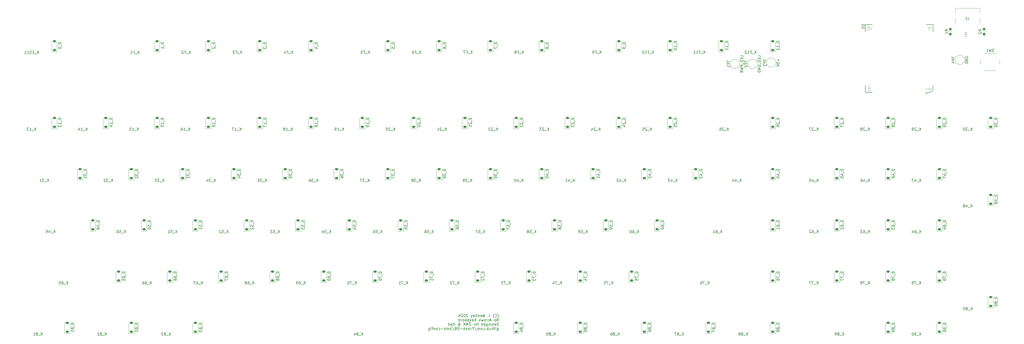
<source format=gbr>
%TF.GenerationSoftware,KiCad,Pcbnew,8.0.5*%
%TF.CreationDate,2024-11-10T16:14:26+11:00*%
%TF.ProjectId,keyboard,6b657962-6f61-4726-942e-6b696361645f,rev?*%
%TF.SameCoordinates,Original*%
%TF.FileFunction,Legend,Bot*%
%TF.FilePolarity,Positive*%
%FSLAX46Y46*%
G04 Gerber Fmt 4.6, Leading zero omitted, Abs format (unit mm)*
G04 Created by KiCad (PCBNEW 8.0.5) date 2024-11-10 16:14:26*
%MOMM*%
%LPD*%
G01*
G04 APERTURE LIST*
G04 Aperture macros list*
%AMRoundRect*
0 Rectangle with rounded corners*
0 $1 Rounding radius*
0 $2 $3 $4 $5 $6 $7 $8 $9 X,Y pos of 4 corners*
0 Add a 4 corners polygon primitive as box body*
4,1,4,$2,$3,$4,$5,$6,$7,$8,$9,$2,$3,0*
0 Add four circle primitives for the rounded corners*
1,1,$1+$1,$2,$3*
1,1,$1+$1,$4,$5*
1,1,$1+$1,$6,$7*
1,1,$1+$1,$8,$9*
0 Add four rect primitives between the rounded corners*
20,1,$1+$1,$2,$3,$4,$5,0*
20,1,$1+$1,$4,$5,$6,$7,0*
20,1,$1+$1,$6,$7,$8,$9,0*
20,1,$1+$1,$8,$9,$2,$3,0*%
G04 Aperture macros list end*
%ADD10C,0.062500*%
%ADD11C,0.150000*%
%ADD12C,0.120000*%
%ADD13C,1.750000*%
%ADD14C,3.000000*%
%ADD15C,3.987800*%
%ADD16R,2.550000X2.500000*%
%ADD17C,3.048000*%
%ADD18RoundRect,0.225000X0.375000X-0.225000X0.375000X0.225000X-0.375000X0.225000X-0.375000X-0.225000X0*%
%ADD19R,1.500000X2.800000*%
%ADD20R,2.800000X1.500000*%
%ADD21C,2.000000*%
%ADD22RoundRect,0.237500X-0.237500X0.250000X-0.237500X-0.250000X0.237500X-0.250000X0.237500X0.250000X0*%
%ADD23C,0.650000*%
%ADD24R,0.600000X1.240000*%
%ADD25R,0.300000X1.240000*%
%ADD26O,1.000000X1.800000*%
%ADD27O,1.000000X2.100000*%
G04 APERTURE END LIST*
D10*
X378870869Y-27983634D02*
X378870869Y-27626491D01*
X378870869Y-27626491D02*
X379228012Y-27590777D01*
X379228012Y-27590777D02*
X379192297Y-27626491D01*
X379192297Y-27626491D02*
X379156583Y-27697920D01*
X379156583Y-27697920D02*
X379156583Y-27876491D01*
X379156583Y-27876491D02*
X379192297Y-27947920D01*
X379192297Y-27947920D02*
X379228012Y-27983634D01*
X379228012Y-27983634D02*
X379299440Y-28019348D01*
X379299440Y-28019348D02*
X379478012Y-28019348D01*
X379478012Y-28019348D02*
X379549440Y-27983634D01*
X379549440Y-27983634D02*
X379585155Y-27947920D01*
X379585155Y-27947920D02*
X379620869Y-27876491D01*
X379620869Y-27876491D02*
X379620869Y-27697920D01*
X379620869Y-27697920D02*
X379585155Y-27626491D01*
X379585155Y-27626491D02*
X379549440Y-27590777D01*
X379620869Y-28340777D02*
X378870869Y-28340777D01*
X379620869Y-28769348D02*
X379192297Y-28447920D01*
X378870869Y-28769348D02*
X379299440Y-28340777D01*
X379620869Y-29483634D02*
X379620869Y-29055063D01*
X379620869Y-29269348D02*
X378870869Y-29269348D01*
X378870869Y-29269348D02*
X378978012Y-29197920D01*
X378978012Y-29197920D02*
X379049440Y-29126491D01*
X379049440Y-29126491D02*
X379085155Y-29055063D01*
D11*
X205377506Y-133920939D02*
X205425125Y-133873320D01*
X205425125Y-133873320D02*
X205520363Y-133730463D01*
X205520363Y-133730463D02*
X205567982Y-133635225D01*
X205567982Y-133635225D02*
X205615601Y-133492368D01*
X205615601Y-133492368D02*
X205663220Y-133254272D01*
X205663220Y-133254272D02*
X205663220Y-133063796D01*
X205663220Y-133063796D02*
X205615601Y-132825701D01*
X205615601Y-132825701D02*
X205567982Y-132682844D01*
X205567982Y-132682844D02*
X205520363Y-132587606D01*
X205520363Y-132587606D02*
X205425125Y-132444748D01*
X205425125Y-132444748D02*
X205377506Y-132397129D01*
X204425125Y-133444748D02*
X204472744Y-133492368D01*
X204472744Y-133492368D02*
X204615601Y-133539987D01*
X204615601Y-133539987D02*
X204710839Y-133539987D01*
X204710839Y-133539987D02*
X204853696Y-133492368D01*
X204853696Y-133492368D02*
X204948934Y-133397129D01*
X204948934Y-133397129D02*
X204996553Y-133301891D01*
X204996553Y-133301891D02*
X205044172Y-133111415D01*
X205044172Y-133111415D02*
X205044172Y-132968558D01*
X205044172Y-132968558D02*
X204996553Y-132778082D01*
X204996553Y-132778082D02*
X204948934Y-132682844D01*
X204948934Y-132682844D02*
X204853696Y-132587606D01*
X204853696Y-132587606D02*
X204710839Y-132539987D01*
X204710839Y-132539987D02*
X204615601Y-132539987D01*
X204615601Y-132539987D02*
X204472744Y-132587606D01*
X204472744Y-132587606D02*
X204425125Y-132635225D01*
X204091791Y-133920939D02*
X204044172Y-133873320D01*
X204044172Y-133873320D02*
X203948934Y-133730463D01*
X203948934Y-133730463D02*
X203901315Y-133635225D01*
X203901315Y-133635225D02*
X203853696Y-133492368D01*
X203853696Y-133492368D02*
X203806077Y-133254272D01*
X203806077Y-133254272D02*
X203806077Y-133063796D01*
X203806077Y-133063796D02*
X203853696Y-132825701D01*
X203853696Y-132825701D02*
X203901315Y-132682844D01*
X203901315Y-132682844D02*
X203948934Y-132587606D01*
X203948934Y-132587606D02*
X204044172Y-132444748D01*
X204044172Y-132444748D02*
X204091791Y-132397129D01*
X202282267Y-132539987D02*
X202282267Y-133254272D01*
X202282267Y-133254272D02*
X202329886Y-133397129D01*
X202329886Y-133397129D02*
X202425124Y-133492368D01*
X202425124Y-133492368D02*
X202567981Y-133539987D01*
X202567981Y-133539987D02*
X202663219Y-133539987D01*
X201806076Y-133444748D02*
X201758457Y-133492368D01*
X201758457Y-133492368D02*
X201806076Y-133539987D01*
X201806076Y-133539987D02*
X201853695Y-133492368D01*
X201853695Y-133492368D02*
X201806076Y-133444748D01*
X201806076Y-133444748D02*
X201806076Y-133539987D01*
X200663219Y-132539987D02*
X200425124Y-133539987D01*
X200425124Y-133539987D02*
X200234648Y-132825701D01*
X200234648Y-132825701D02*
X200044172Y-133539987D01*
X200044172Y-133539987D02*
X199806077Y-132539987D01*
X199044172Y-133492368D02*
X199139410Y-133539987D01*
X199139410Y-133539987D02*
X199329886Y-133539987D01*
X199329886Y-133539987D02*
X199425124Y-133492368D01*
X199425124Y-133492368D02*
X199472743Y-133397129D01*
X199472743Y-133397129D02*
X199472743Y-133016177D01*
X199472743Y-133016177D02*
X199425124Y-132920939D01*
X199425124Y-132920939D02*
X199329886Y-132873320D01*
X199329886Y-132873320D02*
X199139410Y-132873320D01*
X199139410Y-132873320D02*
X199044172Y-132920939D01*
X199044172Y-132920939D02*
X198996553Y-133016177D01*
X198996553Y-133016177D02*
X198996553Y-133111415D01*
X198996553Y-133111415D02*
X199472743Y-133206653D01*
X198615600Y-133492368D02*
X198520362Y-133539987D01*
X198520362Y-133539987D02*
X198329886Y-133539987D01*
X198329886Y-133539987D02*
X198234648Y-133492368D01*
X198234648Y-133492368D02*
X198187029Y-133397129D01*
X198187029Y-133397129D02*
X198187029Y-133349510D01*
X198187029Y-133349510D02*
X198234648Y-133254272D01*
X198234648Y-133254272D02*
X198329886Y-133206653D01*
X198329886Y-133206653D02*
X198472743Y-133206653D01*
X198472743Y-133206653D02*
X198567981Y-133159034D01*
X198567981Y-133159034D02*
X198615600Y-133063796D01*
X198615600Y-133063796D02*
X198615600Y-133016177D01*
X198615600Y-133016177D02*
X198567981Y-132920939D01*
X198567981Y-132920939D02*
X198472743Y-132873320D01*
X198472743Y-132873320D02*
X198329886Y-132873320D01*
X198329886Y-132873320D02*
X198234648Y-132920939D01*
X197901314Y-132873320D02*
X197520362Y-132873320D01*
X197758457Y-132539987D02*
X197758457Y-133397129D01*
X197758457Y-133397129D02*
X197710838Y-133492368D01*
X197710838Y-133492368D02*
X197615600Y-133539987D01*
X197615600Y-133539987D02*
X197520362Y-133539987D01*
X197044171Y-133539987D02*
X197139409Y-133492368D01*
X197139409Y-133492368D02*
X197187028Y-133397129D01*
X197187028Y-133397129D02*
X197187028Y-132539987D01*
X196282266Y-133492368D02*
X196377504Y-133539987D01*
X196377504Y-133539987D02*
X196567980Y-133539987D01*
X196567980Y-133539987D02*
X196663218Y-133492368D01*
X196663218Y-133492368D02*
X196710837Y-133397129D01*
X196710837Y-133397129D02*
X196710837Y-133016177D01*
X196710837Y-133016177D02*
X196663218Y-132920939D01*
X196663218Y-132920939D02*
X196567980Y-132873320D01*
X196567980Y-132873320D02*
X196377504Y-132873320D01*
X196377504Y-132873320D02*
X196282266Y-132920939D01*
X196282266Y-132920939D02*
X196234647Y-133016177D01*
X196234647Y-133016177D02*
X196234647Y-133111415D01*
X196234647Y-133111415D02*
X196710837Y-133206653D01*
X195901313Y-132873320D02*
X195663218Y-133539987D01*
X195425123Y-132873320D02*
X195663218Y-133539987D01*
X195663218Y-133539987D02*
X195758456Y-133778082D01*
X195758456Y-133778082D02*
X195806075Y-133825701D01*
X195806075Y-133825701D02*
X195901313Y-133873320D01*
X194329884Y-132635225D02*
X194282265Y-132587606D01*
X194282265Y-132587606D02*
X194187027Y-132539987D01*
X194187027Y-132539987D02*
X193948932Y-132539987D01*
X193948932Y-132539987D02*
X193853694Y-132587606D01*
X193853694Y-132587606D02*
X193806075Y-132635225D01*
X193806075Y-132635225D02*
X193758456Y-132730463D01*
X193758456Y-132730463D02*
X193758456Y-132825701D01*
X193758456Y-132825701D02*
X193806075Y-132968558D01*
X193806075Y-132968558D02*
X194377503Y-133539987D01*
X194377503Y-133539987D02*
X193758456Y-133539987D01*
X193139408Y-132539987D02*
X193044170Y-132539987D01*
X193044170Y-132539987D02*
X192948932Y-132587606D01*
X192948932Y-132587606D02*
X192901313Y-132635225D01*
X192901313Y-132635225D02*
X192853694Y-132730463D01*
X192853694Y-132730463D02*
X192806075Y-132920939D01*
X192806075Y-132920939D02*
X192806075Y-133159034D01*
X192806075Y-133159034D02*
X192853694Y-133349510D01*
X192853694Y-133349510D02*
X192901313Y-133444748D01*
X192901313Y-133444748D02*
X192948932Y-133492368D01*
X192948932Y-133492368D02*
X193044170Y-133539987D01*
X193044170Y-133539987D02*
X193139408Y-133539987D01*
X193139408Y-133539987D02*
X193234646Y-133492368D01*
X193234646Y-133492368D02*
X193282265Y-133444748D01*
X193282265Y-133444748D02*
X193329884Y-133349510D01*
X193329884Y-133349510D02*
X193377503Y-133159034D01*
X193377503Y-133159034D02*
X193377503Y-132920939D01*
X193377503Y-132920939D02*
X193329884Y-132730463D01*
X193329884Y-132730463D02*
X193282265Y-132635225D01*
X193282265Y-132635225D02*
X193234646Y-132587606D01*
X193234646Y-132587606D02*
X193139408Y-132539987D01*
X192425122Y-132635225D02*
X192377503Y-132587606D01*
X192377503Y-132587606D02*
X192282265Y-132539987D01*
X192282265Y-132539987D02*
X192044170Y-132539987D01*
X192044170Y-132539987D02*
X191948932Y-132587606D01*
X191948932Y-132587606D02*
X191901313Y-132635225D01*
X191901313Y-132635225D02*
X191853694Y-132730463D01*
X191853694Y-132730463D02*
X191853694Y-132825701D01*
X191853694Y-132825701D02*
X191901313Y-132968558D01*
X191901313Y-132968558D02*
X192472741Y-133539987D01*
X192472741Y-133539987D02*
X191853694Y-133539987D01*
X190996551Y-132873320D02*
X190996551Y-133539987D01*
X191234646Y-132492368D02*
X191472741Y-133206653D01*
X191472741Y-133206653D02*
X190853694Y-133206653D01*
X205663220Y-135149931D02*
X205663220Y-134149931D01*
X205663220Y-134149931D02*
X205091792Y-135149931D01*
X205091792Y-135149931D02*
X205091792Y-134149931D01*
X204472744Y-135149931D02*
X204567982Y-135102312D01*
X204567982Y-135102312D02*
X204615601Y-135054692D01*
X204615601Y-135054692D02*
X204663220Y-134959454D01*
X204663220Y-134959454D02*
X204663220Y-134673740D01*
X204663220Y-134673740D02*
X204615601Y-134578502D01*
X204615601Y-134578502D02*
X204567982Y-134530883D01*
X204567982Y-134530883D02*
X204472744Y-134483264D01*
X204472744Y-134483264D02*
X204329887Y-134483264D01*
X204329887Y-134483264D02*
X204234649Y-134530883D01*
X204234649Y-134530883D02*
X204187030Y-134578502D01*
X204187030Y-134578502D02*
X204139411Y-134673740D01*
X204139411Y-134673740D02*
X204139411Y-134959454D01*
X204139411Y-134959454D02*
X204187030Y-135054692D01*
X204187030Y-135054692D02*
X204234649Y-135102312D01*
X204234649Y-135102312D02*
X204329887Y-135149931D01*
X204329887Y-135149931D02*
X204472744Y-135149931D01*
X202996553Y-134864216D02*
X202520363Y-134864216D01*
X203091791Y-135149931D02*
X202758458Y-134149931D01*
X202758458Y-134149931D02*
X202425125Y-135149931D01*
X202091791Y-135149931D02*
X202091791Y-134483264D01*
X202091791Y-134673740D02*
X202044172Y-134578502D01*
X202044172Y-134578502D02*
X201996553Y-134530883D01*
X201996553Y-134530883D02*
X201901315Y-134483264D01*
X201901315Y-134483264D02*
X201806077Y-134483264D01*
X201472743Y-135149931D02*
X201472743Y-134483264D01*
X201472743Y-134673740D02*
X201425124Y-134578502D01*
X201425124Y-134578502D02*
X201377505Y-134530883D01*
X201377505Y-134530883D02*
X201282267Y-134483264D01*
X201282267Y-134483264D02*
X201187029Y-134483264D01*
X200710838Y-135149931D02*
X200806076Y-135102312D01*
X200806076Y-135102312D02*
X200853695Y-135054692D01*
X200853695Y-135054692D02*
X200901314Y-134959454D01*
X200901314Y-134959454D02*
X200901314Y-134673740D01*
X200901314Y-134673740D02*
X200853695Y-134578502D01*
X200853695Y-134578502D02*
X200806076Y-134530883D01*
X200806076Y-134530883D02*
X200710838Y-134483264D01*
X200710838Y-134483264D02*
X200567981Y-134483264D01*
X200567981Y-134483264D02*
X200472743Y-134530883D01*
X200472743Y-134530883D02*
X200425124Y-134578502D01*
X200425124Y-134578502D02*
X200377505Y-134673740D01*
X200377505Y-134673740D02*
X200377505Y-134959454D01*
X200377505Y-134959454D02*
X200425124Y-135054692D01*
X200425124Y-135054692D02*
X200472743Y-135102312D01*
X200472743Y-135102312D02*
X200567981Y-135149931D01*
X200567981Y-135149931D02*
X200710838Y-135149931D01*
X200044171Y-134483264D02*
X199853695Y-135149931D01*
X199853695Y-135149931D02*
X199663219Y-134673740D01*
X199663219Y-134673740D02*
X199472743Y-135149931D01*
X199472743Y-135149931D02*
X199282267Y-134483264D01*
X198948933Y-135102312D02*
X198853695Y-135149931D01*
X198853695Y-135149931D02*
X198663219Y-135149931D01*
X198663219Y-135149931D02*
X198567981Y-135102312D01*
X198567981Y-135102312D02*
X198520362Y-135007073D01*
X198520362Y-135007073D02*
X198520362Y-134959454D01*
X198520362Y-134959454D02*
X198567981Y-134864216D01*
X198567981Y-134864216D02*
X198663219Y-134816597D01*
X198663219Y-134816597D02*
X198806076Y-134816597D01*
X198806076Y-134816597D02*
X198901314Y-134768978D01*
X198901314Y-134768978D02*
X198948933Y-134673740D01*
X198948933Y-134673740D02*
X198948933Y-134626121D01*
X198948933Y-134626121D02*
X198901314Y-134530883D01*
X198901314Y-134530883D02*
X198806076Y-134483264D01*
X198806076Y-134483264D02*
X198663219Y-134483264D01*
X198663219Y-134483264D02*
X198567981Y-134530883D01*
X197329885Y-135149931D02*
X197329885Y-134149931D01*
X196758457Y-135149931D02*
X197187028Y-134578502D01*
X196758457Y-134149931D02*
X197329885Y-134721359D01*
X195948933Y-135102312D02*
X196044171Y-135149931D01*
X196044171Y-135149931D02*
X196234647Y-135149931D01*
X196234647Y-135149931D02*
X196329885Y-135102312D01*
X196329885Y-135102312D02*
X196377504Y-135007073D01*
X196377504Y-135007073D02*
X196377504Y-134626121D01*
X196377504Y-134626121D02*
X196329885Y-134530883D01*
X196329885Y-134530883D02*
X196234647Y-134483264D01*
X196234647Y-134483264D02*
X196044171Y-134483264D01*
X196044171Y-134483264D02*
X195948933Y-134530883D01*
X195948933Y-134530883D02*
X195901314Y-134626121D01*
X195901314Y-134626121D02*
X195901314Y-134721359D01*
X195901314Y-134721359D02*
X196377504Y-134816597D01*
X195567980Y-134483264D02*
X195329885Y-135149931D01*
X195091790Y-134483264D02*
X195329885Y-135149931D01*
X195329885Y-135149931D02*
X195425123Y-135388026D01*
X195425123Y-135388026D02*
X195472742Y-135435645D01*
X195472742Y-135435645D02*
X195567980Y-135483264D01*
X194710837Y-135149931D02*
X194710837Y-134149931D01*
X194710837Y-134530883D02*
X194615599Y-134483264D01*
X194615599Y-134483264D02*
X194425123Y-134483264D01*
X194425123Y-134483264D02*
X194329885Y-134530883D01*
X194329885Y-134530883D02*
X194282266Y-134578502D01*
X194282266Y-134578502D02*
X194234647Y-134673740D01*
X194234647Y-134673740D02*
X194234647Y-134959454D01*
X194234647Y-134959454D02*
X194282266Y-135054692D01*
X194282266Y-135054692D02*
X194329885Y-135102312D01*
X194329885Y-135102312D02*
X194425123Y-135149931D01*
X194425123Y-135149931D02*
X194615599Y-135149931D01*
X194615599Y-135149931D02*
X194710837Y-135102312D01*
X193377504Y-135149931D02*
X193377504Y-134626121D01*
X193377504Y-134626121D02*
X193425123Y-134530883D01*
X193425123Y-134530883D02*
X193520361Y-134483264D01*
X193520361Y-134483264D02*
X193710837Y-134483264D01*
X193710837Y-134483264D02*
X193806075Y-134530883D01*
X193377504Y-135102312D02*
X193472742Y-135149931D01*
X193472742Y-135149931D02*
X193710837Y-135149931D01*
X193710837Y-135149931D02*
X193806075Y-135102312D01*
X193806075Y-135102312D02*
X193853694Y-135007073D01*
X193853694Y-135007073D02*
X193853694Y-134911835D01*
X193853694Y-134911835D02*
X193806075Y-134816597D01*
X193806075Y-134816597D02*
X193710837Y-134768978D01*
X193710837Y-134768978D02*
X193472742Y-134768978D01*
X193472742Y-134768978D02*
X193377504Y-134721359D01*
X192758456Y-135149931D02*
X192853694Y-135102312D01*
X192853694Y-135102312D02*
X192901313Y-135054692D01*
X192901313Y-135054692D02*
X192948932Y-134959454D01*
X192948932Y-134959454D02*
X192948932Y-134673740D01*
X192948932Y-134673740D02*
X192901313Y-134578502D01*
X192901313Y-134578502D02*
X192853694Y-134530883D01*
X192853694Y-134530883D02*
X192758456Y-134483264D01*
X192758456Y-134483264D02*
X192615599Y-134483264D01*
X192615599Y-134483264D02*
X192520361Y-134530883D01*
X192520361Y-134530883D02*
X192472742Y-134578502D01*
X192472742Y-134578502D02*
X192425123Y-134673740D01*
X192425123Y-134673740D02*
X192425123Y-134959454D01*
X192425123Y-134959454D02*
X192472742Y-135054692D01*
X192472742Y-135054692D02*
X192520361Y-135102312D01*
X192520361Y-135102312D02*
X192615599Y-135149931D01*
X192615599Y-135149931D02*
X192758456Y-135149931D01*
X191996551Y-135149931D02*
X191996551Y-134483264D01*
X191996551Y-134673740D02*
X191948932Y-134578502D01*
X191948932Y-134578502D02*
X191901313Y-134530883D01*
X191901313Y-134530883D02*
X191806075Y-134483264D01*
X191806075Y-134483264D02*
X191710837Y-134483264D01*
X190948932Y-135149931D02*
X190948932Y-134149931D01*
X190948932Y-135102312D02*
X191044170Y-135149931D01*
X191044170Y-135149931D02*
X191234646Y-135149931D01*
X191234646Y-135149931D02*
X191329884Y-135102312D01*
X191329884Y-135102312D02*
X191377503Y-135054692D01*
X191377503Y-135054692D02*
X191425122Y-134959454D01*
X191425122Y-134959454D02*
X191425122Y-134673740D01*
X191425122Y-134673740D02*
X191377503Y-134578502D01*
X191377503Y-134578502D02*
X191329884Y-134530883D01*
X191329884Y-134530883D02*
X191234646Y-134483264D01*
X191234646Y-134483264D02*
X191044170Y-134483264D01*
X191044170Y-134483264D02*
X190948932Y-134530883D01*
X205663220Y-136759875D02*
X205663220Y-135759875D01*
X205663220Y-135759875D02*
X205425125Y-135759875D01*
X205425125Y-135759875D02*
X205282268Y-135807494D01*
X205282268Y-135807494D02*
X205187030Y-135902732D01*
X205187030Y-135902732D02*
X205139411Y-135997970D01*
X205139411Y-135997970D02*
X205091792Y-136188446D01*
X205091792Y-136188446D02*
X205091792Y-136331303D01*
X205091792Y-136331303D02*
X205139411Y-136521779D01*
X205139411Y-136521779D02*
X205187030Y-136617017D01*
X205187030Y-136617017D02*
X205282268Y-136712256D01*
X205282268Y-136712256D02*
X205425125Y-136759875D01*
X205425125Y-136759875D02*
X205663220Y-136759875D01*
X204282268Y-136712256D02*
X204377506Y-136759875D01*
X204377506Y-136759875D02*
X204567982Y-136759875D01*
X204567982Y-136759875D02*
X204663220Y-136712256D01*
X204663220Y-136712256D02*
X204710839Y-136617017D01*
X204710839Y-136617017D02*
X204710839Y-136236065D01*
X204710839Y-136236065D02*
X204663220Y-136140827D01*
X204663220Y-136140827D02*
X204567982Y-136093208D01*
X204567982Y-136093208D02*
X204377506Y-136093208D01*
X204377506Y-136093208D02*
X204282268Y-136140827D01*
X204282268Y-136140827D02*
X204234649Y-136236065D01*
X204234649Y-136236065D02*
X204234649Y-136331303D01*
X204234649Y-136331303D02*
X204710839Y-136426541D01*
X203853696Y-136712256D02*
X203758458Y-136759875D01*
X203758458Y-136759875D02*
X203567982Y-136759875D01*
X203567982Y-136759875D02*
X203472744Y-136712256D01*
X203472744Y-136712256D02*
X203425125Y-136617017D01*
X203425125Y-136617017D02*
X203425125Y-136569398D01*
X203425125Y-136569398D02*
X203472744Y-136474160D01*
X203472744Y-136474160D02*
X203567982Y-136426541D01*
X203567982Y-136426541D02*
X203710839Y-136426541D01*
X203710839Y-136426541D02*
X203806077Y-136378922D01*
X203806077Y-136378922D02*
X203853696Y-136283684D01*
X203853696Y-136283684D02*
X203853696Y-136236065D01*
X203853696Y-136236065D02*
X203806077Y-136140827D01*
X203806077Y-136140827D02*
X203710839Y-136093208D01*
X203710839Y-136093208D02*
X203567982Y-136093208D01*
X203567982Y-136093208D02*
X203472744Y-136140827D01*
X202996553Y-136759875D02*
X202996553Y-136093208D01*
X202996553Y-135759875D02*
X203044172Y-135807494D01*
X203044172Y-135807494D02*
X202996553Y-135855113D01*
X202996553Y-135855113D02*
X202948934Y-135807494D01*
X202948934Y-135807494D02*
X202996553Y-135759875D01*
X202996553Y-135759875D02*
X202996553Y-135855113D01*
X202520363Y-136093208D02*
X202520363Y-136759875D01*
X202520363Y-136188446D02*
X202472744Y-136140827D01*
X202472744Y-136140827D02*
X202377506Y-136093208D01*
X202377506Y-136093208D02*
X202234649Y-136093208D01*
X202234649Y-136093208D02*
X202139411Y-136140827D01*
X202139411Y-136140827D02*
X202091792Y-136236065D01*
X202091792Y-136236065D02*
X202091792Y-136759875D01*
X201187030Y-136093208D02*
X201187030Y-136902732D01*
X201187030Y-136902732D02*
X201234649Y-136997970D01*
X201234649Y-136997970D02*
X201282268Y-137045589D01*
X201282268Y-137045589D02*
X201377506Y-137093208D01*
X201377506Y-137093208D02*
X201520363Y-137093208D01*
X201520363Y-137093208D02*
X201615601Y-137045589D01*
X201187030Y-136712256D02*
X201282268Y-136759875D01*
X201282268Y-136759875D02*
X201472744Y-136759875D01*
X201472744Y-136759875D02*
X201567982Y-136712256D01*
X201567982Y-136712256D02*
X201615601Y-136664636D01*
X201615601Y-136664636D02*
X201663220Y-136569398D01*
X201663220Y-136569398D02*
X201663220Y-136283684D01*
X201663220Y-136283684D02*
X201615601Y-136188446D01*
X201615601Y-136188446D02*
X201567982Y-136140827D01*
X201567982Y-136140827D02*
X201472744Y-136093208D01*
X201472744Y-136093208D02*
X201282268Y-136093208D01*
X201282268Y-136093208D02*
X201187030Y-136140827D01*
X200329887Y-136712256D02*
X200425125Y-136759875D01*
X200425125Y-136759875D02*
X200615601Y-136759875D01*
X200615601Y-136759875D02*
X200710839Y-136712256D01*
X200710839Y-136712256D02*
X200758458Y-136617017D01*
X200758458Y-136617017D02*
X200758458Y-136236065D01*
X200758458Y-136236065D02*
X200710839Y-136140827D01*
X200710839Y-136140827D02*
X200615601Y-136093208D01*
X200615601Y-136093208D02*
X200425125Y-136093208D01*
X200425125Y-136093208D02*
X200329887Y-136140827D01*
X200329887Y-136140827D02*
X200282268Y-136236065D01*
X200282268Y-136236065D02*
X200282268Y-136331303D01*
X200282268Y-136331303D02*
X200758458Y-136426541D01*
X199425125Y-136759875D02*
X199425125Y-135759875D01*
X199425125Y-136712256D02*
X199520363Y-136759875D01*
X199520363Y-136759875D02*
X199710839Y-136759875D01*
X199710839Y-136759875D02*
X199806077Y-136712256D01*
X199806077Y-136712256D02*
X199853696Y-136664636D01*
X199853696Y-136664636D02*
X199901315Y-136569398D01*
X199901315Y-136569398D02*
X199901315Y-136283684D01*
X199901315Y-136283684D02*
X199853696Y-136188446D01*
X199853696Y-136188446D02*
X199806077Y-136140827D01*
X199806077Y-136140827D02*
X199710839Y-136093208D01*
X199710839Y-136093208D02*
X199520363Y-136093208D01*
X199520363Y-136093208D02*
X199425125Y-136140827D01*
X198329886Y-136093208D02*
X197948934Y-136093208D01*
X198187029Y-136759875D02*
X198187029Y-135902732D01*
X198187029Y-135902732D02*
X198139410Y-135807494D01*
X198139410Y-135807494D02*
X198044172Y-135759875D01*
X198044172Y-135759875D02*
X197948934Y-135759875D01*
X197472743Y-136759875D02*
X197567981Y-136712256D01*
X197567981Y-136712256D02*
X197615600Y-136664636D01*
X197615600Y-136664636D02*
X197663219Y-136569398D01*
X197663219Y-136569398D02*
X197663219Y-136283684D01*
X197663219Y-136283684D02*
X197615600Y-136188446D01*
X197615600Y-136188446D02*
X197567981Y-136140827D01*
X197567981Y-136140827D02*
X197472743Y-136093208D01*
X197472743Y-136093208D02*
X197329886Y-136093208D01*
X197329886Y-136093208D02*
X197234648Y-136140827D01*
X197234648Y-136140827D02*
X197187029Y-136188446D01*
X197187029Y-136188446D02*
X197139410Y-136283684D01*
X197139410Y-136283684D02*
X197139410Y-136569398D01*
X197139410Y-136569398D02*
X197187029Y-136664636D01*
X197187029Y-136664636D02*
X197234648Y-136712256D01*
X197234648Y-136712256D02*
X197329886Y-136759875D01*
X197329886Y-136759875D02*
X197472743Y-136759875D01*
X196710838Y-136759875D02*
X196710838Y-136093208D01*
X196710838Y-136283684D02*
X196663219Y-136188446D01*
X196663219Y-136188446D02*
X196615600Y-136140827D01*
X196615600Y-136140827D02*
X196520362Y-136093208D01*
X196520362Y-136093208D02*
X196425124Y-136093208D01*
X195425123Y-135759875D02*
X194758457Y-135759875D01*
X194758457Y-135759875D02*
X195425123Y-136759875D01*
X195425123Y-136759875D02*
X194758457Y-136759875D01*
X194377504Y-136759875D02*
X194377504Y-135759875D01*
X194377504Y-135759875D02*
X194044171Y-136474160D01*
X194044171Y-136474160D02*
X193710838Y-135759875D01*
X193710838Y-135759875D02*
X193710838Y-136759875D01*
X193234647Y-136759875D02*
X193234647Y-135759875D01*
X192663219Y-136759875D02*
X193091790Y-136188446D01*
X192663219Y-135759875D02*
X193234647Y-136331303D01*
X190663218Y-136759875D02*
X190710838Y-136759875D01*
X190710838Y-136759875D02*
X190806076Y-136712256D01*
X190806076Y-136712256D02*
X190948933Y-136569398D01*
X190948933Y-136569398D02*
X191187028Y-136283684D01*
X191187028Y-136283684D02*
X191282266Y-136140827D01*
X191282266Y-136140827D02*
X191329885Y-135997970D01*
X191329885Y-135997970D02*
X191329885Y-135902732D01*
X191329885Y-135902732D02*
X191282266Y-135807494D01*
X191282266Y-135807494D02*
X191187028Y-135759875D01*
X191187028Y-135759875D02*
X191139409Y-135759875D01*
X191139409Y-135759875D02*
X191044171Y-135807494D01*
X191044171Y-135807494D02*
X190996552Y-135902732D01*
X190996552Y-135902732D02*
X190996552Y-135950351D01*
X190996552Y-135950351D02*
X191044171Y-136045589D01*
X191044171Y-136045589D02*
X191091790Y-136093208D01*
X191091790Y-136093208D02*
X191377504Y-136283684D01*
X191377504Y-136283684D02*
X191425123Y-136331303D01*
X191425123Y-136331303D02*
X191472742Y-136426541D01*
X191472742Y-136426541D02*
X191472742Y-136569398D01*
X191472742Y-136569398D02*
X191425123Y-136664636D01*
X191425123Y-136664636D02*
X191377504Y-136712256D01*
X191377504Y-136712256D02*
X191282266Y-136759875D01*
X191282266Y-136759875D02*
X191139409Y-136759875D01*
X191139409Y-136759875D02*
X191044171Y-136712256D01*
X191044171Y-136712256D02*
X190996552Y-136664636D01*
X190996552Y-136664636D02*
X190853695Y-136474160D01*
X190853695Y-136474160D02*
X190806076Y-136331303D01*
X190806076Y-136331303D02*
X190806076Y-136236065D01*
X189472742Y-136759875D02*
X189472742Y-135759875D01*
X189472742Y-135759875D02*
X189234647Y-135759875D01*
X189234647Y-135759875D02*
X189091790Y-135807494D01*
X189091790Y-135807494D02*
X188996552Y-135902732D01*
X188996552Y-135902732D02*
X188948933Y-135997970D01*
X188948933Y-135997970D02*
X188901314Y-136188446D01*
X188901314Y-136188446D02*
X188901314Y-136331303D01*
X188901314Y-136331303D02*
X188948933Y-136521779D01*
X188948933Y-136521779D02*
X188996552Y-136617017D01*
X188996552Y-136617017D02*
X189091790Y-136712256D01*
X189091790Y-136712256D02*
X189234647Y-136759875D01*
X189234647Y-136759875D02*
X189472742Y-136759875D01*
X188044171Y-136759875D02*
X188044171Y-136236065D01*
X188044171Y-136236065D02*
X188091790Y-136140827D01*
X188091790Y-136140827D02*
X188187028Y-136093208D01*
X188187028Y-136093208D02*
X188377504Y-136093208D01*
X188377504Y-136093208D02*
X188472742Y-136140827D01*
X188044171Y-136712256D02*
X188139409Y-136759875D01*
X188139409Y-136759875D02*
X188377504Y-136759875D01*
X188377504Y-136759875D02*
X188472742Y-136712256D01*
X188472742Y-136712256D02*
X188520361Y-136617017D01*
X188520361Y-136617017D02*
X188520361Y-136521779D01*
X188520361Y-136521779D02*
X188472742Y-136426541D01*
X188472742Y-136426541D02*
X188377504Y-136378922D01*
X188377504Y-136378922D02*
X188139409Y-136378922D01*
X188139409Y-136378922D02*
X188044171Y-136331303D01*
X187139409Y-136759875D02*
X187139409Y-135759875D01*
X187139409Y-136712256D02*
X187234647Y-136759875D01*
X187234647Y-136759875D02*
X187425123Y-136759875D01*
X187425123Y-136759875D02*
X187520361Y-136712256D01*
X187520361Y-136712256D02*
X187567980Y-136664636D01*
X187567980Y-136664636D02*
X187615599Y-136569398D01*
X187615599Y-136569398D02*
X187615599Y-136283684D01*
X187615599Y-136283684D02*
X187567980Y-136188446D01*
X187567980Y-136188446D02*
X187520361Y-136140827D01*
X187520361Y-136140827D02*
X187425123Y-136093208D01*
X187425123Y-136093208D02*
X187234647Y-136093208D01*
X187234647Y-136093208D02*
X187139409Y-136140827D01*
X205234649Y-137703152D02*
X205234649Y-138512676D01*
X205234649Y-138512676D02*
X205282268Y-138607914D01*
X205282268Y-138607914D02*
X205329887Y-138655533D01*
X205329887Y-138655533D02*
X205425125Y-138703152D01*
X205425125Y-138703152D02*
X205567982Y-138703152D01*
X205567982Y-138703152D02*
X205663220Y-138655533D01*
X205234649Y-138322200D02*
X205329887Y-138369819D01*
X205329887Y-138369819D02*
X205520363Y-138369819D01*
X205520363Y-138369819D02*
X205615601Y-138322200D01*
X205615601Y-138322200D02*
X205663220Y-138274580D01*
X205663220Y-138274580D02*
X205710839Y-138179342D01*
X205710839Y-138179342D02*
X205710839Y-137893628D01*
X205710839Y-137893628D02*
X205663220Y-137798390D01*
X205663220Y-137798390D02*
X205615601Y-137750771D01*
X205615601Y-137750771D02*
X205520363Y-137703152D01*
X205520363Y-137703152D02*
X205329887Y-137703152D01*
X205329887Y-137703152D02*
X205234649Y-137750771D01*
X204758458Y-138369819D02*
X204758458Y-137703152D01*
X204758458Y-137369819D02*
X204806077Y-137417438D01*
X204806077Y-137417438D02*
X204758458Y-137465057D01*
X204758458Y-137465057D02*
X204710839Y-137417438D01*
X204710839Y-137417438D02*
X204758458Y-137369819D01*
X204758458Y-137369819D02*
X204758458Y-137465057D01*
X204425125Y-137703152D02*
X204044173Y-137703152D01*
X204282268Y-137369819D02*
X204282268Y-138226961D01*
X204282268Y-138226961D02*
X204234649Y-138322200D01*
X204234649Y-138322200D02*
X204139411Y-138369819D01*
X204139411Y-138369819D02*
X204044173Y-138369819D01*
X203710839Y-138369819D02*
X203710839Y-137369819D01*
X203282268Y-138369819D02*
X203282268Y-137846009D01*
X203282268Y-137846009D02*
X203329887Y-137750771D01*
X203329887Y-137750771D02*
X203425125Y-137703152D01*
X203425125Y-137703152D02*
X203567982Y-137703152D01*
X203567982Y-137703152D02*
X203663220Y-137750771D01*
X203663220Y-137750771D02*
X203710839Y-137798390D01*
X202377506Y-137703152D02*
X202377506Y-138369819D01*
X202806077Y-137703152D02*
X202806077Y-138226961D01*
X202806077Y-138226961D02*
X202758458Y-138322200D01*
X202758458Y-138322200D02*
X202663220Y-138369819D01*
X202663220Y-138369819D02*
X202520363Y-138369819D01*
X202520363Y-138369819D02*
X202425125Y-138322200D01*
X202425125Y-138322200D02*
X202377506Y-138274580D01*
X201901315Y-138369819D02*
X201901315Y-137369819D01*
X201901315Y-137750771D02*
X201806077Y-137703152D01*
X201806077Y-137703152D02*
X201615601Y-137703152D01*
X201615601Y-137703152D02*
X201520363Y-137750771D01*
X201520363Y-137750771D02*
X201472744Y-137798390D01*
X201472744Y-137798390D02*
X201425125Y-137893628D01*
X201425125Y-137893628D02*
X201425125Y-138179342D01*
X201425125Y-138179342D02*
X201472744Y-138274580D01*
X201472744Y-138274580D02*
X201520363Y-138322200D01*
X201520363Y-138322200D02*
X201615601Y-138369819D01*
X201615601Y-138369819D02*
X201806077Y-138369819D01*
X201806077Y-138369819D02*
X201901315Y-138322200D01*
X200996553Y-138274580D02*
X200948934Y-138322200D01*
X200948934Y-138322200D02*
X200996553Y-138369819D01*
X200996553Y-138369819D02*
X201044172Y-138322200D01*
X201044172Y-138322200D02*
X200996553Y-138274580D01*
X200996553Y-138274580D02*
X200996553Y-138369819D01*
X200091792Y-138322200D02*
X200187030Y-138369819D01*
X200187030Y-138369819D02*
X200377506Y-138369819D01*
X200377506Y-138369819D02*
X200472744Y-138322200D01*
X200472744Y-138322200D02*
X200520363Y-138274580D01*
X200520363Y-138274580D02*
X200567982Y-138179342D01*
X200567982Y-138179342D02*
X200567982Y-137893628D01*
X200567982Y-137893628D02*
X200520363Y-137798390D01*
X200520363Y-137798390D02*
X200472744Y-137750771D01*
X200472744Y-137750771D02*
X200377506Y-137703152D01*
X200377506Y-137703152D02*
X200187030Y-137703152D01*
X200187030Y-137703152D02*
X200091792Y-137750771D01*
X199520363Y-138369819D02*
X199615601Y-138322200D01*
X199615601Y-138322200D02*
X199663220Y-138274580D01*
X199663220Y-138274580D02*
X199710839Y-138179342D01*
X199710839Y-138179342D02*
X199710839Y-137893628D01*
X199710839Y-137893628D02*
X199663220Y-137798390D01*
X199663220Y-137798390D02*
X199615601Y-137750771D01*
X199615601Y-137750771D02*
X199520363Y-137703152D01*
X199520363Y-137703152D02*
X199377506Y-137703152D01*
X199377506Y-137703152D02*
X199282268Y-137750771D01*
X199282268Y-137750771D02*
X199234649Y-137798390D01*
X199234649Y-137798390D02*
X199187030Y-137893628D01*
X199187030Y-137893628D02*
X199187030Y-138179342D01*
X199187030Y-138179342D02*
X199234649Y-138274580D01*
X199234649Y-138274580D02*
X199282268Y-138322200D01*
X199282268Y-138322200D02*
X199377506Y-138369819D01*
X199377506Y-138369819D02*
X199520363Y-138369819D01*
X198758458Y-138369819D02*
X198758458Y-137703152D01*
X198758458Y-137798390D02*
X198710839Y-137750771D01*
X198710839Y-137750771D02*
X198615601Y-137703152D01*
X198615601Y-137703152D02*
X198472744Y-137703152D01*
X198472744Y-137703152D02*
X198377506Y-137750771D01*
X198377506Y-137750771D02*
X198329887Y-137846009D01*
X198329887Y-137846009D02*
X198329887Y-138369819D01*
X198329887Y-137846009D02*
X198282268Y-137750771D01*
X198282268Y-137750771D02*
X198187030Y-137703152D01*
X198187030Y-137703152D02*
X198044173Y-137703152D01*
X198044173Y-137703152D02*
X197948934Y-137750771D01*
X197948934Y-137750771D02*
X197901315Y-137846009D01*
X197901315Y-137846009D02*
X197901315Y-138369819D01*
X196710840Y-137322200D02*
X197567982Y-138607914D01*
X196044173Y-137846009D02*
X196377506Y-137846009D01*
X196377506Y-138369819D02*
X196377506Y-137369819D01*
X196377506Y-137369819D02*
X195901316Y-137369819D01*
X195520363Y-138369819D02*
X195520363Y-137703152D01*
X195520363Y-137893628D02*
X195472744Y-137798390D01*
X195472744Y-137798390D02*
X195425125Y-137750771D01*
X195425125Y-137750771D02*
X195329887Y-137703152D01*
X195329887Y-137703152D02*
X195234649Y-137703152D01*
X194472744Y-138369819D02*
X194472744Y-137846009D01*
X194472744Y-137846009D02*
X194520363Y-137750771D01*
X194520363Y-137750771D02*
X194615601Y-137703152D01*
X194615601Y-137703152D02*
X194806077Y-137703152D01*
X194806077Y-137703152D02*
X194901315Y-137750771D01*
X194472744Y-138322200D02*
X194567982Y-138369819D01*
X194567982Y-138369819D02*
X194806077Y-138369819D01*
X194806077Y-138369819D02*
X194901315Y-138322200D01*
X194901315Y-138322200D02*
X194948934Y-138226961D01*
X194948934Y-138226961D02*
X194948934Y-138131723D01*
X194948934Y-138131723D02*
X194901315Y-138036485D01*
X194901315Y-138036485D02*
X194806077Y-137988866D01*
X194806077Y-137988866D02*
X194567982Y-137988866D01*
X194567982Y-137988866D02*
X194472744Y-137941247D01*
X193996553Y-137703152D02*
X193996553Y-138369819D01*
X193996553Y-137798390D02*
X193948934Y-137750771D01*
X193948934Y-137750771D02*
X193853696Y-137703152D01*
X193853696Y-137703152D02*
X193710839Y-137703152D01*
X193710839Y-137703152D02*
X193615601Y-137750771D01*
X193615601Y-137750771D02*
X193567982Y-137846009D01*
X193567982Y-137846009D02*
X193567982Y-138369819D01*
X193091791Y-138369819D02*
X193091791Y-137369819D01*
X192996553Y-137988866D02*
X192710839Y-138369819D01*
X192710839Y-137703152D02*
X193091791Y-138084104D01*
X192282267Y-137988866D02*
X191520363Y-137988866D01*
X190853696Y-137369819D02*
X190758458Y-137369819D01*
X190758458Y-137369819D02*
X190663220Y-137417438D01*
X190663220Y-137417438D02*
X190615601Y-137465057D01*
X190615601Y-137465057D02*
X190567982Y-137560295D01*
X190567982Y-137560295D02*
X190520363Y-137750771D01*
X190520363Y-137750771D02*
X190520363Y-137988866D01*
X190520363Y-137988866D02*
X190567982Y-138179342D01*
X190567982Y-138179342D02*
X190615601Y-138274580D01*
X190615601Y-138274580D02*
X190663220Y-138322200D01*
X190663220Y-138322200D02*
X190758458Y-138369819D01*
X190758458Y-138369819D02*
X190853696Y-138369819D01*
X190853696Y-138369819D02*
X190948934Y-138322200D01*
X190948934Y-138322200D02*
X190996553Y-138274580D01*
X190996553Y-138274580D02*
X191044172Y-138179342D01*
X191044172Y-138179342D02*
X191091791Y-137988866D01*
X191091791Y-137988866D02*
X191091791Y-137750771D01*
X191091791Y-137750771D02*
X191044172Y-137560295D01*
X191044172Y-137560295D02*
X190996553Y-137465057D01*
X190996553Y-137465057D02*
X190948934Y-137417438D01*
X190948934Y-137417438D02*
X190853696Y-137369819D01*
X189948934Y-137798390D02*
X190044172Y-137750771D01*
X190044172Y-137750771D02*
X190091791Y-137703152D01*
X190091791Y-137703152D02*
X190139410Y-137607914D01*
X190139410Y-137607914D02*
X190139410Y-137560295D01*
X190139410Y-137560295D02*
X190091791Y-137465057D01*
X190091791Y-137465057D02*
X190044172Y-137417438D01*
X190044172Y-137417438D02*
X189948934Y-137369819D01*
X189948934Y-137369819D02*
X189758458Y-137369819D01*
X189758458Y-137369819D02*
X189663220Y-137417438D01*
X189663220Y-137417438D02*
X189615601Y-137465057D01*
X189615601Y-137465057D02*
X189567982Y-137560295D01*
X189567982Y-137560295D02*
X189567982Y-137607914D01*
X189567982Y-137607914D02*
X189615601Y-137703152D01*
X189615601Y-137703152D02*
X189663220Y-137750771D01*
X189663220Y-137750771D02*
X189758458Y-137798390D01*
X189758458Y-137798390D02*
X189948934Y-137798390D01*
X189948934Y-137798390D02*
X190044172Y-137846009D01*
X190044172Y-137846009D02*
X190091791Y-137893628D01*
X190091791Y-137893628D02*
X190139410Y-137988866D01*
X190139410Y-137988866D02*
X190139410Y-138179342D01*
X190139410Y-138179342D02*
X190091791Y-138274580D01*
X190091791Y-138274580D02*
X190044172Y-138322200D01*
X190044172Y-138322200D02*
X189948934Y-138369819D01*
X189948934Y-138369819D02*
X189758458Y-138369819D01*
X189758458Y-138369819D02*
X189663220Y-138322200D01*
X189663220Y-138322200D02*
X189615601Y-138274580D01*
X189615601Y-138274580D02*
X189567982Y-138179342D01*
X189567982Y-138179342D02*
X189567982Y-137988866D01*
X189567982Y-137988866D02*
X189615601Y-137893628D01*
X189615601Y-137893628D02*
X189663220Y-137846009D01*
X189663220Y-137846009D02*
X189758458Y-137798390D01*
X188425125Y-137322200D02*
X189282267Y-138607914D01*
X188187029Y-137703152D02*
X187663220Y-137703152D01*
X187663220Y-137703152D02*
X188187029Y-138369819D01*
X188187029Y-138369819D02*
X187663220Y-138369819D01*
X187282267Y-138369819D02*
X187282267Y-137703152D01*
X187282267Y-137798390D02*
X187234648Y-137750771D01*
X187234648Y-137750771D02*
X187139410Y-137703152D01*
X187139410Y-137703152D02*
X186996553Y-137703152D01*
X186996553Y-137703152D02*
X186901315Y-137750771D01*
X186901315Y-137750771D02*
X186853696Y-137846009D01*
X186853696Y-137846009D02*
X186853696Y-138369819D01*
X186853696Y-137846009D02*
X186806077Y-137750771D01*
X186806077Y-137750771D02*
X186710839Y-137703152D01*
X186710839Y-137703152D02*
X186567982Y-137703152D01*
X186567982Y-137703152D02*
X186472743Y-137750771D01*
X186472743Y-137750771D02*
X186425124Y-137846009D01*
X186425124Y-137846009D02*
X186425124Y-138369819D01*
X185948934Y-138369819D02*
X185948934Y-137369819D01*
X185853696Y-137988866D02*
X185567982Y-138369819D01*
X185567982Y-137703152D02*
X185948934Y-138084104D01*
X185139410Y-137988866D02*
X184377506Y-137988866D01*
X183472744Y-138322200D02*
X183567982Y-138369819D01*
X183567982Y-138369819D02*
X183758458Y-138369819D01*
X183758458Y-138369819D02*
X183853696Y-138322200D01*
X183853696Y-138322200D02*
X183901315Y-138274580D01*
X183901315Y-138274580D02*
X183948934Y-138179342D01*
X183948934Y-138179342D02*
X183948934Y-137893628D01*
X183948934Y-137893628D02*
X183901315Y-137798390D01*
X183901315Y-137798390D02*
X183853696Y-137750771D01*
X183853696Y-137750771D02*
X183758458Y-137703152D01*
X183758458Y-137703152D02*
X183567982Y-137703152D01*
X183567982Y-137703152D02*
X183472744Y-137750771D01*
X182901315Y-138369819D02*
X182996553Y-138322200D01*
X182996553Y-138322200D02*
X183044172Y-138274580D01*
X183044172Y-138274580D02*
X183091791Y-138179342D01*
X183091791Y-138179342D02*
X183091791Y-137893628D01*
X183091791Y-137893628D02*
X183044172Y-137798390D01*
X183044172Y-137798390D02*
X182996553Y-137750771D01*
X182996553Y-137750771D02*
X182901315Y-137703152D01*
X182901315Y-137703152D02*
X182758458Y-137703152D01*
X182758458Y-137703152D02*
X182663220Y-137750771D01*
X182663220Y-137750771D02*
X182615601Y-137798390D01*
X182615601Y-137798390D02*
X182567982Y-137893628D01*
X182567982Y-137893628D02*
X182567982Y-138179342D01*
X182567982Y-138179342D02*
X182615601Y-138274580D01*
X182615601Y-138274580D02*
X182663220Y-138322200D01*
X182663220Y-138322200D02*
X182758458Y-138369819D01*
X182758458Y-138369819D02*
X182901315Y-138369819D01*
X182139410Y-137703152D02*
X182139410Y-138369819D01*
X182139410Y-137798390D02*
X182091791Y-137750771D01*
X182091791Y-137750771D02*
X181996553Y-137703152D01*
X181996553Y-137703152D02*
X181853696Y-137703152D01*
X181853696Y-137703152D02*
X181758458Y-137750771D01*
X181758458Y-137750771D02*
X181710839Y-137846009D01*
X181710839Y-137846009D02*
X181710839Y-138369819D01*
X181377505Y-137703152D02*
X180996553Y-137703152D01*
X181234648Y-138369819D02*
X181234648Y-137512676D01*
X181234648Y-137512676D02*
X181187029Y-137417438D01*
X181187029Y-137417438D02*
X181091791Y-137369819D01*
X181091791Y-137369819D02*
X180996553Y-137369819D01*
X180663219Y-138369819D02*
X180663219Y-137703152D01*
X180663219Y-137369819D02*
X180710838Y-137417438D01*
X180710838Y-137417438D02*
X180663219Y-137465057D01*
X180663219Y-137465057D02*
X180615600Y-137417438D01*
X180615600Y-137417438D02*
X180663219Y-137369819D01*
X180663219Y-137369819D02*
X180663219Y-137465057D01*
X179758458Y-137703152D02*
X179758458Y-138512676D01*
X179758458Y-138512676D02*
X179806077Y-138607914D01*
X179806077Y-138607914D02*
X179853696Y-138655533D01*
X179853696Y-138655533D02*
X179948934Y-138703152D01*
X179948934Y-138703152D02*
X180091791Y-138703152D01*
X180091791Y-138703152D02*
X180187029Y-138655533D01*
X179758458Y-138322200D02*
X179853696Y-138369819D01*
X179853696Y-138369819D02*
X180044172Y-138369819D01*
X180044172Y-138369819D02*
X180139410Y-138322200D01*
X180139410Y-138322200D02*
X180187029Y-138274580D01*
X180187029Y-138274580D02*
X180234648Y-138179342D01*
X180234648Y-138179342D02*
X180234648Y-137893628D01*
X180234648Y-137893628D02*
X180187029Y-137798390D01*
X180187029Y-137798390D02*
X180139410Y-137750771D01*
X180139410Y-137750771D02*
X180044172Y-137703152D01*
X180044172Y-137703152D02*
X179853696Y-137703152D01*
X179853696Y-137703152D02*
X179758458Y-137750771D01*
X148170237Y-64227819D02*
X148170237Y-63227819D01*
X147598809Y-64227819D02*
X148027380Y-63656390D01*
X147598809Y-63227819D02*
X148170237Y-63799247D01*
X147408333Y-64323057D02*
X146646428Y-64323057D01*
X145884523Y-64227819D02*
X146455951Y-64227819D01*
X146170237Y-64227819D02*
X146170237Y-63227819D01*
X146170237Y-63227819D02*
X146265475Y-63370676D01*
X146265475Y-63370676D02*
X146360713Y-63465914D01*
X146360713Y-63465914D02*
X146455951Y-63513533D01*
X145408332Y-64227819D02*
X145217856Y-64227819D01*
X145217856Y-64227819D02*
X145122618Y-64180200D01*
X145122618Y-64180200D02*
X145074999Y-64132580D01*
X145074999Y-64132580D02*
X144979761Y-63989723D01*
X144979761Y-63989723D02*
X144932142Y-63799247D01*
X144932142Y-63799247D02*
X144932142Y-63418295D01*
X144932142Y-63418295D02*
X144979761Y-63323057D01*
X144979761Y-63323057D02*
X145027380Y-63275438D01*
X145027380Y-63275438D02*
X145122618Y-63227819D01*
X145122618Y-63227819D02*
X145313094Y-63227819D01*
X145313094Y-63227819D02*
X145408332Y-63275438D01*
X145408332Y-63275438D02*
X145455951Y-63323057D01*
X145455951Y-63323057D02*
X145503570Y-63418295D01*
X145503570Y-63418295D02*
X145503570Y-63656390D01*
X145503570Y-63656390D02*
X145455951Y-63751628D01*
X145455951Y-63751628D02*
X145408332Y-63799247D01*
X145408332Y-63799247D02*
X145313094Y-63846866D01*
X145313094Y-63846866D02*
X145122618Y-63846866D01*
X145122618Y-63846866D02*
X145027380Y-63799247D01*
X145027380Y-63799247D02*
X144979761Y-63751628D01*
X144979761Y-63751628D02*
X144932142Y-63656390D01*
X167220237Y-64227819D02*
X167220237Y-63227819D01*
X166648809Y-64227819D02*
X167077380Y-63656390D01*
X166648809Y-63227819D02*
X167220237Y-63799247D01*
X166458333Y-64323057D02*
X165696428Y-64323057D01*
X165505951Y-63323057D02*
X165458332Y-63275438D01*
X165458332Y-63275438D02*
X165363094Y-63227819D01*
X165363094Y-63227819D02*
X165124999Y-63227819D01*
X165124999Y-63227819D02*
X165029761Y-63275438D01*
X165029761Y-63275438D02*
X164982142Y-63323057D01*
X164982142Y-63323057D02*
X164934523Y-63418295D01*
X164934523Y-63418295D02*
X164934523Y-63513533D01*
X164934523Y-63513533D02*
X164982142Y-63656390D01*
X164982142Y-63656390D02*
X165553570Y-64227819D01*
X165553570Y-64227819D02*
X164934523Y-64227819D01*
X164315475Y-63227819D02*
X164220237Y-63227819D01*
X164220237Y-63227819D02*
X164124999Y-63275438D01*
X164124999Y-63275438D02*
X164077380Y-63323057D01*
X164077380Y-63323057D02*
X164029761Y-63418295D01*
X164029761Y-63418295D02*
X163982142Y-63608771D01*
X163982142Y-63608771D02*
X163982142Y-63846866D01*
X163982142Y-63846866D02*
X164029761Y-64037342D01*
X164029761Y-64037342D02*
X164077380Y-64132580D01*
X164077380Y-64132580D02*
X164124999Y-64180200D01*
X164124999Y-64180200D02*
X164220237Y-64227819D01*
X164220237Y-64227819D02*
X164315475Y-64227819D01*
X164315475Y-64227819D02*
X164410713Y-64180200D01*
X164410713Y-64180200D02*
X164458332Y-64132580D01*
X164458332Y-64132580D02*
X164505951Y-64037342D01*
X164505951Y-64037342D02*
X164553570Y-63846866D01*
X164553570Y-63846866D02*
X164553570Y-63608771D01*
X164553570Y-63608771D02*
X164505951Y-63418295D01*
X164505951Y-63418295D02*
X164458332Y-63323057D01*
X164458332Y-63323057D02*
X164410713Y-63275438D01*
X164410713Y-63275438D02*
X164315475Y-63227819D01*
X91020237Y-64227819D02*
X91020237Y-63227819D01*
X90448809Y-64227819D02*
X90877380Y-63656390D01*
X90448809Y-63227819D02*
X91020237Y-63799247D01*
X90258333Y-64323057D02*
X89496428Y-64323057D01*
X88734523Y-64227819D02*
X89305951Y-64227819D01*
X89020237Y-64227819D02*
X89020237Y-63227819D01*
X89020237Y-63227819D02*
X89115475Y-63370676D01*
X89115475Y-63370676D02*
X89210713Y-63465914D01*
X89210713Y-63465914D02*
X89305951Y-63513533D01*
X87877380Y-63227819D02*
X88067856Y-63227819D01*
X88067856Y-63227819D02*
X88163094Y-63275438D01*
X88163094Y-63275438D02*
X88210713Y-63323057D01*
X88210713Y-63323057D02*
X88305951Y-63465914D01*
X88305951Y-63465914D02*
X88353570Y-63656390D01*
X88353570Y-63656390D02*
X88353570Y-64037342D01*
X88353570Y-64037342D02*
X88305951Y-64132580D01*
X88305951Y-64132580D02*
X88258332Y-64180200D01*
X88258332Y-64180200D02*
X88163094Y-64227819D01*
X88163094Y-64227819D02*
X87972618Y-64227819D01*
X87972618Y-64227819D02*
X87877380Y-64180200D01*
X87877380Y-64180200D02*
X87829761Y-64132580D01*
X87829761Y-64132580D02*
X87782142Y-64037342D01*
X87782142Y-64037342D02*
X87782142Y-63799247D01*
X87782142Y-63799247D02*
X87829761Y-63704009D01*
X87829761Y-63704009D02*
X87877380Y-63656390D01*
X87877380Y-63656390D02*
X87972618Y-63608771D01*
X87972618Y-63608771D02*
X88163094Y-63608771D01*
X88163094Y-63608771D02*
X88258332Y-63656390D01*
X88258332Y-63656390D02*
X88305951Y-63704009D01*
X88305951Y-63704009D02*
X88353570Y-63799247D01*
X282285515Y-35627339D02*
X282285515Y-34627339D01*
X281714087Y-35627339D02*
X282142658Y-35055910D01*
X281714087Y-34627339D02*
X282285515Y-35198767D01*
X281523611Y-35722577D02*
X280761706Y-35722577D01*
X280190277Y-35103529D02*
X280523610Y-35103529D01*
X280523610Y-35627339D02*
X280523610Y-34627339D01*
X280523610Y-34627339D02*
X280047420Y-34627339D01*
X279142658Y-35627339D02*
X279714086Y-35627339D01*
X279428372Y-35627339D02*
X279428372Y-34627339D01*
X279428372Y-34627339D02*
X279523610Y-34770196D01*
X279523610Y-34770196D02*
X279618848Y-34865434D01*
X279618848Y-34865434D02*
X279714086Y-34913053D01*
X278190277Y-35627339D02*
X278761705Y-35627339D01*
X278475991Y-35627339D02*
X278475991Y-34627339D01*
X278475991Y-34627339D02*
X278571229Y-34770196D01*
X278571229Y-34770196D02*
X278666467Y-34865434D01*
X278666467Y-34865434D02*
X278761705Y-34913053D01*
X324382737Y-83277819D02*
X324382737Y-82277819D01*
X323811309Y-83277819D02*
X324239880Y-82706390D01*
X323811309Y-82277819D02*
X324382737Y-82849247D01*
X323620833Y-83373057D02*
X322858928Y-83373057D01*
X322192261Y-82611152D02*
X322192261Y-83277819D01*
X322430356Y-82230200D02*
X322668451Y-82944485D01*
X322668451Y-82944485D02*
X322049404Y-82944485D01*
X321192261Y-82277819D02*
X321668451Y-82277819D01*
X321668451Y-82277819D02*
X321716070Y-82754009D01*
X321716070Y-82754009D02*
X321668451Y-82706390D01*
X321668451Y-82706390D02*
X321573213Y-82658771D01*
X321573213Y-82658771D02*
X321335118Y-82658771D01*
X321335118Y-82658771D02*
X321239880Y-82706390D01*
X321239880Y-82706390D02*
X321192261Y-82754009D01*
X321192261Y-82754009D02*
X321144642Y-82849247D01*
X321144642Y-82849247D02*
X321144642Y-83087342D01*
X321144642Y-83087342D02*
X321192261Y-83182580D01*
X321192261Y-83182580D02*
X321239880Y-83230200D01*
X321239880Y-83230200D02*
X321335118Y-83277819D01*
X321335118Y-83277819D02*
X321573213Y-83277819D01*
X321573213Y-83277819D02*
X321668451Y-83230200D01*
X321668451Y-83230200D02*
X321716070Y-83182580D01*
X33870237Y-64227819D02*
X33870237Y-63227819D01*
X33298809Y-64227819D02*
X33727380Y-63656390D01*
X33298809Y-63227819D02*
X33870237Y-63799247D01*
X33108333Y-64323057D02*
X32346428Y-64323057D01*
X31584523Y-64227819D02*
X32155951Y-64227819D01*
X31870237Y-64227819D02*
X31870237Y-63227819D01*
X31870237Y-63227819D02*
X31965475Y-63370676D01*
X31965475Y-63370676D02*
X32060713Y-63465914D01*
X32060713Y-63465914D02*
X32155951Y-63513533D01*
X31251189Y-63227819D02*
X30632142Y-63227819D01*
X30632142Y-63227819D02*
X30965475Y-63608771D01*
X30965475Y-63608771D02*
X30822618Y-63608771D01*
X30822618Y-63608771D02*
X30727380Y-63656390D01*
X30727380Y-63656390D02*
X30679761Y-63704009D01*
X30679761Y-63704009D02*
X30632142Y-63799247D01*
X30632142Y-63799247D02*
X30632142Y-64037342D01*
X30632142Y-64037342D02*
X30679761Y-64132580D01*
X30679761Y-64132580D02*
X30727380Y-64180200D01*
X30727380Y-64180200D02*
X30822618Y-64227819D01*
X30822618Y-64227819D02*
X31108332Y-64227819D01*
X31108332Y-64227819D02*
X31203570Y-64180200D01*
X31203570Y-64180200D02*
X31251189Y-64132580D01*
X248182737Y-121377819D02*
X248182737Y-120377819D01*
X247611309Y-121377819D02*
X248039880Y-120806390D01*
X247611309Y-120377819D02*
X248182737Y-120949247D01*
X247420833Y-121473057D02*
X246658928Y-121473057D01*
X246516070Y-120377819D02*
X245849404Y-120377819D01*
X245849404Y-120377819D02*
X246277975Y-121377819D01*
X244992261Y-120377819D02*
X245468451Y-120377819D01*
X245468451Y-120377819D02*
X245516070Y-120854009D01*
X245516070Y-120854009D02*
X245468451Y-120806390D01*
X245468451Y-120806390D02*
X245373213Y-120758771D01*
X245373213Y-120758771D02*
X245135118Y-120758771D01*
X245135118Y-120758771D02*
X245039880Y-120806390D01*
X245039880Y-120806390D02*
X244992261Y-120854009D01*
X244992261Y-120854009D02*
X244944642Y-120949247D01*
X244944642Y-120949247D02*
X244944642Y-121187342D01*
X244944642Y-121187342D02*
X244992261Y-121282580D01*
X244992261Y-121282580D02*
X245039880Y-121330200D01*
X245039880Y-121330200D02*
X245135118Y-121377819D01*
X245135118Y-121377819D02*
X245373213Y-121377819D01*
X245373213Y-121377819D02*
X245468451Y-121330200D01*
X245468451Y-121330200D02*
X245516070Y-121282580D01*
X181507737Y-102327819D02*
X181507737Y-101327819D01*
X180936309Y-102327819D02*
X181364880Y-101756390D01*
X180936309Y-101327819D02*
X181507737Y-101899247D01*
X180745833Y-102423057D02*
X179983928Y-102423057D01*
X179269642Y-101327819D02*
X179745832Y-101327819D01*
X179745832Y-101327819D02*
X179793451Y-101804009D01*
X179793451Y-101804009D02*
X179745832Y-101756390D01*
X179745832Y-101756390D02*
X179650594Y-101708771D01*
X179650594Y-101708771D02*
X179412499Y-101708771D01*
X179412499Y-101708771D02*
X179317261Y-101756390D01*
X179317261Y-101756390D02*
X179269642Y-101804009D01*
X179269642Y-101804009D02*
X179222023Y-101899247D01*
X179222023Y-101899247D02*
X179222023Y-102137342D01*
X179222023Y-102137342D02*
X179269642Y-102232580D01*
X179269642Y-102232580D02*
X179317261Y-102280200D01*
X179317261Y-102280200D02*
X179412499Y-102327819D01*
X179412499Y-102327819D02*
X179650594Y-102327819D01*
X179650594Y-102327819D02*
X179745832Y-102280200D01*
X179745832Y-102280200D02*
X179793451Y-102232580D01*
X178364880Y-101327819D02*
X178555356Y-101327819D01*
X178555356Y-101327819D02*
X178650594Y-101375438D01*
X178650594Y-101375438D02*
X178698213Y-101423057D01*
X178698213Y-101423057D02*
X178793451Y-101565914D01*
X178793451Y-101565914D02*
X178841070Y-101756390D01*
X178841070Y-101756390D02*
X178841070Y-102137342D01*
X178841070Y-102137342D02*
X178793451Y-102232580D01*
X178793451Y-102232580D02*
X178745832Y-102280200D01*
X178745832Y-102280200D02*
X178650594Y-102327819D01*
X178650594Y-102327819D02*
X178460118Y-102327819D01*
X178460118Y-102327819D02*
X178364880Y-102280200D01*
X178364880Y-102280200D02*
X178317261Y-102232580D01*
X178317261Y-102232580D02*
X178269642Y-102137342D01*
X178269642Y-102137342D02*
X178269642Y-101899247D01*
X178269642Y-101899247D02*
X178317261Y-101804009D01*
X178317261Y-101804009D02*
X178364880Y-101756390D01*
X178364880Y-101756390D02*
X178460118Y-101708771D01*
X178460118Y-101708771D02*
X178650594Y-101708771D01*
X178650594Y-101708771D02*
X178745832Y-101756390D01*
X178745832Y-101756390D02*
X178793451Y-101804009D01*
X178793451Y-101804009D02*
X178841070Y-101899247D01*
X343432737Y-83277819D02*
X343432737Y-82277819D01*
X342861309Y-83277819D02*
X343289880Y-82706390D01*
X342861309Y-82277819D02*
X343432737Y-82849247D01*
X342670833Y-83373057D02*
X341908928Y-83373057D01*
X341242261Y-82611152D02*
X341242261Y-83277819D01*
X341480356Y-82230200D02*
X341718451Y-82944485D01*
X341718451Y-82944485D02*
X341099404Y-82944485D01*
X340289880Y-82277819D02*
X340480356Y-82277819D01*
X340480356Y-82277819D02*
X340575594Y-82325438D01*
X340575594Y-82325438D02*
X340623213Y-82373057D01*
X340623213Y-82373057D02*
X340718451Y-82515914D01*
X340718451Y-82515914D02*
X340766070Y-82706390D01*
X340766070Y-82706390D02*
X340766070Y-83087342D01*
X340766070Y-83087342D02*
X340718451Y-83182580D01*
X340718451Y-83182580D02*
X340670832Y-83230200D01*
X340670832Y-83230200D02*
X340575594Y-83277819D01*
X340575594Y-83277819D02*
X340385118Y-83277819D01*
X340385118Y-83277819D02*
X340289880Y-83230200D01*
X340289880Y-83230200D02*
X340242261Y-83182580D01*
X340242261Y-83182580D02*
X340194642Y-83087342D01*
X340194642Y-83087342D02*
X340194642Y-82849247D01*
X340194642Y-82849247D02*
X340242261Y-82754009D01*
X340242261Y-82754009D02*
X340289880Y-82706390D01*
X340289880Y-82706390D02*
X340385118Y-82658771D01*
X340385118Y-82658771D02*
X340575594Y-82658771D01*
X340575594Y-82658771D02*
X340670832Y-82706390D01*
X340670832Y-82706390D02*
X340718451Y-82754009D01*
X340718451Y-82754009D02*
X340766070Y-82849247D01*
X343432737Y-121377819D02*
X343432737Y-120377819D01*
X342861309Y-121377819D02*
X343289880Y-120806390D01*
X342861309Y-120377819D02*
X343432737Y-120949247D01*
X342670833Y-121473057D02*
X341908928Y-121473057D01*
X341766070Y-120377819D02*
X341099404Y-120377819D01*
X341099404Y-120377819D02*
X341527975Y-121377819D01*
X340575594Y-120806390D02*
X340670832Y-120758771D01*
X340670832Y-120758771D02*
X340718451Y-120711152D01*
X340718451Y-120711152D02*
X340766070Y-120615914D01*
X340766070Y-120615914D02*
X340766070Y-120568295D01*
X340766070Y-120568295D02*
X340718451Y-120473057D01*
X340718451Y-120473057D02*
X340670832Y-120425438D01*
X340670832Y-120425438D02*
X340575594Y-120377819D01*
X340575594Y-120377819D02*
X340385118Y-120377819D01*
X340385118Y-120377819D02*
X340289880Y-120425438D01*
X340289880Y-120425438D02*
X340242261Y-120473057D01*
X340242261Y-120473057D02*
X340194642Y-120568295D01*
X340194642Y-120568295D02*
X340194642Y-120615914D01*
X340194642Y-120615914D02*
X340242261Y-120711152D01*
X340242261Y-120711152D02*
X340289880Y-120758771D01*
X340289880Y-120758771D02*
X340385118Y-120806390D01*
X340385118Y-120806390D02*
X340575594Y-120806390D01*
X340575594Y-120806390D02*
X340670832Y-120854009D01*
X340670832Y-120854009D02*
X340718451Y-120901628D01*
X340718451Y-120901628D02*
X340766070Y-120996866D01*
X340766070Y-120996866D02*
X340766070Y-121187342D01*
X340766070Y-121187342D02*
X340718451Y-121282580D01*
X340718451Y-121282580D02*
X340670832Y-121330200D01*
X340670832Y-121330200D02*
X340575594Y-121377819D01*
X340575594Y-121377819D02*
X340385118Y-121377819D01*
X340385118Y-121377819D02*
X340289880Y-121330200D01*
X340289880Y-121330200D02*
X340242261Y-121282580D01*
X340242261Y-121282580D02*
X340194642Y-121187342D01*
X340194642Y-121187342D02*
X340194642Y-120996866D01*
X340194642Y-120996866D02*
X340242261Y-120901628D01*
X340242261Y-120901628D02*
X340289880Y-120854009D01*
X340289880Y-120854009D02*
X340385118Y-120806390D01*
X229132737Y-121377819D02*
X229132737Y-120377819D01*
X228561309Y-121377819D02*
X228989880Y-120806390D01*
X228561309Y-120377819D02*
X229132737Y-120949247D01*
X228370833Y-121473057D02*
X227608928Y-121473057D01*
X227466070Y-120377819D02*
X226799404Y-120377819D01*
X226799404Y-120377819D02*
X227227975Y-121377819D01*
X225989880Y-120711152D02*
X225989880Y-121377819D01*
X226227975Y-120330200D02*
X226466070Y-121044485D01*
X226466070Y-121044485D02*
X225847023Y-121044485D01*
X119595237Y-83277819D02*
X119595237Y-82277819D01*
X119023809Y-83277819D02*
X119452380Y-82706390D01*
X119023809Y-82277819D02*
X119595237Y-82849247D01*
X118833333Y-83373057D02*
X118071428Y-83373057D01*
X117928570Y-82277819D02*
X117309523Y-82277819D01*
X117309523Y-82277819D02*
X117642856Y-82658771D01*
X117642856Y-82658771D02*
X117499999Y-82658771D01*
X117499999Y-82658771D02*
X117404761Y-82706390D01*
X117404761Y-82706390D02*
X117357142Y-82754009D01*
X117357142Y-82754009D02*
X117309523Y-82849247D01*
X117309523Y-82849247D02*
X117309523Y-83087342D01*
X117309523Y-83087342D02*
X117357142Y-83182580D01*
X117357142Y-83182580D02*
X117404761Y-83230200D01*
X117404761Y-83230200D02*
X117499999Y-83277819D01*
X117499999Y-83277819D02*
X117785713Y-83277819D01*
X117785713Y-83277819D02*
X117880951Y-83230200D01*
X117880951Y-83230200D02*
X117928570Y-83182580D01*
X116404761Y-82277819D02*
X116880951Y-82277819D01*
X116880951Y-82277819D02*
X116928570Y-82754009D01*
X116928570Y-82754009D02*
X116880951Y-82706390D01*
X116880951Y-82706390D02*
X116785713Y-82658771D01*
X116785713Y-82658771D02*
X116547618Y-82658771D01*
X116547618Y-82658771D02*
X116452380Y-82706390D01*
X116452380Y-82706390D02*
X116404761Y-82754009D01*
X116404761Y-82754009D02*
X116357142Y-82849247D01*
X116357142Y-82849247D02*
X116357142Y-83087342D01*
X116357142Y-83087342D02*
X116404761Y-83182580D01*
X116404761Y-83182580D02*
X116452380Y-83230200D01*
X116452380Y-83230200D02*
X116547618Y-83277819D01*
X116547618Y-83277819D02*
X116785713Y-83277819D01*
X116785713Y-83277819D02*
X116880951Y-83230200D01*
X116880951Y-83230200D02*
X116928570Y-83182580D01*
X71970237Y-64227819D02*
X71970237Y-63227819D01*
X71398809Y-64227819D02*
X71827380Y-63656390D01*
X71398809Y-63227819D02*
X71970237Y-63799247D01*
X71208333Y-64323057D02*
X70446428Y-64323057D01*
X69684523Y-64227819D02*
X70255951Y-64227819D01*
X69970237Y-64227819D02*
X69970237Y-63227819D01*
X69970237Y-63227819D02*
X70065475Y-63370676D01*
X70065475Y-63370676D02*
X70160713Y-63465914D01*
X70160713Y-63465914D02*
X70255951Y-63513533D01*
X68779761Y-63227819D02*
X69255951Y-63227819D01*
X69255951Y-63227819D02*
X69303570Y-63704009D01*
X69303570Y-63704009D02*
X69255951Y-63656390D01*
X69255951Y-63656390D02*
X69160713Y-63608771D01*
X69160713Y-63608771D02*
X68922618Y-63608771D01*
X68922618Y-63608771D02*
X68827380Y-63656390D01*
X68827380Y-63656390D02*
X68779761Y-63704009D01*
X68779761Y-63704009D02*
X68732142Y-63799247D01*
X68732142Y-63799247D02*
X68732142Y-64037342D01*
X68732142Y-64037342D02*
X68779761Y-64132580D01*
X68779761Y-64132580D02*
X68827380Y-64180200D01*
X68827380Y-64180200D02*
X68922618Y-64227819D01*
X68922618Y-64227819D02*
X69160713Y-64227819D01*
X69160713Y-64227819D02*
X69255951Y-64180200D01*
X69255951Y-64180200D02*
X69303570Y-64132580D01*
X34877618Y-35707819D02*
X34877618Y-34707819D01*
X34306190Y-35707819D02*
X34734761Y-35136390D01*
X34306190Y-34707819D02*
X34877618Y-35279247D01*
X34115714Y-35803057D02*
X33353809Y-35803057D01*
X33115713Y-35184009D02*
X32782380Y-35184009D01*
X32639523Y-35707819D02*
X33115713Y-35707819D01*
X33115713Y-35707819D02*
X33115713Y-34707819D01*
X33115713Y-34707819D02*
X32639523Y-34707819D01*
X32258570Y-35660200D02*
X32115713Y-35707819D01*
X32115713Y-35707819D02*
X31877618Y-35707819D01*
X31877618Y-35707819D02*
X31782380Y-35660200D01*
X31782380Y-35660200D02*
X31734761Y-35612580D01*
X31734761Y-35612580D02*
X31687142Y-35517342D01*
X31687142Y-35517342D02*
X31687142Y-35422104D01*
X31687142Y-35422104D02*
X31734761Y-35326866D01*
X31734761Y-35326866D02*
X31782380Y-35279247D01*
X31782380Y-35279247D02*
X31877618Y-35231628D01*
X31877618Y-35231628D02*
X32068094Y-35184009D01*
X32068094Y-35184009D02*
X32163332Y-35136390D01*
X32163332Y-35136390D02*
X32210951Y-35088771D01*
X32210951Y-35088771D02*
X32258570Y-34993533D01*
X32258570Y-34993533D02*
X32258570Y-34898295D01*
X32258570Y-34898295D02*
X32210951Y-34803057D01*
X32210951Y-34803057D02*
X32163332Y-34755438D01*
X32163332Y-34755438D02*
X32068094Y-34707819D01*
X32068094Y-34707819D02*
X31829999Y-34707819D01*
X31829999Y-34707819D02*
X31687142Y-34755438D01*
X30687142Y-35612580D02*
X30734761Y-35660200D01*
X30734761Y-35660200D02*
X30877618Y-35707819D01*
X30877618Y-35707819D02*
X30972856Y-35707819D01*
X30972856Y-35707819D02*
X31115713Y-35660200D01*
X31115713Y-35660200D02*
X31210951Y-35564961D01*
X31210951Y-35564961D02*
X31258570Y-35469723D01*
X31258570Y-35469723D02*
X31306189Y-35279247D01*
X31306189Y-35279247D02*
X31306189Y-35136390D01*
X31306189Y-35136390D02*
X31258570Y-34945914D01*
X31258570Y-34945914D02*
X31210951Y-34850676D01*
X31210951Y-34850676D02*
X31115713Y-34755438D01*
X31115713Y-34755438D02*
X30972856Y-34707819D01*
X30972856Y-34707819D02*
X30877618Y-34707819D01*
X30877618Y-34707819D02*
X30734761Y-34755438D01*
X30734761Y-34755438D02*
X30687142Y-34803057D01*
X29734761Y-35707819D02*
X30306189Y-35707819D01*
X30020475Y-35707819D02*
X30020475Y-34707819D01*
X30020475Y-34707819D02*
X30115713Y-34850676D01*
X30115713Y-34850676D02*
X30210951Y-34945914D01*
X30210951Y-34945914D02*
X30306189Y-34993533D01*
X176745237Y-83277819D02*
X176745237Y-82277819D01*
X176173809Y-83277819D02*
X176602380Y-82706390D01*
X176173809Y-82277819D02*
X176745237Y-82849247D01*
X175983333Y-83373057D02*
X175221428Y-83373057D01*
X175078570Y-82277819D02*
X174459523Y-82277819D01*
X174459523Y-82277819D02*
X174792856Y-82658771D01*
X174792856Y-82658771D02*
X174649999Y-82658771D01*
X174649999Y-82658771D02*
X174554761Y-82706390D01*
X174554761Y-82706390D02*
X174507142Y-82754009D01*
X174507142Y-82754009D02*
X174459523Y-82849247D01*
X174459523Y-82849247D02*
X174459523Y-83087342D01*
X174459523Y-83087342D02*
X174507142Y-83182580D01*
X174507142Y-83182580D02*
X174554761Y-83230200D01*
X174554761Y-83230200D02*
X174649999Y-83277819D01*
X174649999Y-83277819D02*
X174935713Y-83277819D01*
X174935713Y-83277819D02*
X175030951Y-83230200D01*
X175030951Y-83230200D02*
X175078570Y-83182580D01*
X173888094Y-82706390D02*
X173983332Y-82658771D01*
X173983332Y-82658771D02*
X174030951Y-82611152D01*
X174030951Y-82611152D02*
X174078570Y-82515914D01*
X174078570Y-82515914D02*
X174078570Y-82468295D01*
X174078570Y-82468295D02*
X174030951Y-82373057D01*
X174030951Y-82373057D02*
X173983332Y-82325438D01*
X173983332Y-82325438D02*
X173888094Y-82277819D01*
X173888094Y-82277819D02*
X173697618Y-82277819D01*
X173697618Y-82277819D02*
X173602380Y-82325438D01*
X173602380Y-82325438D02*
X173554761Y-82373057D01*
X173554761Y-82373057D02*
X173507142Y-82468295D01*
X173507142Y-82468295D02*
X173507142Y-82515914D01*
X173507142Y-82515914D02*
X173554761Y-82611152D01*
X173554761Y-82611152D02*
X173602380Y-82658771D01*
X173602380Y-82658771D02*
X173697618Y-82706390D01*
X173697618Y-82706390D02*
X173888094Y-82706390D01*
X173888094Y-82706390D02*
X173983332Y-82754009D01*
X173983332Y-82754009D02*
X174030951Y-82801628D01*
X174030951Y-82801628D02*
X174078570Y-82896866D01*
X174078570Y-82896866D02*
X174078570Y-83087342D01*
X174078570Y-83087342D02*
X174030951Y-83182580D01*
X174030951Y-83182580D02*
X173983332Y-83230200D01*
X173983332Y-83230200D02*
X173888094Y-83277819D01*
X173888094Y-83277819D02*
X173697618Y-83277819D01*
X173697618Y-83277819D02*
X173602380Y-83230200D01*
X173602380Y-83230200D02*
X173554761Y-83182580D01*
X173554761Y-83182580D02*
X173507142Y-83087342D01*
X173507142Y-83087342D02*
X173507142Y-82896866D01*
X173507142Y-82896866D02*
X173554761Y-82801628D01*
X173554761Y-82801628D02*
X173602380Y-82754009D01*
X173602380Y-82754009D02*
X173697618Y-82706390D01*
X362482737Y-121377819D02*
X362482737Y-120377819D01*
X361911309Y-121377819D02*
X362339880Y-120806390D01*
X361911309Y-120377819D02*
X362482737Y-120949247D01*
X361720833Y-121473057D02*
X360958928Y-121473057D01*
X360816070Y-120377819D02*
X360149404Y-120377819D01*
X360149404Y-120377819D02*
X360577975Y-121377819D01*
X359720832Y-121377819D02*
X359530356Y-121377819D01*
X359530356Y-121377819D02*
X359435118Y-121330200D01*
X359435118Y-121330200D02*
X359387499Y-121282580D01*
X359387499Y-121282580D02*
X359292261Y-121139723D01*
X359292261Y-121139723D02*
X359244642Y-120949247D01*
X359244642Y-120949247D02*
X359244642Y-120568295D01*
X359244642Y-120568295D02*
X359292261Y-120473057D01*
X359292261Y-120473057D02*
X359339880Y-120425438D01*
X359339880Y-120425438D02*
X359435118Y-120377819D01*
X359435118Y-120377819D02*
X359625594Y-120377819D01*
X359625594Y-120377819D02*
X359720832Y-120425438D01*
X359720832Y-120425438D02*
X359768451Y-120473057D01*
X359768451Y-120473057D02*
X359816070Y-120568295D01*
X359816070Y-120568295D02*
X359816070Y-120806390D01*
X359816070Y-120806390D02*
X359768451Y-120901628D01*
X359768451Y-120901628D02*
X359720832Y-120949247D01*
X359720832Y-120949247D02*
X359625594Y-120996866D01*
X359625594Y-120996866D02*
X359435118Y-120996866D01*
X359435118Y-120996866D02*
X359339880Y-120949247D01*
X359339880Y-120949247D02*
X359292261Y-120901628D01*
X359292261Y-120901628D02*
X359244642Y-120806390D01*
X250563987Y-140427819D02*
X250563987Y-139427819D01*
X249992559Y-140427819D02*
X250421130Y-139856390D01*
X249992559Y-139427819D02*
X250563987Y-139999247D01*
X249802083Y-140523057D02*
X249040178Y-140523057D01*
X248659225Y-139856390D02*
X248754463Y-139808771D01*
X248754463Y-139808771D02*
X248802082Y-139761152D01*
X248802082Y-139761152D02*
X248849701Y-139665914D01*
X248849701Y-139665914D02*
X248849701Y-139618295D01*
X248849701Y-139618295D02*
X248802082Y-139523057D01*
X248802082Y-139523057D02*
X248754463Y-139475438D01*
X248754463Y-139475438D02*
X248659225Y-139427819D01*
X248659225Y-139427819D02*
X248468749Y-139427819D01*
X248468749Y-139427819D02*
X248373511Y-139475438D01*
X248373511Y-139475438D02*
X248325892Y-139523057D01*
X248325892Y-139523057D02*
X248278273Y-139618295D01*
X248278273Y-139618295D02*
X248278273Y-139665914D01*
X248278273Y-139665914D02*
X248325892Y-139761152D01*
X248325892Y-139761152D02*
X248373511Y-139808771D01*
X248373511Y-139808771D02*
X248468749Y-139856390D01*
X248468749Y-139856390D02*
X248659225Y-139856390D01*
X248659225Y-139856390D02*
X248754463Y-139904009D01*
X248754463Y-139904009D02*
X248802082Y-139951628D01*
X248802082Y-139951628D02*
X248849701Y-140046866D01*
X248849701Y-140046866D02*
X248849701Y-140237342D01*
X248849701Y-140237342D02*
X248802082Y-140332580D01*
X248802082Y-140332580D02*
X248754463Y-140380200D01*
X248754463Y-140380200D02*
X248659225Y-140427819D01*
X248659225Y-140427819D02*
X248468749Y-140427819D01*
X248468749Y-140427819D02*
X248373511Y-140380200D01*
X248373511Y-140380200D02*
X248325892Y-140332580D01*
X248325892Y-140332580D02*
X248278273Y-140237342D01*
X248278273Y-140237342D02*
X248278273Y-140046866D01*
X248278273Y-140046866D02*
X248325892Y-139951628D01*
X248325892Y-139951628D02*
X248373511Y-139904009D01*
X248373511Y-139904009D02*
X248468749Y-139856390D01*
X247421130Y-139427819D02*
X247611606Y-139427819D01*
X247611606Y-139427819D02*
X247706844Y-139475438D01*
X247706844Y-139475438D02*
X247754463Y-139523057D01*
X247754463Y-139523057D02*
X247849701Y-139665914D01*
X247849701Y-139665914D02*
X247897320Y-139856390D01*
X247897320Y-139856390D02*
X247897320Y-140237342D01*
X247897320Y-140237342D02*
X247849701Y-140332580D01*
X247849701Y-140332580D02*
X247802082Y-140380200D01*
X247802082Y-140380200D02*
X247706844Y-140427819D01*
X247706844Y-140427819D02*
X247516368Y-140427819D01*
X247516368Y-140427819D02*
X247421130Y-140380200D01*
X247421130Y-140380200D02*
X247373511Y-140332580D01*
X247373511Y-140332580D02*
X247325892Y-140237342D01*
X247325892Y-140237342D02*
X247325892Y-139999247D01*
X247325892Y-139999247D02*
X247373511Y-139904009D01*
X247373511Y-139904009D02*
X247421130Y-139856390D01*
X247421130Y-139856390D02*
X247516368Y-139808771D01*
X247516368Y-139808771D02*
X247706844Y-139808771D01*
X247706844Y-139808771D02*
X247802082Y-139856390D01*
X247802082Y-139856390D02*
X247849701Y-139904009D01*
X247849701Y-139904009D02*
X247897320Y-139999247D01*
X243797618Y-35627819D02*
X243797618Y-34627819D01*
X243226190Y-35627819D02*
X243654761Y-35056390D01*
X243226190Y-34627819D02*
X243797618Y-35199247D01*
X243035714Y-35723057D02*
X242273809Y-35723057D01*
X241702380Y-35104009D02*
X242035713Y-35104009D01*
X242035713Y-35627819D02*
X242035713Y-34627819D01*
X242035713Y-34627819D02*
X241559523Y-34627819D01*
X241130951Y-35627819D02*
X240940475Y-35627819D01*
X240940475Y-35627819D02*
X240845237Y-35580200D01*
X240845237Y-35580200D02*
X240797618Y-35532580D01*
X240797618Y-35532580D02*
X240702380Y-35389723D01*
X240702380Y-35389723D02*
X240654761Y-35199247D01*
X240654761Y-35199247D02*
X240654761Y-34818295D01*
X240654761Y-34818295D02*
X240702380Y-34723057D01*
X240702380Y-34723057D02*
X240749999Y-34675438D01*
X240749999Y-34675438D02*
X240845237Y-34627819D01*
X240845237Y-34627819D02*
X241035713Y-34627819D01*
X241035713Y-34627819D02*
X241130951Y-34675438D01*
X241130951Y-34675438D02*
X241178570Y-34723057D01*
X241178570Y-34723057D02*
X241226189Y-34818295D01*
X241226189Y-34818295D02*
X241226189Y-35056390D01*
X241226189Y-35056390D02*
X241178570Y-35151628D01*
X241178570Y-35151628D02*
X241130951Y-35199247D01*
X241130951Y-35199247D02*
X241035713Y-35246866D01*
X241035713Y-35246866D02*
X240845237Y-35246866D01*
X240845237Y-35246866D02*
X240749999Y-35199247D01*
X240749999Y-35199247D02*
X240702380Y-35151628D01*
X240702380Y-35151628D02*
X240654761Y-35056390D01*
X298188987Y-140427819D02*
X298188987Y-139427819D01*
X297617559Y-140427819D02*
X298046130Y-139856390D01*
X297617559Y-139427819D02*
X298188987Y-139999247D01*
X297427083Y-140523057D02*
X296665178Y-140523057D01*
X296284225Y-139856390D02*
X296379463Y-139808771D01*
X296379463Y-139808771D02*
X296427082Y-139761152D01*
X296427082Y-139761152D02*
X296474701Y-139665914D01*
X296474701Y-139665914D02*
X296474701Y-139618295D01*
X296474701Y-139618295D02*
X296427082Y-139523057D01*
X296427082Y-139523057D02*
X296379463Y-139475438D01*
X296379463Y-139475438D02*
X296284225Y-139427819D01*
X296284225Y-139427819D02*
X296093749Y-139427819D01*
X296093749Y-139427819D02*
X295998511Y-139475438D01*
X295998511Y-139475438D02*
X295950892Y-139523057D01*
X295950892Y-139523057D02*
X295903273Y-139618295D01*
X295903273Y-139618295D02*
X295903273Y-139665914D01*
X295903273Y-139665914D02*
X295950892Y-139761152D01*
X295950892Y-139761152D02*
X295998511Y-139808771D01*
X295998511Y-139808771D02*
X296093749Y-139856390D01*
X296093749Y-139856390D02*
X296284225Y-139856390D01*
X296284225Y-139856390D02*
X296379463Y-139904009D01*
X296379463Y-139904009D02*
X296427082Y-139951628D01*
X296427082Y-139951628D02*
X296474701Y-140046866D01*
X296474701Y-140046866D02*
X296474701Y-140237342D01*
X296474701Y-140237342D02*
X296427082Y-140332580D01*
X296427082Y-140332580D02*
X296379463Y-140380200D01*
X296379463Y-140380200D02*
X296284225Y-140427819D01*
X296284225Y-140427819D02*
X296093749Y-140427819D01*
X296093749Y-140427819D02*
X295998511Y-140380200D01*
X295998511Y-140380200D02*
X295950892Y-140332580D01*
X295950892Y-140332580D02*
X295903273Y-140237342D01*
X295903273Y-140237342D02*
X295903273Y-140046866D01*
X295903273Y-140046866D02*
X295950892Y-139951628D01*
X295950892Y-139951628D02*
X295998511Y-139904009D01*
X295998511Y-139904009D02*
X296093749Y-139856390D01*
X295331844Y-139856390D02*
X295427082Y-139808771D01*
X295427082Y-139808771D02*
X295474701Y-139761152D01*
X295474701Y-139761152D02*
X295522320Y-139665914D01*
X295522320Y-139665914D02*
X295522320Y-139618295D01*
X295522320Y-139618295D02*
X295474701Y-139523057D01*
X295474701Y-139523057D02*
X295427082Y-139475438D01*
X295427082Y-139475438D02*
X295331844Y-139427819D01*
X295331844Y-139427819D02*
X295141368Y-139427819D01*
X295141368Y-139427819D02*
X295046130Y-139475438D01*
X295046130Y-139475438D02*
X294998511Y-139523057D01*
X294998511Y-139523057D02*
X294950892Y-139618295D01*
X294950892Y-139618295D02*
X294950892Y-139665914D01*
X294950892Y-139665914D02*
X294998511Y-139761152D01*
X294998511Y-139761152D02*
X295046130Y-139808771D01*
X295046130Y-139808771D02*
X295141368Y-139856390D01*
X295141368Y-139856390D02*
X295331844Y-139856390D01*
X295331844Y-139856390D02*
X295427082Y-139904009D01*
X295427082Y-139904009D02*
X295474701Y-139951628D01*
X295474701Y-139951628D02*
X295522320Y-140046866D01*
X295522320Y-140046866D02*
X295522320Y-140237342D01*
X295522320Y-140237342D02*
X295474701Y-140332580D01*
X295474701Y-140332580D02*
X295427082Y-140380200D01*
X295427082Y-140380200D02*
X295331844Y-140427819D01*
X295331844Y-140427819D02*
X295141368Y-140427819D01*
X295141368Y-140427819D02*
X295046130Y-140380200D01*
X295046130Y-140380200D02*
X294998511Y-140332580D01*
X294998511Y-140332580D02*
X294950892Y-140237342D01*
X294950892Y-140237342D02*
X294950892Y-140046866D01*
X294950892Y-140046866D02*
X294998511Y-139951628D01*
X294998511Y-139951628D02*
X295046130Y-139904009D01*
X295046130Y-139904009D02*
X295141368Y-139856390D01*
X36251487Y-140427819D02*
X36251487Y-139427819D01*
X35680059Y-140427819D02*
X36108630Y-139856390D01*
X35680059Y-139427819D02*
X36251487Y-139999247D01*
X35489583Y-140523057D02*
X34727678Y-140523057D01*
X34346725Y-139856390D02*
X34441963Y-139808771D01*
X34441963Y-139808771D02*
X34489582Y-139761152D01*
X34489582Y-139761152D02*
X34537201Y-139665914D01*
X34537201Y-139665914D02*
X34537201Y-139618295D01*
X34537201Y-139618295D02*
X34489582Y-139523057D01*
X34489582Y-139523057D02*
X34441963Y-139475438D01*
X34441963Y-139475438D02*
X34346725Y-139427819D01*
X34346725Y-139427819D02*
X34156249Y-139427819D01*
X34156249Y-139427819D02*
X34061011Y-139475438D01*
X34061011Y-139475438D02*
X34013392Y-139523057D01*
X34013392Y-139523057D02*
X33965773Y-139618295D01*
X33965773Y-139618295D02*
X33965773Y-139665914D01*
X33965773Y-139665914D02*
X34013392Y-139761152D01*
X34013392Y-139761152D02*
X34061011Y-139808771D01*
X34061011Y-139808771D02*
X34156249Y-139856390D01*
X34156249Y-139856390D02*
X34346725Y-139856390D01*
X34346725Y-139856390D02*
X34441963Y-139904009D01*
X34441963Y-139904009D02*
X34489582Y-139951628D01*
X34489582Y-139951628D02*
X34537201Y-140046866D01*
X34537201Y-140046866D02*
X34537201Y-140237342D01*
X34537201Y-140237342D02*
X34489582Y-140332580D01*
X34489582Y-140332580D02*
X34441963Y-140380200D01*
X34441963Y-140380200D02*
X34346725Y-140427819D01*
X34346725Y-140427819D02*
X34156249Y-140427819D01*
X34156249Y-140427819D02*
X34061011Y-140380200D01*
X34061011Y-140380200D02*
X34013392Y-140332580D01*
X34013392Y-140332580D02*
X33965773Y-140237342D01*
X33965773Y-140237342D02*
X33965773Y-140046866D01*
X33965773Y-140046866D02*
X34013392Y-139951628D01*
X34013392Y-139951628D02*
X34061011Y-139904009D01*
X34061011Y-139904009D02*
X34156249Y-139856390D01*
X33013392Y-140427819D02*
X33584820Y-140427819D01*
X33299106Y-140427819D02*
X33299106Y-139427819D01*
X33299106Y-139427819D02*
X33394344Y-139570676D01*
X33394344Y-139570676D02*
X33489582Y-139665914D01*
X33489582Y-139665914D02*
X33584820Y-139713533D01*
X224370237Y-64227819D02*
X224370237Y-63227819D01*
X223798809Y-64227819D02*
X224227380Y-63656390D01*
X223798809Y-63227819D02*
X224370237Y-63799247D01*
X223608333Y-64323057D02*
X222846428Y-64323057D01*
X222655951Y-63323057D02*
X222608332Y-63275438D01*
X222608332Y-63275438D02*
X222513094Y-63227819D01*
X222513094Y-63227819D02*
X222274999Y-63227819D01*
X222274999Y-63227819D02*
X222179761Y-63275438D01*
X222179761Y-63275438D02*
X222132142Y-63323057D01*
X222132142Y-63323057D02*
X222084523Y-63418295D01*
X222084523Y-63418295D02*
X222084523Y-63513533D01*
X222084523Y-63513533D02*
X222132142Y-63656390D01*
X222132142Y-63656390D02*
X222703570Y-64227819D01*
X222703570Y-64227819D02*
X222084523Y-64227819D01*
X221751189Y-63227819D02*
X221132142Y-63227819D01*
X221132142Y-63227819D02*
X221465475Y-63608771D01*
X221465475Y-63608771D02*
X221322618Y-63608771D01*
X221322618Y-63608771D02*
X221227380Y-63656390D01*
X221227380Y-63656390D02*
X221179761Y-63704009D01*
X221179761Y-63704009D02*
X221132142Y-63799247D01*
X221132142Y-63799247D02*
X221132142Y-64037342D01*
X221132142Y-64037342D02*
X221179761Y-64132580D01*
X221179761Y-64132580D02*
X221227380Y-64180200D01*
X221227380Y-64180200D02*
X221322618Y-64227819D01*
X221322618Y-64227819D02*
X221608332Y-64227819D01*
X221608332Y-64227819D02*
X221703570Y-64180200D01*
X221703570Y-64180200D02*
X221751189Y-64132580D01*
X343432737Y-102327819D02*
X343432737Y-101327819D01*
X342861309Y-102327819D02*
X343289880Y-101756390D01*
X342861309Y-101327819D02*
X343432737Y-101899247D01*
X342670833Y-102423057D02*
X341908928Y-102423057D01*
X341242261Y-101327819D02*
X341432737Y-101327819D01*
X341432737Y-101327819D02*
X341527975Y-101375438D01*
X341527975Y-101375438D02*
X341575594Y-101423057D01*
X341575594Y-101423057D02*
X341670832Y-101565914D01*
X341670832Y-101565914D02*
X341718451Y-101756390D01*
X341718451Y-101756390D02*
X341718451Y-102137342D01*
X341718451Y-102137342D02*
X341670832Y-102232580D01*
X341670832Y-102232580D02*
X341623213Y-102280200D01*
X341623213Y-102280200D02*
X341527975Y-102327819D01*
X341527975Y-102327819D02*
X341337499Y-102327819D01*
X341337499Y-102327819D02*
X341242261Y-102280200D01*
X341242261Y-102280200D02*
X341194642Y-102232580D01*
X341194642Y-102232580D02*
X341147023Y-102137342D01*
X341147023Y-102137342D02*
X341147023Y-101899247D01*
X341147023Y-101899247D02*
X341194642Y-101804009D01*
X341194642Y-101804009D02*
X341242261Y-101756390D01*
X341242261Y-101756390D02*
X341337499Y-101708771D01*
X341337499Y-101708771D02*
X341527975Y-101708771D01*
X341527975Y-101708771D02*
X341623213Y-101756390D01*
X341623213Y-101756390D02*
X341670832Y-101804009D01*
X341670832Y-101804009D02*
X341718451Y-101899247D01*
X340813689Y-101327819D02*
X340194642Y-101327819D01*
X340194642Y-101327819D02*
X340527975Y-101708771D01*
X340527975Y-101708771D02*
X340385118Y-101708771D01*
X340385118Y-101708771D02*
X340289880Y-101756390D01*
X340289880Y-101756390D02*
X340242261Y-101804009D01*
X340242261Y-101804009D02*
X340194642Y-101899247D01*
X340194642Y-101899247D02*
X340194642Y-102137342D01*
X340194642Y-102137342D02*
X340242261Y-102232580D01*
X340242261Y-102232580D02*
X340289880Y-102280200D01*
X340289880Y-102280200D02*
X340385118Y-102327819D01*
X340385118Y-102327819D02*
X340670832Y-102327819D01*
X340670832Y-102327819D02*
X340766070Y-102280200D01*
X340766070Y-102280200D02*
X340813689Y-102232580D01*
X95782737Y-121377819D02*
X95782737Y-120377819D01*
X95211309Y-121377819D02*
X95639880Y-120806390D01*
X95211309Y-120377819D02*
X95782737Y-120949247D01*
X95020833Y-121473057D02*
X94258928Y-121473057D01*
X93592261Y-120377819D02*
X93782737Y-120377819D01*
X93782737Y-120377819D02*
X93877975Y-120425438D01*
X93877975Y-120425438D02*
X93925594Y-120473057D01*
X93925594Y-120473057D02*
X94020832Y-120615914D01*
X94020832Y-120615914D02*
X94068451Y-120806390D01*
X94068451Y-120806390D02*
X94068451Y-121187342D01*
X94068451Y-121187342D02*
X94020832Y-121282580D01*
X94020832Y-121282580D02*
X93973213Y-121330200D01*
X93973213Y-121330200D02*
X93877975Y-121377819D01*
X93877975Y-121377819D02*
X93687499Y-121377819D01*
X93687499Y-121377819D02*
X93592261Y-121330200D01*
X93592261Y-121330200D02*
X93544642Y-121282580D01*
X93544642Y-121282580D02*
X93497023Y-121187342D01*
X93497023Y-121187342D02*
X93497023Y-120949247D01*
X93497023Y-120949247D02*
X93544642Y-120854009D01*
X93544642Y-120854009D02*
X93592261Y-120806390D01*
X93592261Y-120806390D02*
X93687499Y-120758771D01*
X93687499Y-120758771D02*
X93877975Y-120758771D01*
X93877975Y-120758771D02*
X93973213Y-120806390D01*
X93973213Y-120806390D02*
X94020832Y-120854009D01*
X94020832Y-120854009D02*
X94068451Y-120949247D01*
X93163689Y-120377819D02*
X92497023Y-120377819D01*
X92497023Y-120377819D02*
X92925594Y-121377819D01*
X124357737Y-102327819D02*
X124357737Y-101327819D01*
X123786309Y-102327819D02*
X124214880Y-101756390D01*
X123786309Y-101327819D02*
X124357737Y-101899247D01*
X123595833Y-102423057D02*
X122833928Y-102423057D01*
X122119642Y-101327819D02*
X122595832Y-101327819D01*
X122595832Y-101327819D02*
X122643451Y-101804009D01*
X122643451Y-101804009D02*
X122595832Y-101756390D01*
X122595832Y-101756390D02*
X122500594Y-101708771D01*
X122500594Y-101708771D02*
X122262499Y-101708771D01*
X122262499Y-101708771D02*
X122167261Y-101756390D01*
X122167261Y-101756390D02*
X122119642Y-101804009D01*
X122119642Y-101804009D02*
X122072023Y-101899247D01*
X122072023Y-101899247D02*
X122072023Y-102137342D01*
X122072023Y-102137342D02*
X122119642Y-102232580D01*
X122119642Y-102232580D02*
X122167261Y-102280200D01*
X122167261Y-102280200D02*
X122262499Y-102327819D01*
X122262499Y-102327819D02*
X122500594Y-102327819D01*
X122500594Y-102327819D02*
X122595832Y-102280200D01*
X122595832Y-102280200D02*
X122643451Y-102232580D01*
X121738689Y-101327819D02*
X121119642Y-101327819D01*
X121119642Y-101327819D02*
X121452975Y-101708771D01*
X121452975Y-101708771D02*
X121310118Y-101708771D01*
X121310118Y-101708771D02*
X121214880Y-101756390D01*
X121214880Y-101756390D02*
X121167261Y-101804009D01*
X121167261Y-101804009D02*
X121119642Y-101899247D01*
X121119642Y-101899247D02*
X121119642Y-102137342D01*
X121119642Y-102137342D02*
X121167261Y-102232580D01*
X121167261Y-102232580D02*
X121214880Y-102280200D01*
X121214880Y-102280200D02*
X121310118Y-102327819D01*
X121310118Y-102327819D02*
X121595832Y-102327819D01*
X121595832Y-102327819D02*
X121691070Y-102280200D01*
X121691070Y-102280200D02*
X121738689Y-102232580D01*
X191032737Y-121377819D02*
X191032737Y-120377819D01*
X190461309Y-121377819D02*
X190889880Y-120806390D01*
X190461309Y-120377819D02*
X191032737Y-120949247D01*
X190270833Y-121473057D02*
X189508928Y-121473057D01*
X189366070Y-120377819D02*
X188699404Y-120377819D01*
X188699404Y-120377819D02*
X189127975Y-121377819D01*
X188366070Y-120473057D02*
X188318451Y-120425438D01*
X188318451Y-120425438D02*
X188223213Y-120377819D01*
X188223213Y-120377819D02*
X187985118Y-120377819D01*
X187985118Y-120377819D02*
X187889880Y-120425438D01*
X187889880Y-120425438D02*
X187842261Y-120473057D01*
X187842261Y-120473057D02*
X187794642Y-120568295D01*
X187794642Y-120568295D02*
X187794642Y-120663533D01*
X187794642Y-120663533D02*
X187842261Y-120806390D01*
X187842261Y-120806390D02*
X188413689Y-121377819D01*
X188413689Y-121377819D02*
X187794642Y-121377819D01*
X362482737Y-83277819D02*
X362482737Y-82277819D01*
X361911309Y-83277819D02*
X362339880Y-82706390D01*
X361911309Y-82277819D02*
X362482737Y-82849247D01*
X361720833Y-83373057D02*
X360958928Y-83373057D01*
X360292261Y-82611152D02*
X360292261Y-83277819D01*
X360530356Y-82230200D02*
X360768451Y-82944485D01*
X360768451Y-82944485D02*
X360149404Y-82944485D01*
X359863689Y-82277819D02*
X359197023Y-82277819D01*
X359197023Y-82277819D02*
X359625594Y-83277819D01*
X257707737Y-102327819D02*
X257707737Y-101327819D01*
X257136309Y-102327819D02*
X257564880Y-101756390D01*
X257136309Y-101327819D02*
X257707737Y-101899247D01*
X256945833Y-102423057D02*
X256183928Y-102423057D01*
X255517261Y-101327819D02*
X255707737Y-101327819D01*
X255707737Y-101327819D02*
X255802975Y-101375438D01*
X255802975Y-101375438D02*
X255850594Y-101423057D01*
X255850594Y-101423057D02*
X255945832Y-101565914D01*
X255945832Y-101565914D02*
X255993451Y-101756390D01*
X255993451Y-101756390D02*
X255993451Y-102137342D01*
X255993451Y-102137342D02*
X255945832Y-102232580D01*
X255945832Y-102232580D02*
X255898213Y-102280200D01*
X255898213Y-102280200D02*
X255802975Y-102327819D01*
X255802975Y-102327819D02*
X255612499Y-102327819D01*
X255612499Y-102327819D02*
X255517261Y-102280200D01*
X255517261Y-102280200D02*
X255469642Y-102232580D01*
X255469642Y-102232580D02*
X255422023Y-102137342D01*
X255422023Y-102137342D02*
X255422023Y-101899247D01*
X255422023Y-101899247D02*
X255469642Y-101804009D01*
X255469642Y-101804009D02*
X255517261Y-101756390D01*
X255517261Y-101756390D02*
X255612499Y-101708771D01*
X255612499Y-101708771D02*
X255802975Y-101708771D01*
X255802975Y-101708771D02*
X255898213Y-101756390D01*
X255898213Y-101756390D02*
X255945832Y-101804009D01*
X255945832Y-101804009D02*
X255993451Y-101899247D01*
X254802975Y-101327819D02*
X254707737Y-101327819D01*
X254707737Y-101327819D02*
X254612499Y-101375438D01*
X254612499Y-101375438D02*
X254564880Y-101423057D01*
X254564880Y-101423057D02*
X254517261Y-101518295D01*
X254517261Y-101518295D02*
X254469642Y-101708771D01*
X254469642Y-101708771D02*
X254469642Y-101946866D01*
X254469642Y-101946866D02*
X254517261Y-102137342D01*
X254517261Y-102137342D02*
X254564880Y-102232580D01*
X254564880Y-102232580D02*
X254612499Y-102280200D01*
X254612499Y-102280200D02*
X254707737Y-102327819D01*
X254707737Y-102327819D02*
X254802975Y-102327819D01*
X254802975Y-102327819D02*
X254898213Y-102280200D01*
X254898213Y-102280200D02*
X254945832Y-102232580D01*
X254945832Y-102232580D02*
X254993451Y-102137342D01*
X254993451Y-102137342D02*
X255041070Y-101946866D01*
X255041070Y-101946866D02*
X255041070Y-101708771D01*
X255041070Y-101708771D02*
X254993451Y-101518295D01*
X254993451Y-101518295D02*
X254945832Y-101423057D01*
X254945832Y-101423057D02*
X254898213Y-101375438D01*
X254898213Y-101375438D02*
X254802975Y-101327819D01*
X195893827Y-35636513D02*
X195893827Y-34636513D01*
X195322399Y-35636513D02*
X195750970Y-35065084D01*
X195322399Y-34636513D02*
X195893827Y-35207941D01*
X195131923Y-35731751D02*
X194370018Y-35731751D01*
X193798589Y-35112703D02*
X194131922Y-35112703D01*
X194131922Y-35636513D02*
X194131922Y-34636513D01*
X194131922Y-34636513D02*
X193655732Y-34636513D01*
X193370017Y-34636513D02*
X192703351Y-34636513D01*
X192703351Y-34636513D02*
X193131922Y-35636513D01*
X288663987Y-102327819D02*
X288663987Y-101327819D01*
X288092559Y-102327819D02*
X288521130Y-101756390D01*
X288092559Y-101327819D02*
X288663987Y-101899247D01*
X287902083Y-102423057D02*
X287140178Y-102423057D01*
X286473511Y-101327819D02*
X286663987Y-101327819D01*
X286663987Y-101327819D02*
X286759225Y-101375438D01*
X286759225Y-101375438D02*
X286806844Y-101423057D01*
X286806844Y-101423057D02*
X286902082Y-101565914D01*
X286902082Y-101565914D02*
X286949701Y-101756390D01*
X286949701Y-101756390D02*
X286949701Y-102137342D01*
X286949701Y-102137342D02*
X286902082Y-102232580D01*
X286902082Y-102232580D02*
X286854463Y-102280200D01*
X286854463Y-102280200D02*
X286759225Y-102327819D01*
X286759225Y-102327819D02*
X286568749Y-102327819D01*
X286568749Y-102327819D02*
X286473511Y-102280200D01*
X286473511Y-102280200D02*
X286425892Y-102232580D01*
X286425892Y-102232580D02*
X286378273Y-102137342D01*
X286378273Y-102137342D02*
X286378273Y-101899247D01*
X286378273Y-101899247D02*
X286425892Y-101804009D01*
X286425892Y-101804009D02*
X286473511Y-101756390D01*
X286473511Y-101756390D02*
X286568749Y-101708771D01*
X286568749Y-101708771D02*
X286759225Y-101708771D01*
X286759225Y-101708771D02*
X286854463Y-101756390D01*
X286854463Y-101756390D02*
X286902082Y-101804009D01*
X286902082Y-101804009D02*
X286949701Y-101899247D01*
X285425892Y-102327819D02*
X285997320Y-102327819D01*
X285711606Y-102327819D02*
X285711606Y-101327819D01*
X285711606Y-101327819D02*
X285806844Y-101470676D01*
X285806844Y-101470676D02*
X285902082Y-101565914D01*
X285902082Y-101565914D02*
X285997320Y-101613533D01*
X262470237Y-64227819D02*
X262470237Y-63227819D01*
X261898809Y-64227819D02*
X262327380Y-63656390D01*
X261898809Y-63227819D02*
X262470237Y-63799247D01*
X261708333Y-64323057D02*
X260946428Y-64323057D01*
X260755951Y-63323057D02*
X260708332Y-63275438D01*
X260708332Y-63275438D02*
X260613094Y-63227819D01*
X260613094Y-63227819D02*
X260374999Y-63227819D01*
X260374999Y-63227819D02*
X260279761Y-63275438D01*
X260279761Y-63275438D02*
X260232142Y-63323057D01*
X260232142Y-63323057D02*
X260184523Y-63418295D01*
X260184523Y-63418295D02*
X260184523Y-63513533D01*
X260184523Y-63513533D02*
X260232142Y-63656390D01*
X260232142Y-63656390D02*
X260803570Y-64227819D01*
X260803570Y-64227819D02*
X260184523Y-64227819D01*
X259279761Y-63227819D02*
X259755951Y-63227819D01*
X259755951Y-63227819D02*
X259803570Y-63704009D01*
X259803570Y-63704009D02*
X259755951Y-63656390D01*
X259755951Y-63656390D02*
X259660713Y-63608771D01*
X259660713Y-63608771D02*
X259422618Y-63608771D01*
X259422618Y-63608771D02*
X259327380Y-63656390D01*
X259327380Y-63656390D02*
X259279761Y-63704009D01*
X259279761Y-63704009D02*
X259232142Y-63799247D01*
X259232142Y-63799247D02*
X259232142Y-64037342D01*
X259232142Y-64037342D02*
X259279761Y-64132580D01*
X259279761Y-64132580D02*
X259327380Y-64180200D01*
X259327380Y-64180200D02*
X259422618Y-64227819D01*
X259422618Y-64227819D02*
X259660713Y-64227819D01*
X259660713Y-64227819D02*
X259755951Y-64180200D01*
X259755951Y-64180200D02*
X259803570Y-64132580D01*
X214893827Y-35636513D02*
X214893827Y-34636513D01*
X214322399Y-35636513D02*
X214750970Y-35065084D01*
X214322399Y-34636513D02*
X214893827Y-35207941D01*
X214131923Y-35731751D02*
X213370018Y-35731751D01*
X212798589Y-35112703D02*
X213131922Y-35112703D01*
X213131922Y-35636513D02*
X213131922Y-34636513D01*
X213131922Y-34636513D02*
X212655732Y-34636513D01*
X212131922Y-35065084D02*
X212227160Y-35017465D01*
X212227160Y-35017465D02*
X212274779Y-34969846D01*
X212274779Y-34969846D02*
X212322398Y-34874608D01*
X212322398Y-34874608D02*
X212322398Y-34826989D01*
X212322398Y-34826989D02*
X212274779Y-34731751D01*
X212274779Y-34731751D02*
X212227160Y-34684132D01*
X212227160Y-34684132D02*
X212131922Y-34636513D01*
X212131922Y-34636513D02*
X211941446Y-34636513D01*
X211941446Y-34636513D02*
X211846208Y-34684132D01*
X211846208Y-34684132D02*
X211798589Y-34731751D01*
X211798589Y-34731751D02*
X211750970Y-34826989D01*
X211750970Y-34826989D02*
X211750970Y-34874608D01*
X211750970Y-34874608D02*
X211798589Y-34969846D01*
X211798589Y-34969846D02*
X211846208Y-35017465D01*
X211846208Y-35017465D02*
X211941446Y-35065084D01*
X211941446Y-35065084D02*
X212131922Y-35065084D01*
X212131922Y-35065084D02*
X212227160Y-35112703D01*
X212227160Y-35112703D02*
X212274779Y-35160322D01*
X212274779Y-35160322D02*
X212322398Y-35255560D01*
X212322398Y-35255560D02*
X212322398Y-35446036D01*
X212322398Y-35446036D02*
X212274779Y-35541274D01*
X212274779Y-35541274D02*
X212227160Y-35588894D01*
X212227160Y-35588894D02*
X212131922Y-35636513D01*
X212131922Y-35636513D02*
X211941446Y-35636513D01*
X211941446Y-35636513D02*
X211846208Y-35588894D01*
X211846208Y-35588894D02*
X211798589Y-35541274D01*
X211798589Y-35541274D02*
X211750970Y-35446036D01*
X211750970Y-35446036D02*
X211750970Y-35255560D01*
X211750970Y-35255560D02*
X211798589Y-35160322D01*
X211798589Y-35160322D02*
X211846208Y-35112703D01*
X211846208Y-35112703D02*
X211941446Y-35065084D01*
X301325515Y-35627339D02*
X301325515Y-34627339D01*
X300754087Y-35627339D02*
X301182658Y-35055910D01*
X300754087Y-34627339D02*
X301325515Y-35198767D01*
X300563611Y-35722577D02*
X299801706Y-35722577D01*
X299230277Y-35103529D02*
X299563610Y-35103529D01*
X299563610Y-35627339D02*
X299563610Y-34627339D01*
X299563610Y-34627339D02*
X299087420Y-34627339D01*
X298182658Y-35627339D02*
X298754086Y-35627339D01*
X298468372Y-35627339D02*
X298468372Y-34627339D01*
X298468372Y-34627339D02*
X298563610Y-34770196D01*
X298563610Y-34770196D02*
X298658848Y-34865434D01*
X298658848Y-34865434D02*
X298754086Y-34913053D01*
X297801705Y-34722577D02*
X297754086Y-34674958D01*
X297754086Y-34674958D02*
X297658848Y-34627339D01*
X297658848Y-34627339D02*
X297420753Y-34627339D01*
X297420753Y-34627339D02*
X297325515Y-34674958D01*
X297325515Y-34674958D02*
X297277896Y-34722577D01*
X297277896Y-34722577D02*
X297230277Y-34817815D01*
X297230277Y-34817815D02*
X297230277Y-34913053D01*
X297230277Y-34913053D02*
X297277896Y-35055910D01*
X297277896Y-35055910D02*
X297849324Y-35627339D01*
X297849324Y-35627339D02*
X297230277Y-35627339D01*
X81495237Y-83277819D02*
X81495237Y-82277819D01*
X80923809Y-83277819D02*
X81352380Y-82706390D01*
X80923809Y-82277819D02*
X81495237Y-82849247D01*
X80733333Y-83373057D02*
X79971428Y-83373057D01*
X79828570Y-82277819D02*
X79209523Y-82277819D01*
X79209523Y-82277819D02*
X79542856Y-82658771D01*
X79542856Y-82658771D02*
X79399999Y-82658771D01*
X79399999Y-82658771D02*
X79304761Y-82706390D01*
X79304761Y-82706390D02*
X79257142Y-82754009D01*
X79257142Y-82754009D02*
X79209523Y-82849247D01*
X79209523Y-82849247D02*
X79209523Y-83087342D01*
X79209523Y-83087342D02*
X79257142Y-83182580D01*
X79257142Y-83182580D02*
X79304761Y-83230200D01*
X79304761Y-83230200D02*
X79399999Y-83277819D01*
X79399999Y-83277819D02*
X79685713Y-83277819D01*
X79685713Y-83277819D02*
X79780951Y-83230200D01*
X79780951Y-83230200D02*
X79828570Y-83182580D01*
X78876189Y-82277819D02*
X78257142Y-82277819D01*
X78257142Y-82277819D02*
X78590475Y-82658771D01*
X78590475Y-82658771D02*
X78447618Y-82658771D01*
X78447618Y-82658771D02*
X78352380Y-82706390D01*
X78352380Y-82706390D02*
X78304761Y-82754009D01*
X78304761Y-82754009D02*
X78257142Y-82849247D01*
X78257142Y-82849247D02*
X78257142Y-83087342D01*
X78257142Y-83087342D02*
X78304761Y-83182580D01*
X78304761Y-83182580D02*
X78352380Y-83230200D01*
X78352380Y-83230200D02*
X78447618Y-83277819D01*
X78447618Y-83277819D02*
X78733332Y-83277819D01*
X78733332Y-83277819D02*
X78828570Y-83230200D01*
X78828570Y-83230200D02*
X78876189Y-83182580D01*
X283901487Y-121377819D02*
X283901487Y-120377819D01*
X283330059Y-121377819D02*
X283758630Y-120806390D01*
X283330059Y-120377819D02*
X283901487Y-120949247D01*
X283139583Y-121473057D02*
X282377678Y-121473057D01*
X282234820Y-120377819D02*
X281568154Y-120377819D01*
X281568154Y-120377819D02*
X281996725Y-121377819D01*
X280758630Y-120377819D02*
X280949106Y-120377819D01*
X280949106Y-120377819D02*
X281044344Y-120425438D01*
X281044344Y-120425438D02*
X281091963Y-120473057D01*
X281091963Y-120473057D02*
X281187201Y-120615914D01*
X281187201Y-120615914D02*
X281234820Y-120806390D01*
X281234820Y-120806390D02*
X281234820Y-121187342D01*
X281234820Y-121187342D02*
X281187201Y-121282580D01*
X281187201Y-121282580D02*
X281139582Y-121330200D01*
X281139582Y-121330200D02*
X281044344Y-121377819D01*
X281044344Y-121377819D02*
X280853868Y-121377819D01*
X280853868Y-121377819D02*
X280758630Y-121330200D01*
X280758630Y-121330200D02*
X280711011Y-121282580D01*
X280711011Y-121282580D02*
X280663392Y-121187342D01*
X280663392Y-121187342D02*
X280663392Y-120949247D01*
X280663392Y-120949247D02*
X280711011Y-120854009D01*
X280711011Y-120854009D02*
X280758630Y-120806390D01*
X280758630Y-120806390D02*
X280853868Y-120758771D01*
X280853868Y-120758771D02*
X281044344Y-120758771D01*
X281044344Y-120758771D02*
X281139582Y-120806390D01*
X281139582Y-120806390D02*
X281187201Y-120854009D01*
X281187201Y-120854009D02*
X281234820Y-120949247D01*
X210082737Y-121377819D02*
X210082737Y-120377819D01*
X209511309Y-121377819D02*
X209939880Y-120806390D01*
X209511309Y-120377819D02*
X210082737Y-120949247D01*
X209320833Y-121473057D02*
X208558928Y-121473057D01*
X208416070Y-120377819D02*
X207749404Y-120377819D01*
X207749404Y-120377819D02*
X208177975Y-121377819D01*
X207463689Y-120377819D02*
X206844642Y-120377819D01*
X206844642Y-120377819D02*
X207177975Y-120758771D01*
X207177975Y-120758771D02*
X207035118Y-120758771D01*
X207035118Y-120758771D02*
X206939880Y-120806390D01*
X206939880Y-120806390D02*
X206892261Y-120854009D01*
X206892261Y-120854009D02*
X206844642Y-120949247D01*
X206844642Y-120949247D02*
X206844642Y-121187342D01*
X206844642Y-121187342D02*
X206892261Y-121282580D01*
X206892261Y-121282580D02*
X206939880Y-121330200D01*
X206939880Y-121330200D02*
X207035118Y-121377819D01*
X207035118Y-121377819D02*
X207320832Y-121377819D01*
X207320832Y-121377819D02*
X207416070Y-121330200D01*
X207416070Y-121330200D02*
X207463689Y-121282580D01*
X152932737Y-121377819D02*
X152932737Y-120377819D01*
X152361309Y-121377819D02*
X152789880Y-120806390D01*
X152361309Y-120377819D02*
X152932737Y-120949247D01*
X152170833Y-121473057D02*
X151408928Y-121473057D01*
X151266070Y-120377819D02*
X150599404Y-120377819D01*
X150599404Y-120377819D02*
X151027975Y-121377819D01*
X150027975Y-120377819D02*
X149932737Y-120377819D01*
X149932737Y-120377819D02*
X149837499Y-120425438D01*
X149837499Y-120425438D02*
X149789880Y-120473057D01*
X149789880Y-120473057D02*
X149742261Y-120568295D01*
X149742261Y-120568295D02*
X149694642Y-120758771D01*
X149694642Y-120758771D02*
X149694642Y-120996866D01*
X149694642Y-120996866D02*
X149742261Y-121187342D01*
X149742261Y-121187342D02*
X149789880Y-121282580D01*
X149789880Y-121282580D02*
X149837499Y-121330200D01*
X149837499Y-121330200D02*
X149932737Y-121377819D01*
X149932737Y-121377819D02*
X150027975Y-121377819D01*
X150027975Y-121377819D02*
X150123213Y-121330200D01*
X150123213Y-121330200D02*
X150170832Y-121282580D01*
X150170832Y-121282580D02*
X150218451Y-121187342D01*
X150218451Y-121187342D02*
X150266070Y-120996866D01*
X150266070Y-120996866D02*
X150266070Y-120758771D01*
X150266070Y-120758771D02*
X150218451Y-120568295D01*
X150218451Y-120568295D02*
X150170832Y-120473057D01*
X150170832Y-120473057D02*
X150123213Y-120425438D01*
X150123213Y-120425438D02*
X150027975Y-120377819D01*
X243420237Y-64227819D02*
X243420237Y-63227819D01*
X242848809Y-64227819D02*
X243277380Y-63656390D01*
X242848809Y-63227819D02*
X243420237Y-63799247D01*
X242658333Y-64323057D02*
X241896428Y-64323057D01*
X241705951Y-63323057D02*
X241658332Y-63275438D01*
X241658332Y-63275438D02*
X241563094Y-63227819D01*
X241563094Y-63227819D02*
X241324999Y-63227819D01*
X241324999Y-63227819D02*
X241229761Y-63275438D01*
X241229761Y-63275438D02*
X241182142Y-63323057D01*
X241182142Y-63323057D02*
X241134523Y-63418295D01*
X241134523Y-63418295D02*
X241134523Y-63513533D01*
X241134523Y-63513533D02*
X241182142Y-63656390D01*
X241182142Y-63656390D02*
X241753570Y-64227819D01*
X241753570Y-64227819D02*
X241134523Y-64227819D01*
X240277380Y-63561152D02*
X240277380Y-64227819D01*
X240515475Y-63180200D02*
X240753570Y-63894485D01*
X240753570Y-63894485D02*
X240134523Y-63894485D01*
X143407737Y-102327819D02*
X143407737Y-101327819D01*
X142836309Y-102327819D02*
X143264880Y-101756390D01*
X142836309Y-101327819D02*
X143407737Y-101899247D01*
X142645833Y-102423057D02*
X141883928Y-102423057D01*
X141169642Y-101327819D02*
X141645832Y-101327819D01*
X141645832Y-101327819D02*
X141693451Y-101804009D01*
X141693451Y-101804009D02*
X141645832Y-101756390D01*
X141645832Y-101756390D02*
X141550594Y-101708771D01*
X141550594Y-101708771D02*
X141312499Y-101708771D01*
X141312499Y-101708771D02*
X141217261Y-101756390D01*
X141217261Y-101756390D02*
X141169642Y-101804009D01*
X141169642Y-101804009D02*
X141122023Y-101899247D01*
X141122023Y-101899247D02*
X141122023Y-102137342D01*
X141122023Y-102137342D02*
X141169642Y-102232580D01*
X141169642Y-102232580D02*
X141217261Y-102280200D01*
X141217261Y-102280200D02*
X141312499Y-102327819D01*
X141312499Y-102327819D02*
X141550594Y-102327819D01*
X141550594Y-102327819D02*
X141645832Y-102280200D01*
X141645832Y-102280200D02*
X141693451Y-102232580D01*
X140264880Y-101661152D02*
X140264880Y-102327819D01*
X140502975Y-101280200D02*
X140741070Y-101994485D01*
X140741070Y-101994485D02*
X140122023Y-101994485D01*
X362482737Y-64227819D02*
X362482737Y-63227819D01*
X361911309Y-64227819D02*
X362339880Y-63656390D01*
X361911309Y-63227819D02*
X362482737Y-63799247D01*
X361720833Y-64323057D02*
X360958928Y-64323057D01*
X360768451Y-63323057D02*
X360720832Y-63275438D01*
X360720832Y-63275438D02*
X360625594Y-63227819D01*
X360625594Y-63227819D02*
X360387499Y-63227819D01*
X360387499Y-63227819D02*
X360292261Y-63275438D01*
X360292261Y-63275438D02*
X360244642Y-63323057D01*
X360244642Y-63323057D02*
X360197023Y-63418295D01*
X360197023Y-63418295D02*
X360197023Y-63513533D01*
X360197023Y-63513533D02*
X360244642Y-63656390D01*
X360244642Y-63656390D02*
X360816070Y-64227819D01*
X360816070Y-64227819D02*
X360197023Y-64227819D01*
X359720832Y-64227819D02*
X359530356Y-64227819D01*
X359530356Y-64227819D02*
X359435118Y-64180200D01*
X359435118Y-64180200D02*
X359387499Y-64132580D01*
X359387499Y-64132580D02*
X359292261Y-63989723D01*
X359292261Y-63989723D02*
X359244642Y-63799247D01*
X359244642Y-63799247D02*
X359244642Y-63418295D01*
X359244642Y-63418295D02*
X359292261Y-63323057D01*
X359292261Y-63323057D02*
X359339880Y-63275438D01*
X359339880Y-63275438D02*
X359435118Y-63227819D01*
X359435118Y-63227819D02*
X359625594Y-63227819D01*
X359625594Y-63227819D02*
X359720832Y-63275438D01*
X359720832Y-63275438D02*
X359768451Y-63323057D01*
X359768451Y-63323057D02*
X359816070Y-63418295D01*
X359816070Y-63418295D02*
X359816070Y-63656390D01*
X359816070Y-63656390D02*
X359768451Y-63751628D01*
X359768451Y-63751628D02*
X359720832Y-63799247D01*
X359720832Y-63799247D02*
X359625594Y-63846866D01*
X359625594Y-63846866D02*
X359435118Y-63846866D01*
X359435118Y-63846866D02*
X359339880Y-63799247D01*
X359339880Y-63799247D02*
X359292261Y-63751628D01*
X359292261Y-63751628D02*
X359244642Y-63656390D01*
X263285515Y-35627339D02*
X263285515Y-34627339D01*
X262714087Y-35627339D02*
X263142658Y-35055910D01*
X262714087Y-34627339D02*
X263285515Y-35198767D01*
X262523611Y-35722577D02*
X261761706Y-35722577D01*
X261190277Y-35103529D02*
X261523610Y-35103529D01*
X261523610Y-35627339D02*
X261523610Y-34627339D01*
X261523610Y-34627339D02*
X261047420Y-34627339D01*
X260142658Y-35627339D02*
X260714086Y-35627339D01*
X260428372Y-35627339D02*
X260428372Y-34627339D01*
X260428372Y-34627339D02*
X260523610Y-34770196D01*
X260523610Y-34770196D02*
X260618848Y-34865434D01*
X260618848Y-34865434D02*
X260714086Y-34913053D01*
X259523610Y-34627339D02*
X259428372Y-34627339D01*
X259428372Y-34627339D02*
X259333134Y-34674958D01*
X259333134Y-34674958D02*
X259285515Y-34722577D01*
X259285515Y-34722577D02*
X259237896Y-34817815D01*
X259237896Y-34817815D02*
X259190277Y-35008291D01*
X259190277Y-35008291D02*
X259190277Y-35246386D01*
X259190277Y-35246386D02*
X259237896Y-35436862D01*
X259237896Y-35436862D02*
X259285515Y-35532100D01*
X259285515Y-35532100D02*
X259333134Y-35579720D01*
X259333134Y-35579720D02*
X259428372Y-35627339D01*
X259428372Y-35627339D02*
X259523610Y-35627339D01*
X259523610Y-35627339D02*
X259618848Y-35579720D01*
X259618848Y-35579720D02*
X259666467Y-35532100D01*
X259666467Y-35532100D02*
X259714086Y-35436862D01*
X259714086Y-35436862D02*
X259761705Y-35246386D01*
X259761705Y-35246386D02*
X259761705Y-35008291D01*
X259761705Y-35008291D02*
X259714086Y-34817815D01*
X259714086Y-34817815D02*
X259666467Y-34722577D01*
X259666467Y-34722577D02*
X259618848Y-34674958D01*
X259618848Y-34674958D02*
X259523610Y-34627339D01*
X62445237Y-83277819D02*
X62445237Y-82277819D01*
X61873809Y-83277819D02*
X62302380Y-82706390D01*
X61873809Y-82277819D02*
X62445237Y-82849247D01*
X61683333Y-83373057D02*
X60921428Y-83373057D01*
X60778570Y-82277819D02*
X60159523Y-82277819D01*
X60159523Y-82277819D02*
X60492856Y-82658771D01*
X60492856Y-82658771D02*
X60349999Y-82658771D01*
X60349999Y-82658771D02*
X60254761Y-82706390D01*
X60254761Y-82706390D02*
X60207142Y-82754009D01*
X60207142Y-82754009D02*
X60159523Y-82849247D01*
X60159523Y-82849247D02*
X60159523Y-83087342D01*
X60159523Y-83087342D02*
X60207142Y-83182580D01*
X60207142Y-83182580D02*
X60254761Y-83230200D01*
X60254761Y-83230200D02*
X60349999Y-83277819D01*
X60349999Y-83277819D02*
X60635713Y-83277819D01*
X60635713Y-83277819D02*
X60730951Y-83230200D01*
X60730951Y-83230200D02*
X60778570Y-83182580D01*
X59778570Y-82373057D02*
X59730951Y-82325438D01*
X59730951Y-82325438D02*
X59635713Y-82277819D01*
X59635713Y-82277819D02*
X59397618Y-82277819D01*
X59397618Y-82277819D02*
X59302380Y-82325438D01*
X59302380Y-82325438D02*
X59254761Y-82373057D01*
X59254761Y-82373057D02*
X59207142Y-82468295D01*
X59207142Y-82468295D02*
X59207142Y-82563533D01*
X59207142Y-82563533D02*
X59254761Y-82706390D01*
X59254761Y-82706390D02*
X59826189Y-83277819D01*
X59826189Y-83277819D02*
X59207142Y-83277819D01*
X100545237Y-83277819D02*
X100545237Y-82277819D01*
X99973809Y-83277819D02*
X100402380Y-82706390D01*
X99973809Y-82277819D02*
X100545237Y-82849247D01*
X99783333Y-83373057D02*
X99021428Y-83373057D01*
X98878570Y-82277819D02*
X98259523Y-82277819D01*
X98259523Y-82277819D02*
X98592856Y-82658771D01*
X98592856Y-82658771D02*
X98449999Y-82658771D01*
X98449999Y-82658771D02*
X98354761Y-82706390D01*
X98354761Y-82706390D02*
X98307142Y-82754009D01*
X98307142Y-82754009D02*
X98259523Y-82849247D01*
X98259523Y-82849247D02*
X98259523Y-83087342D01*
X98259523Y-83087342D02*
X98307142Y-83182580D01*
X98307142Y-83182580D02*
X98354761Y-83230200D01*
X98354761Y-83230200D02*
X98449999Y-83277819D01*
X98449999Y-83277819D02*
X98735713Y-83277819D01*
X98735713Y-83277819D02*
X98830951Y-83230200D01*
X98830951Y-83230200D02*
X98878570Y-83182580D01*
X97402380Y-82611152D02*
X97402380Y-83277819D01*
X97640475Y-82230200D02*
X97878570Y-82944485D01*
X97878570Y-82944485D02*
X97259523Y-82944485D01*
X114832737Y-121377819D02*
X114832737Y-120377819D01*
X114261309Y-121377819D02*
X114689880Y-120806390D01*
X114261309Y-120377819D02*
X114832737Y-120949247D01*
X114070833Y-121473057D02*
X113308928Y-121473057D01*
X112642261Y-120377819D02*
X112832737Y-120377819D01*
X112832737Y-120377819D02*
X112927975Y-120425438D01*
X112927975Y-120425438D02*
X112975594Y-120473057D01*
X112975594Y-120473057D02*
X113070832Y-120615914D01*
X113070832Y-120615914D02*
X113118451Y-120806390D01*
X113118451Y-120806390D02*
X113118451Y-121187342D01*
X113118451Y-121187342D02*
X113070832Y-121282580D01*
X113070832Y-121282580D02*
X113023213Y-121330200D01*
X113023213Y-121330200D02*
X112927975Y-121377819D01*
X112927975Y-121377819D02*
X112737499Y-121377819D01*
X112737499Y-121377819D02*
X112642261Y-121330200D01*
X112642261Y-121330200D02*
X112594642Y-121282580D01*
X112594642Y-121282580D02*
X112547023Y-121187342D01*
X112547023Y-121187342D02*
X112547023Y-120949247D01*
X112547023Y-120949247D02*
X112594642Y-120854009D01*
X112594642Y-120854009D02*
X112642261Y-120806390D01*
X112642261Y-120806390D02*
X112737499Y-120758771D01*
X112737499Y-120758771D02*
X112927975Y-120758771D01*
X112927975Y-120758771D02*
X113023213Y-120806390D01*
X113023213Y-120806390D02*
X113070832Y-120854009D01*
X113070832Y-120854009D02*
X113118451Y-120949247D01*
X111975594Y-120806390D02*
X112070832Y-120758771D01*
X112070832Y-120758771D02*
X112118451Y-120711152D01*
X112118451Y-120711152D02*
X112166070Y-120615914D01*
X112166070Y-120615914D02*
X112166070Y-120568295D01*
X112166070Y-120568295D02*
X112118451Y-120473057D01*
X112118451Y-120473057D02*
X112070832Y-120425438D01*
X112070832Y-120425438D02*
X111975594Y-120377819D01*
X111975594Y-120377819D02*
X111785118Y-120377819D01*
X111785118Y-120377819D02*
X111689880Y-120425438D01*
X111689880Y-120425438D02*
X111642261Y-120473057D01*
X111642261Y-120473057D02*
X111594642Y-120568295D01*
X111594642Y-120568295D02*
X111594642Y-120615914D01*
X111594642Y-120615914D02*
X111642261Y-120711152D01*
X111642261Y-120711152D02*
X111689880Y-120758771D01*
X111689880Y-120758771D02*
X111785118Y-120806390D01*
X111785118Y-120806390D02*
X111975594Y-120806390D01*
X111975594Y-120806390D02*
X112070832Y-120854009D01*
X112070832Y-120854009D02*
X112118451Y-120901628D01*
X112118451Y-120901628D02*
X112166070Y-120996866D01*
X112166070Y-120996866D02*
X112166070Y-121187342D01*
X112166070Y-121187342D02*
X112118451Y-121282580D01*
X112118451Y-121282580D02*
X112070832Y-121330200D01*
X112070832Y-121330200D02*
X111975594Y-121377819D01*
X111975594Y-121377819D02*
X111785118Y-121377819D01*
X111785118Y-121377819D02*
X111689880Y-121330200D01*
X111689880Y-121330200D02*
X111642261Y-121282580D01*
X111642261Y-121282580D02*
X111594642Y-121187342D01*
X111594642Y-121187342D02*
X111594642Y-120996866D01*
X111594642Y-120996866D02*
X111642261Y-120901628D01*
X111642261Y-120901628D02*
X111689880Y-120854009D01*
X111689880Y-120854009D02*
X111785118Y-120806390D01*
X252945237Y-83277819D02*
X252945237Y-82277819D01*
X252373809Y-83277819D02*
X252802380Y-82706390D01*
X252373809Y-82277819D02*
X252945237Y-82849247D01*
X252183333Y-83373057D02*
X251421428Y-83373057D01*
X250754761Y-82611152D02*
X250754761Y-83277819D01*
X250992856Y-82230200D02*
X251230951Y-82944485D01*
X251230951Y-82944485D02*
X250611904Y-82944485D01*
X250278570Y-82373057D02*
X250230951Y-82325438D01*
X250230951Y-82325438D02*
X250135713Y-82277819D01*
X250135713Y-82277819D02*
X249897618Y-82277819D01*
X249897618Y-82277819D02*
X249802380Y-82325438D01*
X249802380Y-82325438D02*
X249754761Y-82373057D01*
X249754761Y-82373057D02*
X249707142Y-82468295D01*
X249707142Y-82468295D02*
X249707142Y-82563533D01*
X249707142Y-82563533D02*
X249754761Y-82706390D01*
X249754761Y-82706390D02*
X250326189Y-83277819D01*
X250326189Y-83277819D02*
X249707142Y-83277819D01*
X52920237Y-64227819D02*
X52920237Y-63227819D01*
X52348809Y-64227819D02*
X52777380Y-63656390D01*
X52348809Y-63227819D02*
X52920237Y-63799247D01*
X52158333Y-64323057D02*
X51396428Y-64323057D01*
X50634523Y-64227819D02*
X51205951Y-64227819D01*
X50920237Y-64227819D02*
X50920237Y-63227819D01*
X50920237Y-63227819D02*
X51015475Y-63370676D01*
X51015475Y-63370676D02*
X51110713Y-63465914D01*
X51110713Y-63465914D02*
X51205951Y-63513533D01*
X49777380Y-63561152D02*
X49777380Y-64227819D01*
X50015475Y-63180200D02*
X50253570Y-63894485D01*
X50253570Y-63894485D02*
X49634523Y-63894485D01*
X155313987Y-140427819D02*
X155313987Y-139427819D01*
X154742559Y-140427819D02*
X155171130Y-139856390D01*
X154742559Y-139427819D02*
X155313987Y-139999247D01*
X154552083Y-140523057D02*
X153790178Y-140523057D01*
X153409225Y-139856390D02*
X153504463Y-139808771D01*
X153504463Y-139808771D02*
X153552082Y-139761152D01*
X153552082Y-139761152D02*
X153599701Y-139665914D01*
X153599701Y-139665914D02*
X153599701Y-139618295D01*
X153599701Y-139618295D02*
X153552082Y-139523057D01*
X153552082Y-139523057D02*
X153504463Y-139475438D01*
X153504463Y-139475438D02*
X153409225Y-139427819D01*
X153409225Y-139427819D02*
X153218749Y-139427819D01*
X153218749Y-139427819D02*
X153123511Y-139475438D01*
X153123511Y-139475438D02*
X153075892Y-139523057D01*
X153075892Y-139523057D02*
X153028273Y-139618295D01*
X153028273Y-139618295D02*
X153028273Y-139665914D01*
X153028273Y-139665914D02*
X153075892Y-139761152D01*
X153075892Y-139761152D02*
X153123511Y-139808771D01*
X153123511Y-139808771D02*
X153218749Y-139856390D01*
X153218749Y-139856390D02*
X153409225Y-139856390D01*
X153409225Y-139856390D02*
X153504463Y-139904009D01*
X153504463Y-139904009D02*
X153552082Y-139951628D01*
X153552082Y-139951628D02*
X153599701Y-140046866D01*
X153599701Y-140046866D02*
X153599701Y-140237342D01*
X153599701Y-140237342D02*
X153552082Y-140332580D01*
X153552082Y-140332580D02*
X153504463Y-140380200D01*
X153504463Y-140380200D02*
X153409225Y-140427819D01*
X153409225Y-140427819D02*
X153218749Y-140427819D01*
X153218749Y-140427819D02*
X153123511Y-140380200D01*
X153123511Y-140380200D02*
X153075892Y-140332580D01*
X153075892Y-140332580D02*
X153028273Y-140237342D01*
X153028273Y-140237342D02*
X153028273Y-140046866D01*
X153028273Y-140046866D02*
X153075892Y-139951628D01*
X153075892Y-139951628D02*
X153123511Y-139904009D01*
X153123511Y-139904009D02*
X153218749Y-139856390D01*
X152171130Y-139761152D02*
X152171130Y-140427819D01*
X152409225Y-139380200D02*
X152647320Y-140094485D01*
X152647320Y-140094485D02*
X152028273Y-140094485D01*
X195795237Y-83277819D02*
X195795237Y-82277819D01*
X195223809Y-83277819D02*
X195652380Y-82706390D01*
X195223809Y-82277819D02*
X195795237Y-82849247D01*
X195033333Y-83373057D02*
X194271428Y-83373057D01*
X194128570Y-82277819D02*
X193509523Y-82277819D01*
X193509523Y-82277819D02*
X193842856Y-82658771D01*
X193842856Y-82658771D02*
X193699999Y-82658771D01*
X193699999Y-82658771D02*
X193604761Y-82706390D01*
X193604761Y-82706390D02*
X193557142Y-82754009D01*
X193557142Y-82754009D02*
X193509523Y-82849247D01*
X193509523Y-82849247D02*
X193509523Y-83087342D01*
X193509523Y-83087342D02*
X193557142Y-83182580D01*
X193557142Y-83182580D02*
X193604761Y-83230200D01*
X193604761Y-83230200D02*
X193699999Y-83277819D01*
X193699999Y-83277819D02*
X193985713Y-83277819D01*
X193985713Y-83277819D02*
X194080951Y-83230200D01*
X194080951Y-83230200D02*
X194128570Y-83182580D01*
X193033332Y-83277819D02*
X192842856Y-83277819D01*
X192842856Y-83277819D02*
X192747618Y-83230200D01*
X192747618Y-83230200D02*
X192699999Y-83182580D01*
X192699999Y-83182580D02*
X192604761Y-83039723D01*
X192604761Y-83039723D02*
X192557142Y-82849247D01*
X192557142Y-82849247D02*
X192557142Y-82468295D01*
X192557142Y-82468295D02*
X192604761Y-82373057D01*
X192604761Y-82373057D02*
X192652380Y-82325438D01*
X192652380Y-82325438D02*
X192747618Y-82277819D01*
X192747618Y-82277819D02*
X192938094Y-82277819D01*
X192938094Y-82277819D02*
X193033332Y-82325438D01*
X193033332Y-82325438D02*
X193080951Y-82373057D01*
X193080951Y-82373057D02*
X193128570Y-82468295D01*
X193128570Y-82468295D02*
X193128570Y-82706390D01*
X193128570Y-82706390D02*
X193080951Y-82801628D01*
X193080951Y-82801628D02*
X193033332Y-82849247D01*
X193033332Y-82849247D02*
X192938094Y-82896866D01*
X192938094Y-82896866D02*
X192747618Y-82896866D01*
X192747618Y-82896866D02*
X192652380Y-82849247D01*
X192652380Y-82849247D02*
X192604761Y-82801628D01*
X192604761Y-82801628D02*
X192557142Y-82706390D01*
X333907737Y-140427819D02*
X333907737Y-139427819D01*
X333336309Y-140427819D02*
X333764880Y-139856390D01*
X333336309Y-139427819D02*
X333907737Y-139999247D01*
X333145833Y-140523057D02*
X332383928Y-140523057D01*
X332002975Y-139856390D02*
X332098213Y-139808771D01*
X332098213Y-139808771D02*
X332145832Y-139761152D01*
X332145832Y-139761152D02*
X332193451Y-139665914D01*
X332193451Y-139665914D02*
X332193451Y-139618295D01*
X332193451Y-139618295D02*
X332145832Y-139523057D01*
X332145832Y-139523057D02*
X332098213Y-139475438D01*
X332098213Y-139475438D02*
X332002975Y-139427819D01*
X332002975Y-139427819D02*
X331812499Y-139427819D01*
X331812499Y-139427819D02*
X331717261Y-139475438D01*
X331717261Y-139475438D02*
X331669642Y-139523057D01*
X331669642Y-139523057D02*
X331622023Y-139618295D01*
X331622023Y-139618295D02*
X331622023Y-139665914D01*
X331622023Y-139665914D02*
X331669642Y-139761152D01*
X331669642Y-139761152D02*
X331717261Y-139808771D01*
X331717261Y-139808771D02*
X331812499Y-139856390D01*
X331812499Y-139856390D02*
X332002975Y-139856390D01*
X332002975Y-139856390D02*
X332098213Y-139904009D01*
X332098213Y-139904009D02*
X332145832Y-139951628D01*
X332145832Y-139951628D02*
X332193451Y-140046866D01*
X332193451Y-140046866D02*
X332193451Y-140237342D01*
X332193451Y-140237342D02*
X332145832Y-140332580D01*
X332145832Y-140332580D02*
X332098213Y-140380200D01*
X332098213Y-140380200D02*
X332002975Y-140427819D01*
X332002975Y-140427819D02*
X331812499Y-140427819D01*
X331812499Y-140427819D02*
X331717261Y-140380200D01*
X331717261Y-140380200D02*
X331669642Y-140332580D01*
X331669642Y-140332580D02*
X331622023Y-140237342D01*
X331622023Y-140237342D02*
X331622023Y-140046866D01*
X331622023Y-140046866D02*
X331669642Y-139951628D01*
X331669642Y-139951628D02*
X331717261Y-139904009D01*
X331717261Y-139904009D02*
X331812499Y-139856390D01*
X331145832Y-140427819D02*
X330955356Y-140427819D01*
X330955356Y-140427819D02*
X330860118Y-140380200D01*
X330860118Y-140380200D02*
X330812499Y-140332580D01*
X330812499Y-140332580D02*
X330717261Y-140189723D01*
X330717261Y-140189723D02*
X330669642Y-139999247D01*
X330669642Y-139999247D02*
X330669642Y-139618295D01*
X330669642Y-139618295D02*
X330717261Y-139523057D01*
X330717261Y-139523057D02*
X330764880Y-139475438D01*
X330764880Y-139475438D02*
X330860118Y-139427819D01*
X330860118Y-139427819D02*
X331050594Y-139427819D01*
X331050594Y-139427819D02*
X331145832Y-139475438D01*
X331145832Y-139475438D02*
X331193451Y-139523057D01*
X331193451Y-139523057D02*
X331241070Y-139618295D01*
X331241070Y-139618295D02*
X331241070Y-139856390D01*
X331241070Y-139856390D02*
X331193451Y-139951628D01*
X331193451Y-139951628D02*
X331145832Y-139999247D01*
X331145832Y-139999247D02*
X331050594Y-140046866D01*
X331050594Y-140046866D02*
X330860118Y-140046866D01*
X330860118Y-140046866D02*
X330764880Y-139999247D01*
X330764880Y-139999247D02*
X330717261Y-139951628D01*
X330717261Y-139951628D02*
X330669642Y-139856390D01*
X238657737Y-102327819D02*
X238657737Y-101327819D01*
X238086309Y-102327819D02*
X238514880Y-101756390D01*
X238086309Y-101327819D02*
X238657737Y-101899247D01*
X237895833Y-102423057D02*
X237133928Y-102423057D01*
X236419642Y-101327819D02*
X236895832Y-101327819D01*
X236895832Y-101327819D02*
X236943451Y-101804009D01*
X236943451Y-101804009D02*
X236895832Y-101756390D01*
X236895832Y-101756390D02*
X236800594Y-101708771D01*
X236800594Y-101708771D02*
X236562499Y-101708771D01*
X236562499Y-101708771D02*
X236467261Y-101756390D01*
X236467261Y-101756390D02*
X236419642Y-101804009D01*
X236419642Y-101804009D02*
X236372023Y-101899247D01*
X236372023Y-101899247D02*
X236372023Y-102137342D01*
X236372023Y-102137342D02*
X236419642Y-102232580D01*
X236419642Y-102232580D02*
X236467261Y-102280200D01*
X236467261Y-102280200D02*
X236562499Y-102327819D01*
X236562499Y-102327819D02*
X236800594Y-102327819D01*
X236800594Y-102327819D02*
X236895832Y-102280200D01*
X236895832Y-102280200D02*
X236943451Y-102232580D01*
X235895832Y-102327819D02*
X235705356Y-102327819D01*
X235705356Y-102327819D02*
X235610118Y-102280200D01*
X235610118Y-102280200D02*
X235562499Y-102232580D01*
X235562499Y-102232580D02*
X235467261Y-102089723D01*
X235467261Y-102089723D02*
X235419642Y-101899247D01*
X235419642Y-101899247D02*
X235419642Y-101518295D01*
X235419642Y-101518295D02*
X235467261Y-101423057D01*
X235467261Y-101423057D02*
X235514880Y-101375438D01*
X235514880Y-101375438D02*
X235610118Y-101327819D01*
X235610118Y-101327819D02*
X235800594Y-101327819D01*
X235800594Y-101327819D02*
X235895832Y-101375438D01*
X235895832Y-101375438D02*
X235943451Y-101423057D01*
X235943451Y-101423057D02*
X235991070Y-101518295D01*
X235991070Y-101518295D02*
X235991070Y-101756390D01*
X235991070Y-101756390D02*
X235943451Y-101851628D01*
X235943451Y-101851628D02*
X235895832Y-101899247D01*
X235895832Y-101899247D02*
X235800594Y-101946866D01*
X235800594Y-101946866D02*
X235610118Y-101946866D01*
X235610118Y-101946866D02*
X235514880Y-101899247D01*
X235514880Y-101899247D02*
X235467261Y-101851628D01*
X235467261Y-101851628D02*
X235419642Y-101756390D01*
X324382737Y-102327819D02*
X324382737Y-101327819D01*
X323811309Y-102327819D02*
X324239880Y-101756390D01*
X323811309Y-101327819D02*
X324382737Y-101899247D01*
X323620833Y-102423057D02*
X322858928Y-102423057D01*
X322192261Y-101327819D02*
X322382737Y-101327819D01*
X322382737Y-101327819D02*
X322477975Y-101375438D01*
X322477975Y-101375438D02*
X322525594Y-101423057D01*
X322525594Y-101423057D02*
X322620832Y-101565914D01*
X322620832Y-101565914D02*
X322668451Y-101756390D01*
X322668451Y-101756390D02*
X322668451Y-102137342D01*
X322668451Y-102137342D02*
X322620832Y-102232580D01*
X322620832Y-102232580D02*
X322573213Y-102280200D01*
X322573213Y-102280200D02*
X322477975Y-102327819D01*
X322477975Y-102327819D02*
X322287499Y-102327819D01*
X322287499Y-102327819D02*
X322192261Y-102280200D01*
X322192261Y-102280200D02*
X322144642Y-102232580D01*
X322144642Y-102232580D02*
X322097023Y-102137342D01*
X322097023Y-102137342D02*
X322097023Y-101899247D01*
X322097023Y-101899247D02*
X322144642Y-101804009D01*
X322144642Y-101804009D02*
X322192261Y-101756390D01*
X322192261Y-101756390D02*
X322287499Y-101708771D01*
X322287499Y-101708771D02*
X322477975Y-101708771D01*
X322477975Y-101708771D02*
X322573213Y-101756390D01*
X322573213Y-101756390D02*
X322620832Y-101804009D01*
X322620832Y-101804009D02*
X322668451Y-101899247D01*
X321716070Y-101423057D02*
X321668451Y-101375438D01*
X321668451Y-101375438D02*
X321573213Y-101327819D01*
X321573213Y-101327819D02*
X321335118Y-101327819D01*
X321335118Y-101327819D02*
X321239880Y-101375438D01*
X321239880Y-101375438D02*
X321192261Y-101423057D01*
X321192261Y-101423057D02*
X321144642Y-101518295D01*
X321144642Y-101518295D02*
X321144642Y-101613533D01*
X321144642Y-101613533D02*
X321192261Y-101756390D01*
X321192261Y-101756390D02*
X321763689Y-102327819D01*
X321763689Y-102327819D02*
X321144642Y-102327819D01*
X41013987Y-102327819D02*
X41013987Y-101327819D01*
X40442559Y-102327819D02*
X40871130Y-101756390D01*
X40442559Y-101327819D02*
X41013987Y-101899247D01*
X40252083Y-102423057D02*
X39490178Y-102423057D01*
X38823511Y-101661152D02*
X38823511Y-102327819D01*
X39061606Y-101280200D02*
X39299701Y-101994485D01*
X39299701Y-101994485D02*
X38680654Y-101994485D01*
X38252082Y-102327819D02*
X38061606Y-102327819D01*
X38061606Y-102327819D02*
X37966368Y-102280200D01*
X37966368Y-102280200D02*
X37918749Y-102232580D01*
X37918749Y-102232580D02*
X37823511Y-102089723D01*
X37823511Y-102089723D02*
X37775892Y-101899247D01*
X37775892Y-101899247D02*
X37775892Y-101518295D01*
X37775892Y-101518295D02*
X37823511Y-101423057D01*
X37823511Y-101423057D02*
X37871130Y-101375438D01*
X37871130Y-101375438D02*
X37966368Y-101327819D01*
X37966368Y-101327819D02*
X38156844Y-101327819D01*
X38156844Y-101327819D02*
X38252082Y-101375438D01*
X38252082Y-101375438D02*
X38299701Y-101423057D01*
X38299701Y-101423057D02*
X38347320Y-101518295D01*
X38347320Y-101518295D02*
X38347320Y-101756390D01*
X38347320Y-101756390D02*
X38299701Y-101851628D01*
X38299701Y-101851628D02*
X38252082Y-101899247D01*
X38252082Y-101899247D02*
X38156844Y-101946866D01*
X38156844Y-101946866D02*
X37966368Y-101946866D01*
X37966368Y-101946866D02*
X37871130Y-101899247D01*
X37871130Y-101899247D02*
X37823511Y-101851628D01*
X37823511Y-101851628D02*
X37775892Y-101756390D01*
X129120237Y-64227819D02*
X129120237Y-63227819D01*
X128548809Y-64227819D02*
X128977380Y-63656390D01*
X128548809Y-63227819D02*
X129120237Y-63799247D01*
X128358333Y-64323057D02*
X127596428Y-64323057D01*
X126834523Y-64227819D02*
X127405951Y-64227819D01*
X127120237Y-64227819D02*
X127120237Y-63227819D01*
X127120237Y-63227819D02*
X127215475Y-63370676D01*
X127215475Y-63370676D02*
X127310713Y-63465914D01*
X127310713Y-63465914D02*
X127405951Y-63513533D01*
X126263094Y-63656390D02*
X126358332Y-63608771D01*
X126358332Y-63608771D02*
X126405951Y-63561152D01*
X126405951Y-63561152D02*
X126453570Y-63465914D01*
X126453570Y-63465914D02*
X126453570Y-63418295D01*
X126453570Y-63418295D02*
X126405951Y-63323057D01*
X126405951Y-63323057D02*
X126358332Y-63275438D01*
X126358332Y-63275438D02*
X126263094Y-63227819D01*
X126263094Y-63227819D02*
X126072618Y-63227819D01*
X126072618Y-63227819D02*
X125977380Y-63275438D01*
X125977380Y-63275438D02*
X125929761Y-63323057D01*
X125929761Y-63323057D02*
X125882142Y-63418295D01*
X125882142Y-63418295D02*
X125882142Y-63465914D01*
X125882142Y-63465914D02*
X125929761Y-63561152D01*
X125929761Y-63561152D02*
X125977380Y-63608771D01*
X125977380Y-63608771D02*
X126072618Y-63656390D01*
X126072618Y-63656390D02*
X126263094Y-63656390D01*
X126263094Y-63656390D02*
X126358332Y-63704009D01*
X126358332Y-63704009D02*
X126405951Y-63751628D01*
X126405951Y-63751628D02*
X126453570Y-63846866D01*
X126453570Y-63846866D02*
X126453570Y-64037342D01*
X126453570Y-64037342D02*
X126405951Y-64132580D01*
X126405951Y-64132580D02*
X126358332Y-64180200D01*
X126358332Y-64180200D02*
X126263094Y-64227819D01*
X126263094Y-64227819D02*
X126072618Y-64227819D01*
X126072618Y-64227819D02*
X125977380Y-64180200D01*
X125977380Y-64180200D02*
X125929761Y-64132580D01*
X125929761Y-64132580D02*
X125882142Y-64037342D01*
X125882142Y-64037342D02*
X125882142Y-63846866D01*
X125882142Y-63846866D02*
X125929761Y-63751628D01*
X125929761Y-63751628D02*
X125977380Y-63704009D01*
X125977380Y-63704009D02*
X126072618Y-63656390D01*
X110070237Y-64227819D02*
X110070237Y-63227819D01*
X109498809Y-64227819D02*
X109927380Y-63656390D01*
X109498809Y-63227819D02*
X110070237Y-63799247D01*
X109308333Y-64323057D02*
X108546428Y-64323057D01*
X107784523Y-64227819D02*
X108355951Y-64227819D01*
X108070237Y-64227819D02*
X108070237Y-63227819D01*
X108070237Y-63227819D02*
X108165475Y-63370676D01*
X108165475Y-63370676D02*
X108260713Y-63465914D01*
X108260713Y-63465914D02*
X108355951Y-63513533D01*
X107451189Y-63227819D02*
X106784523Y-63227819D01*
X106784523Y-63227819D02*
X107213094Y-64227819D01*
X72227093Y-35680207D02*
X72227093Y-34680207D01*
X71655665Y-35680207D02*
X72084236Y-35108778D01*
X71655665Y-34680207D02*
X72227093Y-35251635D01*
X71465189Y-35775445D02*
X70703284Y-35775445D01*
X70131855Y-35156397D02*
X70465188Y-35156397D01*
X70465188Y-35680207D02*
X70465188Y-34680207D01*
X70465188Y-34680207D02*
X69988998Y-34680207D01*
X69084236Y-35680207D02*
X69655664Y-35680207D01*
X69369950Y-35680207D02*
X69369950Y-34680207D01*
X69369950Y-34680207D02*
X69465188Y-34823064D01*
X69465188Y-34823064D02*
X69560426Y-34918302D01*
X69560426Y-34918302D02*
X69655664Y-34965921D01*
X274376487Y-140427819D02*
X274376487Y-139427819D01*
X273805059Y-140427819D02*
X274233630Y-139856390D01*
X273805059Y-139427819D02*
X274376487Y-139999247D01*
X273614583Y-140523057D02*
X272852678Y-140523057D01*
X272471725Y-139856390D02*
X272566963Y-139808771D01*
X272566963Y-139808771D02*
X272614582Y-139761152D01*
X272614582Y-139761152D02*
X272662201Y-139665914D01*
X272662201Y-139665914D02*
X272662201Y-139618295D01*
X272662201Y-139618295D02*
X272614582Y-139523057D01*
X272614582Y-139523057D02*
X272566963Y-139475438D01*
X272566963Y-139475438D02*
X272471725Y-139427819D01*
X272471725Y-139427819D02*
X272281249Y-139427819D01*
X272281249Y-139427819D02*
X272186011Y-139475438D01*
X272186011Y-139475438D02*
X272138392Y-139523057D01*
X272138392Y-139523057D02*
X272090773Y-139618295D01*
X272090773Y-139618295D02*
X272090773Y-139665914D01*
X272090773Y-139665914D02*
X272138392Y-139761152D01*
X272138392Y-139761152D02*
X272186011Y-139808771D01*
X272186011Y-139808771D02*
X272281249Y-139856390D01*
X272281249Y-139856390D02*
X272471725Y-139856390D01*
X272471725Y-139856390D02*
X272566963Y-139904009D01*
X272566963Y-139904009D02*
X272614582Y-139951628D01*
X272614582Y-139951628D02*
X272662201Y-140046866D01*
X272662201Y-140046866D02*
X272662201Y-140237342D01*
X272662201Y-140237342D02*
X272614582Y-140332580D01*
X272614582Y-140332580D02*
X272566963Y-140380200D01*
X272566963Y-140380200D02*
X272471725Y-140427819D01*
X272471725Y-140427819D02*
X272281249Y-140427819D01*
X272281249Y-140427819D02*
X272186011Y-140380200D01*
X272186011Y-140380200D02*
X272138392Y-140332580D01*
X272138392Y-140332580D02*
X272090773Y-140237342D01*
X272090773Y-140237342D02*
X272090773Y-140046866D01*
X272090773Y-140046866D02*
X272138392Y-139951628D01*
X272138392Y-139951628D02*
X272186011Y-139904009D01*
X272186011Y-139904009D02*
X272281249Y-139856390D01*
X271757439Y-139427819D02*
X271090773Y-139427819D01*
X271090773Y-139427819D02*
X271519344Y-140427819D01*
X226751487Y-140427819D02*
X226751487Y-139427819D01*
X226180059Y-140427819D02*
X226608630Y-139856390D01*
X226180059Y-139427819D02*
X226751487Y-139999247D01*
X225989583Y-140523057D02*
X225227678Y-140523057D01*
X224846725Y-139856390D02*
X224941963Y-139808771D01*
X224941963Y-139808771D02*
X224989582Y-139761152D01*
X224989582Y-139761152D02*
X225037201Y-139665914D01*
X225037201Y-139665914D02*
X225037201Y-139618295D01*
X225037201Y-139618295D02*
X224989582Y-139523057D01*
X224989582Y-139523057D02*
X224941963Y-139475438D01*
X224941963Y-139475438D02*
X224846725Y-139427819D01*
X224846725Y-139427819D02*
X224656249Y-139427819D01*
X224656249Y-139427819D02*
X224561011Y-139475438D01*
X224561011Y-139475438D02*
X224513392Y-139523057D01*
X224513392Y-139523057D02*
X224465773Y-139618295D01*
X224465773Y-139618295D02*
X224465773Y-139665914D01*
X224465773Y-139665914D02*
X224513392Y-139761152D01*
X224513392Y-139761152D02*
X224561011Y-139808771D01*
X224561011Y-139808771D02*
X224656249Y-139856390D01*
X224656249Y-139856390D02*
X224846725Y-139856390D01*
X224846725Y-139856390D02*
X224941963Y-139904009D01*
X224941963Y-139904009D02*
X224989582Y-139951628D01*
X224989582Y-139951628D02*
X225037201Y-140046866D01*
X225037201Y-140046866D02*
X225037201Y-140237342D01*
X225037201Y-140237342D02*
X224989582Y-140332580D01*
X224989582Y-140332580D02*
X224941963Y-140380200D01*
X224941963Y-140380200D02*
X224846725Y-140427819D01*
X224846725Y-140427819D02*
X224656249Y-140427819D01*
X224656249Y-140427819D02*
X224561011Y-140380200D01*
X224561011Y-140380200D02*
X224513392Y-140332580D01*
X224513392Y-140332580D02*
X224465773Y-140237342D01*
X224465773Y-140237342D02*
X224465773Y-140046866D01*
X224465773Y-140046866D02*
X224513392Y-139951628D01*
X224513392Y-139951628D02*
X224561011Y-139904009D01*
X224561011Y-139904009D02*
X224656249Y-139856390D01*
X223561011Y-139427819D02*
X224037201Y-139427819D01*
X224037201Y-139427819D02*
X224084820Y-139904009D01*
X224084820Y-139904009D02*
X224037201Y-139856390D01*
X224037201Y-139856390D02*
X223941963Y-139808771D01*
X223941963Y-139808771D02*
X223703868Y-139808771D01*
X223703868Y-139808771D02*
X223608630Y-139856390D01*
X223608630Y-139856390D02*
X223561011Y-139904009D01*
X223561011Y-139904009D02*
X223513392Y-139999247D01*
X223513392Y-139999247D02*
X223513392Y-140237342D01*
X223513392Y-140237342D02*
X223561011Y-140332580D01*
X223561011Y-140332580D02*
X223608630Y-140380200D01*
X223608630Y-140380200D02*
X223703868Y-140427819D01*
X223703868Y-140427819D02*
X223941963Y-140427819D01*
X223941963Y-140427819D02*
X224037201Y-140380200D01*
X224037201Y-140380200D02*
X224084820Y-140332580D01*
X83876487Y-140427819D02*
X83876487Y-139427819D01*
X83305059Y-140427819D02*
X83733630Y-139856390D01*
X83305059Y-139427819D02*
X83876487Y-139999247D01*
X83114583Y-140523057D02*
X82352678Y-140523057D01*
X81971725Y-139856390D02*
X82066963Y-139808771D01*
X82066963Y-139808771D02*
X82114582Y-139761152D01*
X82114582Y-139761152D02*
X82162201Y-139665914D01*
X82162201Y-139665914D02*
X82162201Y-139618295D01*
X82162201Y-139618295D02*
X82114582Y-139523057D01*
X82114582Y-139523057D02*
X82066963Y-139475438D01*
X82066963Y-139475438D02*
X81971725Y-139427819D01*
X81971725Y-139427819D02*
X81781249Y-139427819D01*
X81781249Y-139427819D02*
X81686011Y-139475438D01*
X81686011Y-139475438D02*
X81638392Y-139523057D01*
X81638392Y-139523057D02*
X81590773Y-139618295D01*
X81590773Y-139618295D02*
X81590773Y-139665914D01*
X81590773Y-139665914D02*
X81638392Y-139761152D01*
X81638392Y-139761152D02*
X81686011Y-139808771D01*
X81686011Y-139808771D02*
X81781249Y-139856390D01*
X81781249Y-139856390D02*
X81971725Y-139856390D01*
X81971725Y-139856390D02*
X82066963Y-139904009D01*
X82066963Y-139904009D02*
X82114582Y-139951628D01*
X82114582Y-139951628D02*
X82162201Y-140046866D01*
X82162201Y-140046866D02*
X82162201Y-140237342D01*
X82162201Y-140237342D02*
X82114582Y-140332580D01*
X82114582Y-140332580D02*
X82066963Y-140380200D01*
X82066963Y-140380200D02*
X81971725Y-140427819D01*
X81971725Y-140427819D02*
X81781249Y-140427819D01*
X81781249Y-140427819D02*
X81686011Y-140380200D01*
X81686011Y-140380200D02*
X81638392Y-140332580D01*
X81638392Y-140332580D02*
X81590773Y-140237342D01*
X81590773Y-140237342D02*
X81590773Y-140046866D01*
X81590773Y-140046866D02*
X81638392Y-139951628D01*
X81638392Y-139951628D02*
X81686011Y-139904009D01*
X81686011Y-139904009D02*
X81781249Y-139856390D01*
X81257439Y-139427819D02*
X80638392Y-139427819D01*
X80638392Y-139427819D02*
X80971725Y-139808771D01*
X80971725Y-139808771D02*
X80828868Y-139808771D01*
X80828868Y-139808771D02*
X80733630Y-139856390D01*
X80733630Y-139856390D02*
X80686011Y-139904009D01*
X80686011Y-139904009D02*
X80638392Y-139999247D01*
X80638392Y-139999247D02*
X80638392Y-140237342D01*
X80638392Y-140237342D02*
X80686011Y-140332580D01*
X80686011Y-140332580D02*
X80733630Y-140380200D01*
X80733630Y-140380200D02*
X80828868Y-140427819D01*
X80828868Y-140427819D02*
X81114582Y-140427819D01*
X81114582Y-140427819D02*
X81209820Y-140380200D01*
X81209820Y-140380200D02*
X81257439Y-140332580D01*
X324382737Y-121377819D02*
X324382737Y-120377819D01*
X323811309Y-121377819D02*
X324239880Y-120806390D01*
X323811309Y-120377819D02*
X324382737Y-120949247D01*
X323620833Y-121473057D02*
X322858928Y-121473057D01*
X322716070Y-120377819D02*
X322049404Y-120377819D01*
X322049404Y-120377819D02*
X322477975Y-121377819D01*
X321763689Y-120377819D02*
X321097023Y-120377819D01*
X321097023Y-120377819D02*
X321525594Y-121377819D01*
X295807737Y-83277819D02*
X295807737Y-82277819D01*
X295236309Y-83277819D02*
X295664880Y-82706390D01*
X295236309Y-82277819D02*
X295807737Y-82849247D01*
X295045833Y-83373057D02*
X294283928Y-83373057D01*
X293617261Y-82611152D02*
X293617261Y-83277819D01*
X293855356Y-82230200D02*
X294093451Y-82944485D01*
X294093451Y-82944485D02*
X293474404Y-82944485D01*
X292664880Y-82611152D02*
X292664880Y-83277819D01*
X292902975Y-82230200D02*
X293141070Y-82944485D01*
X293141070Y-82944485D02*
X292522023Y-82944485D01*
X381532737Y-64227819D02*
X381532737Y-63227819D01*
X380961309Y-64227819D02*
X381389880Y-63656390D01*
X380961309Y-63227819D02*
X381532737Y-63799247D01*
X380770833Y-64323057D02*
X380008928Y-64323057D01*
X379866070Y-63227819D02*
X379247023Y-63227819D01*
X379247023Y-63227819D02*
X379580356Y-63608771D01*
X379580356Y-63608771D02*
X379437499Y-63608771D01*
X379437499Y-63608771D02*
X379342261Y-63656390D01*
X379342261Y-63656390D02*
X379294642Y-63704009D01*
X379294642Y-63704009D02*
X379247023Y-63799247D01*
X379247023Y-63799247D02*
X379247023Y-64037342D01*
X379247023Y-64037342D02*
X379294642Y-64132580D01*
X379294642Y-64132580D02*
X379342261Y-64180200D01*
X379342261Y-64180200D02*
X379437499Y-64227819D01*
X379437499Y-64227819D02*
X379723213Y-64227819D01*
X379723213Y-64227819D02*
X379818451Y-64180200D01*
X379818451Y-64180200D02*
X379866070Y-64132580D01*
X378627975Y-63227819D02*
X378532737Y-63227819D01*
X378532737Y-63227819D02*
X378437499Y-63275438D01*
X378437499Y-63275438D02*
X378389880Y-63323057D01*
X378389880Y-63323057D02*
X378342261Y-63418295D01*
X378342261Y-63418295D02*
X378294642Y-63608771D01*
X378294642Y-63608771D02*
X378294642Y-63846866D01*
X378294642Y-63846866D02*
X378342261Y-64037342D01*
X378342261Y-64037342D02*
X378389880Y-64132580D01*
X378389880Y-64132580D02*
X378437499Y-64180200D01*
X378437499Y-64180200D02*
X378532737Y-64227819D01*
X378532737Y-64227819D02*
X378627975Y-64227819D01*
X378627975Y-64227819D02*
X378723213Y-64180200D01*
X378723213Y-64180200D02*
X378770832Y-64132580D01*
X378770832Y-64132580D02*
X378818451Y-64037342D01*
X378818451Y-64037342D02*
X378866070Y-63846866D01*
X378866070Y-63846866D02*
X378866070Y-63608771D01*
X378866070Y-63608771D02*
X378818451Y-63418295D01*
X378818451Y-63418295D02*
X378770832Y-63323057D01*
X378770832Y-63323057D02*
X378723213Y-63275438D01*
X378723213Y-63275438D02*
X378627975Y-63227819D01*
X76732737Y-121377819D02*
X76732737Y-120377819D01*
X76161309Y-121377819D02*
X76589880Y-120806390D01*
X76161309Y-120377819D02*
X76732737Y-120949247D01*
X75970833Y-121473057D02*
X75208928Y-121473057D01*
X74542261Y-120377819D02*
X74732737Y-120377819D01*
X74732737Y-120377819D02*
X74827975Y-120425438D01*
X74827975Y-120425438D02*
X74875594Y-120473057D01*
X74875594Y-120473057D02*
X74970832Y-120615914D01*
X74970832Y-120615914D02*
X75018451Y-120806390D01*
X75018451Y-120806390D02*
X75018451Y-121187342D01*
X75018451Y-121187342D02*
X74970832Y-121282580D01*
X74970832Y-121282580D02*
X74923213Y-121330200D01*
X74923213Y-121330200D02*
X74827975Y-121377819D01*
X74827975Y-121377819D02*
X74637499Y-121377819D01*
X74637499Y-121377819D02*
X74542261Y-121330200D01*
X74542261Y-121330200D02*
X74494642Y-121282580D01*
X74494642Y-121282580D02*
X74447023Y-121187342D01*
X74447023Y-121187342D02*
X74447023Y-120949247D01*
X74447023Y-120949247D02*
X74494642Y-120854009D01*
X74494642Y-120854009D02*
X74542261Y-120806390D01*
X74542261Y-120806390D02*
X74637499Y-120758771D01*
X74637499Y-120758771D02*
X74827975Y-120758771D01*
X74827975Y-120758771D02*
X74923213Y-120806390D01*
X74923213Y-120806390D02*
X74970832Y-120854009D01*
X74970832Y-120854009D02*
X75018451Y-120949247D01*
X73589880Y-120377819D02*
X73780356Y-120377819D01*
X73780356Y-120377819D02*
X73875594Y-120425438D01*
X73875594Y-120425438D02*
X73923213Y-120473057D01*
X73923213Y-120473057D02*
X74018451Y-120615914D01*
X74018451Y-120615914D02*
X74066070Y-120806390D01*
X74066070Y-120806390D02*
X74066070Y-121187342D01*
X74066070Y-121187342D02*
X74018451Y-121282580D01*
X74018451Y-121282580D02*
X73970832Y-121330200D01*
X73970832Y-121330200D02*
X73875594Y-121377819D01*
X73875594Y-121377819D02*
X73685118Y-121377819D01*
X73685118Y-121377819D02*
X73589880Y-121330200D01*
X73589880Y-121330200D02*
X73542261Y-121282580D01*
X73542261Y-121282580D02*
X73494642Y-121187342D01*
X73494642Y-121187342D02*
X73494642Y-120949247D01*
X73494642Y-120949247D02*
X73542261Y-120854009D01*
X73542261Y-120854009D02*
X73589880Y-120806390D01*
X73589880Y-120806390D02*
X73685118Y-120758771D01*
X73685118Y-120758771D02*
X73875594Y-120758771D01*
X73875594Y-120758771D02*
X73970832Y-120806390D01*
X73970832Y-120806390D02*
X74018451Y-120854009D01*
X74018451Y-120854009D02*
X74066070Y-120949247D01*
X362482737Y-102327819D02*
X362482737Y-101327819D01*
X361911309Y-102327819D02*
X362339880Y-101756390D01*
X361911309Y-101327819D02*
X362482737Y-101899247D01*
X361720833Y-102423057D02*
X360958928Y-102423057D01*
X360292261Y-101327819D02*
X360482737Y-101327819D01*
X360482737Y-101327819D02*
X360577975Y-101375438D01*
X360577975Y-101375438D02*
X360625594Y-101423057D01*
X360625594Y-101423057D02*
X360720832Y-101565914D01*
X360720832Y-101565914D02*
X360768451Y-101756390D01*
X360768451Y-101756390D02*
X360768451Y-102137342D01*
X360768451Y-102137342D02*
X360720832Y-102232580D01*
X360720832Y-102232580D02*
X360673213Y-102280200D01*
X360673213Y-102280200D02*
X360577975Y-102327819D01*
X360577975Y-102327819D02*
X360387499Y-102327819D01*
X360387499Y-102327819D02*
X360292261Y-102280200D01*
X360292261Y-102280200D02*
X360244642Y-102232580D01*
X360244642Y-102232580D02*
X360197023Y-102137342D01*
X360197023Y-102137342D02*
X360197023Y-101899247D01*
X360197023Y-101899247D02*
X360244642Y-101804009D01*
X360244642Y-101804009D02*
X360292261Y-101756390D01*
X360292261Y-101756390D02*
X360387499Y-101708771D01*
X360387499Y-101708771D02*
X360577975Y-101708771D01*
X360577975Y-101708771D02*
X360673213Y-101756390D01*
X360673213Y-101756390D02*
X360720832Y-101804009D01*
X360720832Y-101804009D02*
X360768451Y-101899247D01*
X359339880Y-101661152D02*
X359339880Y-102327819D01*
X359577975Y-101280200D02*
X359816070Y-101994485D01*
X359816070Y-101994485D02*
X359197023Y-101994485D01*
X219607737Y-102327819D02*
X219607737Y-101327819D01*
X219036309Y-102327819D02*
X219464880Y-101756390D01*
X219036309Y-101327819D02*
X219607737Y-101899247D01*
X218845833Y-102423057D02*
X218083928Y-102423057D01*
X217369642Y-101327819D02*
X217845832Y-101327819D01*
X217845832Y-101327819D02*
X217893451Y-101804009D01*
X217893451Y-101804009D02*
X217845832Y-101756390D01*
X217845832Y-101756390D02*
X217750594Y-101708771D01*
X217750594Y-101708771D02*
X217512499Y-101708771D01*
X217512499Y-101708771D02*
X217417261Y-101756390D01*
X217417261Y-101756390D02*
X217369642Y-101804009D01*
X217369642Y-101804009D02*
X217322023Y-101899247D01*
X217322023Y-101899247D02*
X217322023Y-102137342D01*
X217322023Y-102137342D02*
X217369642Y-102232580D01*
X217369642Y-102232580D02*
X217417261Y-102280200D01*
X217417261Y-102280200D02*
X217512499Y-102327819D01*
X217512499Y-102327819D02*
X217750594Y-102327819D01*
X217750594Y-102327819D02*
X217845832Y-102280200D01*
X217845832Y-102280200D02*
X217893451Y-102232580D01*
X216750594Y-101756390D02*
X216845832Y-101708771D01*
X216845832Y-101708771D02*
X216893451Y-101661152D01*
X216893451Y-101661152D02*
X216941070Y-101565914D01*
X216941070Y-101565914D02*
X216941070Y-101518295D01*
X216941070Y-101518295D02*
X216893451Y-101423057D01*
X216893451Y-101423057D02*
X216845832Y-101375438D01*
X216845832Y-101375438D02*
X216750594Y-101327819D01*
X216750594Y-101327819D02*
X216560118Y-101327819D01*
X216560118Y-101327819D02*
X216464880Y-101375438D01*
X216464880Y-101375438D02*
X216417261Y-101423057D01*
X216417261Y-101423057D02*
X216369642Y-101518295D01*
X216369642Y-101518295D02*
X216369642Y-101565914D01*
X216369642Y-101565914D02*
X216417261Y-101661152D01*
X216417261Y-101661152D02*
X216464880Y-101708771D01*
X216464880Y-101708771D02*
X216560118Y-101756390D01*
X216560118Y-101756390D02*
X216750594Y-101756390D01*
X216750594Y-101756390D02*
X216845832Y-101804009D01*
X216845832Y-101804009D02*
X216893451Y-101851628D01*
X216893451Y-101851628D02*
X216941070Y-101946866D01*
X216941070Y-101946866D02*
X216941070Y-102137342D01*
X216941070Y-102137342D02*
X216893451Y-102232580D01*
X216893451Y-102232580D02*
X216845832Y-102280200D01*
X216845832Y-102280200D02*
X216750594Y-102327819D01*
X216750594Y-102327819D02*
X216560118Y-102327819D01*
X216560118Y-102327819D02*
X216464880Y-102280200D01*
X216464880Y-102280200D02*
X216417261Y-102232580D01*
X216417261Y-102232580D02*
X216369642Y-102137342D01*
X216369642Y-102137342D02*
X216369642Y-101946866D01*
X216369642Y-101946866D02*
X216417261Y-101851628D01*
X216417261Y-101851628D02*
X216464880Y-101804009D01*
X216464880Y-101804009D02*
X216560118Y-101756390D01*
X186270237Y-64227819D02*
X186270237Y-63227819D01*
X185698809Y-64227819D02*
X186127380Y-63656390D01*
X185698809Y-63227819D02*
X186270237Y-63799247D01*
X185508333Y-64323057D02*
X184746428Y-64323057D01*
X184555951Y-63323057D02*
X184508332Y-63275438D01*
X184508332Y-63275438D02*
X184413094Y-63227819D01*
X184413094Y-63227819D02*
X184174999Y-63227819D01*
X184174999Y-63227819D02*
X184079761Y-63275438D01*
X184079761Y-63275438D02*
X184032142Y-63323057D01*
X184032142Y-63323057D02*
X183984523Y-63418295D01*
X183984523Y-63418295D02*
X183984523Y-63513533D01*
X183984523Y-63513533D02*
X184032142Y-63656390D01*
X184032142Y-63656390D02*
X184603570Y-64227819D01*
X184603570Y-64227819D02*
X183984523Y-64227819D01*
X183032142Y-64227819D02*
X183603570Y-64227819D01*
X183317856Y-64227819D02*
X183317856Y-63227819D01*
X183317856Y-63227819D02*
X183413094Y-63370676D01*
X183413094Y-63370676D02*
X183508332Y-63465914D01*
X183508332Y-63465914D02*
X183603570Y-63513533D01*
X271995237Y-83277819D02*
X271995237Y-82277819D01*
X271423809Y-83277819D02*
X271852380Y-82706390D01*
X271423809Y-82277819D02*
X271995237Y-82849247D01*
X271233333Y-83373057D02*
X270471428Y-83373057D01*
X269804761Y-82611152D02*
X269804761Y-83277819D01*
X270042856Y-82230200D02*
X270280951Y-82944485D01*
X270280951Y-82944485D02*
X269661904Y-82944485D01*
X269376189Y-82277819D02*
X268757142Y-82277819D01*
X268757142Y-82277819D02*
X269090475Y-82658771D01*
X269090475Y-82658771D02*
X268947618Y-82658771D01*
X268947618Y-82658771D02*
X268852380Y-82706390D01*
X268852380Y-82706390D02*
X268804761Y-82754009D01*
X268804761Y-82754009D02*
X268757142Y-82849247D01*
X268757142Y-82849247D02*
X268757142Y-83087342D01*
X268757142Y-83087342D02*
X268804761Y-83182580D01*
X268804761Y-83182580D02*
X268852380Y-83230200D01*
X268852380Y-83230200D02*
X268947618Y-83277819D01*
X268947618Y-83277819D02*
X269233332Y-83277819D01*
X269233332Y-83277819D02*
X269328570Y-83230200D01*
X269328570Y-83230200D02*
X269376189Y-83182580D01*
X381539380Y-92786242D02*
X381539380Y-91786242D01*
X380967952Y-92786242D02*
X381396523Y-92214813D01*
X380967952Y-91786242D02*
X381539380Y-92357670D01*
X380777476Y-92881480D02*
X380015571Y-92881480D01*
X379348904Y-92119575D02*
X379348904Y-92786242D01*
X379586999Y-91738623D02*
X379825094Y-92452908D01*
X379825094Y-92452908D02*
X379206047Y-92452908D01*
X378682237Y-92214813D02*
X378777475Y-92167194D01*
X378777475Y-92167194D02*
X378825094Y-92119575D01*
X378825094Y-92119575D02*
X378872713Y-92024337D01*
X378872713Y-92024337D02*
X378872713Y-91976718D01*
X378872713Y-91976718D02*
X378825094Y-91881480D01*
X378825094Y-91881480D02*
X378777475Y-91833861D01*
X378777475Y-91833861D02*
X378682237Y-91786242D01*
X378682237Y-91786242D02*
X378491761Y-91786242D01*
X378491761Y-91786242D02*
X378396523Y-91833861D01*
X378396523Y-91833861D02*
X378348904Y-91881480D01*
X378348904Y-91881480D02*
X378301285Y-91976718D01*
X378301285Y-91976718D02*
X378301285Y-92024337D01*
X378301285Y-92024337D02*
X378348904Y-92119575D01*
X378348904Y-92119575D02*
X378396523Y-92167194D01*
X378396523Y-92167194D02*
X378491761Y-92214813D01*
X378491761Y-92214813D02*
X378682237Y-92214813D01*
X378682237Y-92214813D02*
X378777475Y-92262432D01*
X378777475Y-92262432D02*
X378825094Y-92310051D01*
X378825094Y-92310051D02*
X378872713Y-92405289D01*
X378872713Y-92405289D02*
X378872713Y-92595765D01*
X378872713Y-92595765D02*
X378825094Y-92691003D01*
X378825094Y-92691003D02*
X378777475Y-92738623D01*
X378777475Y-92738623D02*
X378682237Y-92786242D01*
X378682237Y-92786242D02*
X378491761Y-92786242D01*
X378491761Y-92786242D02*
X378396523Y-92738623D01*
X378396523Y-92738623D02*
X378348904Y-92691003D01*
X378348904Y-92691003D02*
X378301285Y-92595765D01*
X378301285Y-92595765D02*
X378301285Y-92405289D01*
X378301285Y-92405289D02*
X378348904Y-92310051D01*
X378348904Y-92310051D02*
X378396523Y-92262432D01*
X378396523Y-92262432D02*
X378491761Y-92214813D01*
X171982737Y-121377819D02*
X171982737Y-120377819D01*
X171411309Y-121377819D02*
X171839880Y-120806390D01*
X171411309Y-120377819D02*
X171982737Y-120949247D01*
X171220833Y-121473057D02*
X170458928Y-121473057D01*
X170316070Y-120377819D02*
X169649404Y-120377819D01*
X169649404Y-120377819D02*
X170077975Y-121377819D01*
X168744642Y-121377819D02*
X169316070Y-121377819D01*
X169030356Y-121377819D02*
X169030356Y-120377819D01*
X169030356Y-120377819D02*
X169125594Y-120520676D01*
X169125594Y-120520676D02*
X169220832Y-120615914D01*
X169220832Y-120615914D02*
X169316070Y-120663533D01*
X214845237Y-83277819D02*
X214845237Y-82277819D01*
X214273809Y-83277819D02*
X214702380Y-82706390D01*
X214273809Y-82277819D02*
X214845237Y-82849247D01*
X214083333Y-83373057D02*
X213321428Y-83373057D01*
X212654761Y-82611152D02*
X212654761Y-83277819D01*
X212892856Y-82230200D02*
X213130951Y-82944485D01*
X213130951Y-82944485D02*
X212511904Y-82944485D01*
X211940475Y-82277819D02*
X211845237Y-82277819D01*
X211845237Y-82277819D02*
X211749999Y-82325438D01*
X211749999Y-82325438D02*
X211702380Y-82373057D01*
X211702380Y-82373057D02*
X211654761Y-82468295D01*
X211654761Y-82468295D02*
X211607142Y-82658771D01*
X211607142Y-82658771D02*
X211607142Y-82896866D01*
X211607142Y-82896866D02*
X211654761Y-83087342D01*
X211654761Y-83087342D02*
X211702380Y-83182580D01*
X211702380Y-83182580D02*
X211749999Y-83230200D01*
X211749999Y-83230200D02*
X211845237Y-83277819D01*
X211845237Y-83277819D02*
X211940475Y-83277819D01*
X211940475Y-83277819D02*
X212035713Y-83230200D01*
X212035713Y-83230200D02*
X212083332Y-83182580D01*
X212083332Y-83182580D02*
X212130951Y-83087342D01*
X212130951Y-83087342D02*
X212178570Y-82896866D01*
X212178570Y-82896866D02*
X212178570Y-82658771D01*
X212178570Y-82658771D02*
X212130951Y-82468295D01*
X212130951Y-82468295D02*
X212083332Y-82373057D01*
X212083332Y-82373057D02*
X212035713Y-82325438D01*
X212035713Y-82325438D02*
X211940475Y-82277819D01*
X105307737Y-102327819D02*
X105307737Y-101327819D01*
X104736309Y-102327819D02*
X105164880Y-101756390D01*
X104736309Y-101327819D02*
X105307737Y-101899247D01*
X104545833Y-102423057D02*
X103783928Y-102423057D01*
X103069642Y-101327819D02*
X103545832Y-101327819D01*
X103545832Y-101327819D02*
X103593451Y-101804009D01*
X103593451Y-101804009D02*
X103545832Y-101756390D01*
X103545832Y-101756390D02*
X103450594Y-101708771D01*
X103450594Y-101708771D02*
X103212499Y-101708771D01*
X103212499Y-101708771D02*
X103117261Y-101756390D01*
X103117261Y-101756390D02*
X103069642Y-101804009D01*
X103069642Y-101804009D02*
X103022023Y-101899247D01*
X103022023Y-101899247D02*
X103022023Y-102137342D01*
X103022023Y-102137342D02*
X103069642Y-102232580D01*
X103069642Y-102232580D02*
X103117261Y-102280200D01*
X103117261Y-102280200D02*
X103212499Y-102327819D01*
X103212499Y-102327819D02*
X103450594Y-102327819D01*
X103450594Y-102327819D02*
X103545832Y-102280200D01*
X103545832Y-102280200D02*
X103593451Y-102232580D01*
X102641070Y-101423057D02*
X102593451Y-101375438D01*
X102593451Y-101375438D02*
X102498213Y-101327819D01*
X102498213Y-101327819D02*
X102260118Y-101327819D01*
X102260118Y-101327819D02*
X102164880Y-101375438D01*
X102164880Y-101375438D02*
X102117261Y-101423057D01*
X102117261Y-101423057D02*
X102069642Y-101518295D01*
X102069642Y-101518295D02*
X102069642Y-101613533D01*
X102069642Y-101613533D02*
X102117261Y-101756390D01*
X102117261Y-101756390D02*
X102688689Y-102327819D01*
X102688689Y-102327819D02*
X102069642Y-102327819D01*
X381595237Y-131002819D02*
X381595237Y-130002819D01*
X381023809Y-131002819D02*
X381452380Y-130431390D01*
X381023809Y-130002819D02*
X381595237Y-130574247D01*
X380833333Y-131098057D02*
X380071428Y-131098057D01*
X379690475Y-130431390D02*
X379785713Y-130383771D01*
X379785713Y-130383771D02*
X379833332Y-130336152D01*
X379833332Y-130336152D02*
X379880951Y-130240914D01*
X379880951Y-130240914D02*
X379880951Y-130193295D01*
X379880951Y-130193295D02*
X379833332Y-130098057D01*
X379833332Y-130098057D02*
X379785713Y-130050438D01*
X379785713Y-130050438D02*
X379690475Y-130002819D01*
X379690475Y-130002819D02*
X379499999Y-130002819D01*
X379499999Y-130002819D02*
X379404761Y-130050438D01*
X379404761Y-130050438D02*
X379357142Y-130098057D01*
X379357142Y-130098057D02*
X379309523Y-130193295D01*
X379309523Y-130193295D02*
X379309523Y-130240914D01*
X379309523Y-130240914D02*
X379357142Y-130336152D01*
X379357142Y-130336152D02*
X379404761Y-130383771D01*
X379404761Y-130383771D02*
X379499999Y-130431390D01*
X379499999Y-130431390D02*
X379690475Y-130431390D01*
X379690475Y-130431390D02*
X379785713Y-130479009D01*
X379785713Y-130479009D02*
X379833332Y-130526628D01*
X379833332Y-130526628D02*
X379880951Y-130621866D01*
X379880951Y-130621866D02*
X379880951Y-130812342D01*
X379880951Y-130812342D02*
X379833332Y-130907580D01*
X379833332Y-130907580D02*
X379785713Y-130955200D01*
X379785713Y-130955200D02*
X379690475Y-131002819D01*
X379690475Y-131002819D02*
X379499999Y-131002819D01*
X379499999Y-131002819D02*
X379404761Y-130955200D01*
X379404761Y-130955200D02*
X379357142Y-130907580D01*
X379357142Y-130907580D02*
X379309523Y-130812342D01*
X379309523Y-130812342D02*
X379309523Y-130621866D01*
X379309523Y-130621866D02*
X379357142Y-130526628D01*
X379357142Y-130526628D02*
X379404761Y-130479009D01*
X379404761Y-130479009D02*
X379499999Y-130431390D01*
X378690475Y-130002819D02*
X378595237Y-130002819D01*
X378595237Y-130002819D02*
X378499999Y-130050438D01*
X378499999Y-130050438D02*
X378452380Y-130098057D01*
X378452380Y-130098057D02*
X378404761Y-130193295D01*
X378404761Y-130193295D02*
X378357142Y-130383771D01*
X378357142Y-130383771D02*
X378357142Y-130621866D01*
X378357142Y-130621866D02*
X378404761Y-130812342D01*
X378404761Y-130812342D02*
X378452380Y-130907580D01*
X378452380Y-130907580D02*
X378499999Y-130955200D01*
X378499999Y-130955200D02*
X378595237Y-131002819D01*
X378595237Y-131002819D02*
X378690475Y-131002819D01*
X378690475Y-131002819D02*
X378785713Y-130955200D01*
X378785713Y-130955200D02*
X378833332Y-130907580D01*
X378833332Y-130907580D02*
X378880951Y-130812342D01*
X378880951Y-130812342D02*
X378928570Y-130621866D01*
X378928570Y-130621866D02*
X378928570Y-130383771D01*
X378928570Y-130383771D02*
X378880951Y-130193295D01*
X378880951Y-130193295D02*
X378833332Y-130098057D01*
X378833332Y-130098057D02*
X378785713Y-130050438D01*
X378785713Y-130050438D02*
X378690475Y-130002819D01*
X157797618Y-35627819D02*
X157797618Y-34627819D01*
X157226190Y-35627819D02*
X157654761Y-35056390D01*
X157226190Y-34627819D02*
X157797618Y-35199247D01*
X157035714Y-35723057D02*
X156273809Y-35723057D01*
X155702380Y-35104009D02*
X156035713Y-35104009D01*
X156035713Y-35627819D02*
X156035713Y-34627819D01*
X156035713Y-34627819D02*
X155559523Y-34627819D01*
X154702380Y-34627819D02*
X155178570Y-34627819D01*
X155178570Y-34627819D02*
X155226189Y-35104009D01*
X155226189Y-35104009D02*
X155178570Y-35056390D01*
X155178570Y-35056390D02*
X155083332Y-35008771D01*
X155083332Y-35008771D02*
X154845237Y-35008771D01*
X154845237Y-35008771D02*
X154749999Y-35056390D01*
X154749999Y-35056390D02*
X154702380Y-35104009D01*
X154702380Y-35104009D02*
X154654761Y-35199247D01*
X154654761Y-35199247D02*
X154654761Y-35437342D01*
X154654761Y-35437342D02*
X154702380Y-35532580D01*
X154702380Y-35532580D02*
X154749999Y-35580200D01*
X154749999Y-35580200D02*
X154845237Y-35627819D01*
X154845237Y-35627819D02*
X155083332Y-35627819D01*
X155083332Y-35627819D02*
X155178570Y-35580200D01*
X155178570Y-35580200D02*
X155226189Y-35532580D01*
X91264965Y-35638925D02*
X91264965Y-34638925D01*
X90693537Y-35638925D02*
X91122108Y-35067496D01*
X90693537Y-34638925D02*
X91264965Y-35210353D01*
X90503061Y-35734163D02*
X89741156Y-35734163D01*
X89169727Y-35115115D02*
X89503060Y-35115115D01*
X89503060Y-35638925D02*
X89503060Y-34638925D01*
X89503060Y-34638925D02*
X89026870Y-34638925D01*
X88693536Y-34734163D02*
X88645917Y-34686544D01*
X88645917Y-34686544D02*
X88550679Y-34638925D01*
X88550679Y-34638925D02*
X88312584Y-34638925D01*
X88312584Y-34638925D02*
X88217346Y-34686544D01*
X88217346Y-34686544D02*
X88169727Y-34734163D01*
X88169727Y-34734163D02*
X88122108Y-34829401D01*
X88122108Y-34829401D02*
X88122108Y-34924639D01*
X88122108Y-34924639D02*
X88169727Y-35067496D01*
X88169727Y-35067496D02*
X88741155Y-35638925D01*
X88741155Y-35638925D02*
X88122108Y-35638925D01*
X60063987Y-140427819D02*
X60063987Y-139427819D01*
X59492559Y-140427819D02*
X59921130Y-139856390D01*
X59492559Y-139427819D02*
X60063987Y-139999247D01*
X59302083Y-140523057D02*
X58540178Y-140523057D01*
X58159225Y-139856390D02*
X58254463Y-139808771D01*
X58254463Y-139808771D02*
X58302082Y-139761152D01*
X58302082Y-139761152D02*
X58349701Y-139665914D01*
X58349701Y-139665914D02*
X58349701Y-139618295D01*
X58349701Y-139618295D02*
X58302082Y-139523057D01*
X58302082Y-139523057D02*
X58254463Y-139475438D01*
X58254463Y-139475438D02*
X58159225Y-139427819D01*
X58159225Y-139427819D02*
X57968749Y-139427819D01*
X57968749Y-139427819D02*
X57873511Y-139475438D01*
X57873511Y-139475438D02*
X57825892Y-139523057D01*
X57825892Y-139523057D02*
X57778273Y-139618295D01*
X57778273Y-139618295D02*
X57778273Y-139665914D01*
X57778273Y-139665914D02*
X57825892Y-139761152D01*
X57825892Y-139761152D02*
X57873511Y-139808771D01*
X57873511Y-139808771D02*
X57968749Y-139856390D01*
X57968749Y-139856390D02*
X58159225Y-139856390D01*
X58159225Y-139856390D02*
X58254463Y-139904009D01*
X58254463Y-139904009D02*
X58302082Y-139951628D01*
X58302082Y-139951628D02*
X58349701Y-140046866D01*
X58349701Y-140046866D02*
X58349701Y-140237342D01*
X58349701Y-140237342D02*
X58302082Y-140332580D01*
X58302082Y-140332580D02*
X58254463Y-140380200D01*
X58254463Y-140380200D02*
X58159225Y-140427819D01*
X58159225Y-140427819D02*
X57968749Y-140427819D01*
X57968749Y-140427819D02*
X57873511Y-140380200D01*
X57873511Y-140380200D02*
X57825892Y-140332580D01*
X57825892Y-140332580D02*
X57778273Y-140237342D01*
X57778273Y-140237342D02*
X57778273Y-140046866D01*
X57778273Y-140046866D02*
X57825892Y-139951628D01*
X57825892Y-139951628D02*
X57873511Y-139904009D01*
X57873511Y-139904009D02*
X57968749Y-139856390D01*
X57397320Y-139523057D02*
X57349701Y-139475438D01*
X57349701Y-139475438D02*
X57254463Y-139427819D01*
X57254463Y-139427819D02*
X57016368Y-139427819D01*
X57016368Y-139427819D02*
X56921130Y-139475438D01*
X56921130Y-139475438D02*
X56873511Y-139523057D01*
X56873511Y-139523057D02*
X56825892Y-139618295D01*
X56825892Y-139618295D02*
X56825892Y-139713533D01*
X56825892Y-139713533D02*
X56873511Y-139856390D01*
X56873511Y-139856390D02*
X57444939Y-140427819D01*
X57444939Y-140427819D02*
X56825892Y-140427819D01*
X324382737Y-64227819D02*
X324382737Y-63227819D01*
X323811309Y-64227819D02*
X324239880Y-63656390D01*
X323811309Y-63227819D02*
X324382737Y-63799247D01*
X323620833Y-64323057D02*
X322858928Y-64323057D01*
X322668451Y-63323057D02*
X322620832Y-63275438D01*
X322620832Y-63275438D02*
X322525594Y-63227819D01*
X322525594Y-63227819D02*
X322287499Y-63227819D01*
X322287499Y-63227819D02*
X322192261Y-63275438D01*
X322192261Y-63275438D02*
X322144642Y-63323057D01*
X322144642Y-63323057D02*
X322097023Y-63418295D01*
X322097023Y-63418295D02*
X322097023Y-63513533D01*
X322097023Y-63513533D02*
X322144642Y-63656390D01*
X322144642Y-63656390D02*
X322716070Y-64227819D01*
X322716070Y-64227819D02*
X322097023Y-64227819D01*
X321763689Y-63227819D02*
X321097023Y-63227819D01*
X321097023Y-63227819D02*
X321525594Y-64227819D01*
X362482737Y-140427819D02*
X362482737Y-139427819D01*
X361911309Y-140427819D02*
X362339880Y-139856390D01*
X361911309Y-139427819D02*
X362482737Y-139999247D01*
X361720833Y-140523057D02*
X360958928Y-140523057D01*
X360673213Y-140427819D02*
X360482737Y-140427819D01*
X360482737Y-140427819D02*
X360387499Y-140380200D01*
X360387499Y-140380200D02*
X360339880Y-140332580D01*
X360339880Y-140332580D02*
X360244642Y-140189723D01*
X360244642Y-140189723D02*
X360197023Y-139999247D01*
X360197023Y-139999247D02*
X360197023Y-139618295D01*
X360197023Y-139618295D02*
X360244642Y-139523057D01*
X360244642Y-139523057D02*
X360292261Y-139475438D01*
X360292261Y-139475438D02*
X360387499Y-139427819D01*
X360387499Y-139427819D02*
X360577975Y-139427819D01*
X360577975Y-139427819D02*
X360673213Y-139475438D01*
X360673213Y-139475438D02*
X360720832Y-139523057D01*
X360720832Y-139523057D02*
X360768451Y-139618295D01*
X360768451Y-139618295D02*
X360768451Y-139856390D01*
X360768451Y-139856390D02*
X360720832Y-139951628D01*
X360720832Y-139951628D02*
X360673213Y-139999247D01*
X360673213Y-139999247D02*
X360577975Y-140046866D01*
X360577975Y-140046866D02*
X360387499Y-140046866D01*
X360387499Y-140046866D02*
X360292261Y-139999247D01*
X360292261Y-139999247D02*
X360244642Y-139951628D01*
X360244642Y-139951628D02*
X360197023Y-139856390D01*
X359577975Y-139427819D02*
X359482737Y-139427819D01*
X359482737Y-139427819D02*
X359387499Y-139475438D01*
X359387499Y-139475438D02*
X359339880Y-139523057D01*
X359339880Y-139523057D02*
X359292261Y-139618295D01*
X359292261Y-139618295D02*
X359244642Y-139808771D01*
X359244642Y-139808771D02*
X359244642Y-140046866D01*
X359244642Y-140046866D02*
X359292261Y-140237342D01*
X359292261Y-140237342D02*
X359339880Y-140332580D01*
X359339880Y-140332580D02*
X359387499Y-140380200D01*
X359387499Y-140380200D02*
X359482737Y-140427819D01*
X359482737Y-140427819D02*
X359577975Y-140427819D01*
X359577975Y-140427819D02*
X359673213Y-140380200D01*
X359673213Y-140380200D02*
X359720832Y-140332580D01*
X359720832Y-140332580D02*
X359768451Y-140237342D01*
X359768451Y-140237342D02*
X359816070Y-140046866D01*
X359816070Y-140046866D02*
X359816070Y-139808771D01*
X359816070Y-139808771D02*
X359768451Y-139618295D01*
X359768451Y-139618295D02*
X359720832Y-139523057D01*
X359720832Y-139523057D02*
X359673213Y-139475438D01*
X359673213Y-139475438D02*
X359577975Y-139427819D01*
X86257737Y-102327819D02*
X86257737Y-101327819D01*
X85686309Y-102327819D02*
X86114880Y-101756390D01*
X85686309Y-101327819D02*
X86257737Y-101899247D01*
X85495833Y-102423057D02*
X84733928Y-102423057D01*
X84019642Y-101327819D02*
X84495832Y-101327819D01*
X84495832Y-101327819D02*
X84543451Y-101804009D01*
X84543451Y-101804009D02*
X84495832Y-101756390D01*
X84495832Y-101756390D02*
X84400594Y-101708771D01*
X84400594Y-101708771D02*
X84162499Y-101708771D01*
X84162499Y-101708771D02*
X84067261Y-101756390D01*
X84067261Y-101756390D02*
X84019642Y-101804009D01*
X84019642Y-101804009D02*
X83972023Y-101899247D01*
X83972023Y-101899247D02*
X83972023Y-102137342D01*
X83972023Y-102137342D02*
X84019642Y-102232580D01*
X84019642Y-102232580D02*
X84067261Y-102280200D01*
X84067261Y-102280200D02*
X84162499Y-102327819D01*
X84162499Y-102327819D02*
X84400594Y-102327819D01*
X84400594Y-102327819D02*
X84495832Y-102280200D01*
X84495832Y-102280200D02*
X84543451Y-102232580D01*
X83019642Y-102327819D02*
X83591070Y-102327819D01*
X83305356Y-102327819D02*
X83305356Y-101327819D01*
X83305356Y-101327819D02*
X83400594Y-101470676D01*
X83400594Y-101470676D02*
X83495832Y-101565914D01*
X83495832Y-101565914D02*
X83591070Y-101613533D01*
X205320237Y-64227819D02*
X205320237Y-63227819D01*
X204748809Y-64227819D02*
X205177380Y-63656390D01*
X204748809Y-63227819D02*
X205320237Y-63799247D01*
X204558333Y-64323057D02*
X203796428Y-64323057D01*
X203605951Y-63323057D02*
X203558332Y-63275438D01*
X203558332Y-63275438D02*
X203463094Y-63227819D01*
X203463094Y-63227819D02*
X203224999Y-63227819D01*
X203224999Y-63227819D02*
X203129761Y-63275438D01*
X203129761Y-63275438D02*
X203082142Y-63323057D01*
X203082142Y-63323057D02*
X203034523Y-63418295D01*
X203034523Y-63418295D02*
X203034523Y-63513533D01*
X203034523Y-63513533D02*
X203082142Y-63656390D01*
X203082142Y-63656390D02*
X203653570Y-64227819D01*
X203653570Y-64227819D02*
X203034523Y-64227819D01*
X202653570Y-63323057D02*
X202605951Y-63275438D01*
X202605951Y-63275438D02*
X202510713Y-63227819D01*
X202510713Y-63227819D02*
X202272618Y-63227819D01*
X202272618Y-63227819D02*
X202177380Y-63275438D01*
X202177380Y-63275438D02*
X202129761Y-63323057D01*
X202129761Y-63323057D02*
X202082142Y-63418295D01*
X202082142Y-63418295D02*
X202082142Y-63513533D01*
X202082142Y-63513533D02*
X202129761Y-63656390D01*
X202129761Y-63656390D02*
X202701189Y-64227819D01*
X202701189Y-64227819D02*
X202082142Y-64227819D01*
X291045237Y-64227819D02*
X291045237Y-63227819D01*
X290473809Y-64227819D02*
X290902380Y-63656390D01*
X290473809Y-63227819D02*
X291045237Y-63799247D01*
X290283333Y-64323057D02*
X289521428Y-64323057D01*
X289330951Y-63323057D02*
X289283332Y-63275438D01*
X289283332Y-63275438D02*
X289188094Y-63227819D01*
X289188094Y-63227819D02*
X288949999Y-63227819D01*
X288949999Y-63227819D02*
X288854761Y-63275438D01*
X288854761Y-63275438D02*
X288807142Y-63323057D01*
X288807142Y-63323057D02*
X288759523Y-63418295D01*
X288759523Y-63418295D02*
X288759523Y-63513533D01*
X288759523Y-63513533D02*
X288807142Y-63656390D01*
X288807142Y-63656390D02*
X289378570Y-64227819D01*
X289378570Y-64227819D02*
X288759523Y-64227819D01*
X287902380Y-63227819D02*
X288092856Y-63227819D01*
X288092856Y-63227819D02*
X288188094Y-63275438D01*
X288188094Y-63275438D02*
X288235713Y-63323057D01*
X288235713Y-63323057D02*
X288330951Y-63465914D01*
X288330951Y-63465914D02*
X288378570Y-63656390D01*
X288378570Y-63656390D02*
X288378570Y-64037342D01*
X288378570Y-64037342D02*
X288330951Y-64132580D01*
X288330951Y-64132580D02*
X288283332Y-64180200D01*
X288283332Y-64180200D02*
X288188094Y-64227819D01*
X288188094Y-64227819D02*
X287997618Y-64227819D01*
X287997618Y-64227819D02*
X287902380Y-64180200D01*
X287902380Y-64180200D02*
X287854761Y-64132580D01*
X287854761Y-64132580D02*
X287807142Y-64037342D01*
X287807142Y-64037342D02*
X287807142Y-63799247D01*
X287807142Y-63799247D02*
X287854761Y-63704009D01*
X287854761Y-63704009D02*
X287902380Y-63656390D01*
X287902380Y-63656390D02*
X287997618Y-63608771D01*
X287997618Y-63608771D02*
X288188094Y-63608771D01*
X288188094Y-63608771D02*
X288283332Y-63656390D01*
X288283332Y-63656390D02*
X288330951Y-63704009D01*
X288330951Y-63704009D02*
X288378570Y-63799247D01*
X133882737Y-121377819D02*
X133882737Y-120377819D01*
X133311309Y-121377819D02*
X133739880Y-120806390D01*
X133311309Y-120377819D02*
X133882737Y-120949247D01*
X133120833Y-121473057D02*
X132358928Y-121473057D01*
X131692261Y-120377819D02*
X131882737Y-120377819D01*
X131882737Y-120377819D02*
X131977975Y-120425438D01*
X131977975Y-120425438D02*
X132025594Y-120473057D01*
X132025594Y-120473057D02*
X132120832Y-120615914D01*
X132120832Y-120615914D02*
X132168451Y-120806390D01*
X132168451Y-120806390D02*
X132168451Y-121187342D01*
X132168451Y-121187342D02*
X132120832Y-121282580D01*
X132120832Y-121282580D02*
X132073213Y-121330200D01*
X132073213Y-121330200D02*
X131977975Y-121377819D01*
X131977975Y-121377819D02*
X131787499Y-121377819D01*
X131787499Y-121377819D02*
X131692261Y-121330200D01*
X131692261Y-121330200D02*
X131644642Y-121282580D01*
X131644642Y-121282580D02*
X131597023Y-121187342D01*
X131597023Y-121187342D02*
X131597023Y-120949247D01*
X131597023Y-120949247D02*
X131644642Y-120854009D01*
X131644642Y-120854009D02*
X131692261Y-120806390D01*
X131692261Y-120806390D02*
X131787499Y-120758771D01*
X131787499Y-120758771D02*
X131977975Y-120758771D01*
X131977975Y-120758771D02*
X132073213Y-120806390D01*
X132073213Y-120806390D02*
X132120832Y-120854009D01*
X132120832Y-120854009D02*
X132168451Y-120949247D01*
X131120832Y-121377819D02*
X130930356Y-121377819D01*
X130930356Y-121377819D02*
X130835118Y-121330200D01*
X130835118Y-121330200D02*
X130787499Y-121282580D01*
X130787499Y-121282580D02*
X130692261Y-121139723D01*
X130692261Y-121139723D02*
X130644642Y-120949247D01*
X130644642Y-120949247D02*
X130644642Y-120568295D01*
X130644642Y-120568295D02*
X130692261Y-120473057D01*
X130692261Y-120473057D02*
X130739880Y-120425438D01*
X130739880Y-120425438D02*
X130835118Y-120377819D01*
X130835118Y-120377819D02*
X131025594Y-120377819D01*
X131025594Y-120377819D02*
X131120832Y-120425438D01*
X131120832Y-120425438D02*
X131168451Y-120473057D01*
X131168451Y-120473057D02*
X131216070Y-120568295D01*
X131216070Y-120568295D02*
X131216070Y-120806390D01*
X131216070Y-120806390D02*
X131168451Y-120901628D01*
X131168451Y-120901628D02*
X131120832Y-120949247D01*
X131120832Y-120949247D02*
X131025594Y-120996866D01*
X131025594Y-120996866D02*
X130835118Y-120996866D01*
X130835118Y-120996866D02*
X130739880Y-120949247D01*
X130739880Y-120949247D02*
X130692261Y-120901628D01*
X130692261Y-120901628D02*
X130644642Y-120806390D01*
X343432737Y-64227819D02*
X343432737Y-63227819D01*
X342861309Y-64227819D02*
X343289880Y-63656390D01*
X342861309Y-63227819D02*
X343432737Y-63799247D01*
X342670833Y-64323057D02*
X341908928Y-64323057D01*
X341718451Y-63323057D02*
X341670832Y-63275438D01*
X341670832Y-63275438D02*
X341575594Y-63227819D01*
X341575594Y-63227819D02*
X341337499Y-63227819D01*
X341337499Y-63227819D02*
X341242261Y-63275438D01*
X341242261Y-63275438D02*
X341194642Y-63323057D01*
X341194642Y-63323057D02*
X341147023Y-63418295D01*
X341147023Y-63418295D02*
X341147023Y-63513533D01*
X341147023Y-63513533D02*
X341194642Y-63656390D01*
X341194642Y-63656390D02*
X341766070Y-64227819D01*
X341766070Y-64227819D02*
X341147023Y-64227819D01*
X340575594Y-63656390D02*
X340670832Y-63608771D01*
X340670832Y-63608771D02*
X340718451Y-63561152D01*
X340718451Y-63561152D02*
X340766070Y-63465914D01*
X340766070Y-63465914D02*
X340766070Y-63418295D01*
X340766070Y-63418295D02*
X340718451Y-63323057D01*
X340718451Y-63323057D02*
X340670832Y-63275438D01*
X340670832Y-63275438D02*
X340575594Y-63227819D01*
X340575594Y-63227819D02*
X340385118Y-63227819D01*
X340385118Y-63227819D02*
X340289880Y-63275438D01*
X340289880Y-63275438D02*
X340242261Y-63323057D01*
X340242261Y-63323057D02*
X340194642Y-63418295D01*
X340194642Y-63418295D02*
X340194642Y-63465914D01*
X340194642Y-63465914D02*
X340242261Y-63561152D01*
X340242261Y-63561152D02*
X340289880Y-63608771D01*
X340289880Y-63608771D02*
X340385118Y-63656390D01*
X340385118Y-63656390D02*
X340575594Y-63656390D01*
X340575594Y-63656390D02*
X340670832Y-63704009D01*
X340670832Y-63704009D02*
X340718451Y-63751628D01*
X340718451Y-63751628D02*
X340766070Y-63846866D01*
X340766070Y-63846866D02*
X340766070Y-64037342D01*
X340766070Y-64037342D02*
X340718451Y-64132580D01*
X340718451Y-64132580D02*
X340670832Y-64180200D01*
X340670832Y-64180200D02*
X340575594Y-64227819D01*
X340575594Y-64227819D02*
X340385118Y-64227819D01*
X340385118Y-64227819D02*
X340289880Y-64180200D01*
X340289880Y-64180200D02*
X340242261Y-64132580D01*
X340242261Y-64132580D02*
X340194642Y-64037342D01*
X340194642Y-64037342D02*
X340194642Y-63846866D01*
X340194642Y-63846866D02*
X340242261Y-63751628D01*
X340242261Y-63751628D02*
X340289880Y-63704009D01*
X340289880Y-63704009D02*
X340385118Y-63656390D01*
X129297618Y-35627819D02*
X129297618Y-34627819D01*
X128726190Y-35627819D02*
X129154761Y-35056390D01*
X128726190Y-34627819D02*
X129297618Y-35199247D01*
X128535714Y-35723057D02*
X127773809Y-35723057D01*
X127202380Y-35104009D02*
X127535713Y-35104009D01*
X127535713Y-35627819D02*
X127535713Y-34627819D01*
X127535713Y-34627819D02*
X127059523Y-34627819D01*
X126249999Y-34961152D02*
X126249999Y-35627819D01*
X126488094Y-34580200D02*
X126726189Y-35294485D01*
X126726189Y-35294485D02*
X126107142Y-35294485D01*
X38632737Y-83277819D02*
X38632737Y-82277819D01*
X38061309Y-83277819D02*
X38489880Y-82706390D01*
X38061309Y-82277819D02*
X38632737Y-82849247D01*
X37870833Y-83373057D02*
X37108928Y-83373057D01*
X36966070Y-82277819D02*
X36347023Y-82277819D01*
X36347023Y-82277819D02*
X36680356Y-82658771D01*
X36680356Y-82658771D02*
X36537499Y-82658771D01*
X36537499Y-82658771D02*
X36442261Y-82706390D01*
X36442261Y-82706390D02*
X36394642Y-82754009D01*
X36394642Y-82754009D02*
X36347023Y-82849247D01*
X36347023Y-82849247D02*
X36347023Y-83087342D01*
X36347023Y-83087342D02*
X36394642Y-83182580D01*
X36394642Y-83182580D02*
X36442261Y-83230200D01*
X36442261Y-83230200D02*
X36537499Y-83277819D01*
X36537499Y-83277819D02*
X36823213Y-83277819D01*
X36823213Y-83277819D02*
X36918451Y-83230200D01*
X36918451Y-83230200D02*
X36966070Y-83182580D01*
X35394642Y-83277819D02*
X35966070Y-83277819D01*
X35680356Y-83277819D02*
X35680356Y-82277819D01*
X35680356Y-82277819D02*
X35775594Y-82420676D01*
X35775594Y-82420676D02*
X35870832Y-82515914D01*
X35870832Y-82515914D02*
X35966070Y-82563533D01*
X200557737Y-102327819D02*
X200557737Y-101327819D01*
X199986309Y-102327819D02*
X200414880Y-101756390D01*
X199986309Y-101327819D02*
X200557737Y-101899247D01*
X199795833Y-102423057D02*
X199033928Y-102423057D01*
X198319642Y-101327819D02*
X198795832Y-101327819D01*
X198795832Y-101327819D02*
X198843451Y-101804009D01*
X198843451Y-101804009D02*
X198795832Y-101756390D01*
X198795832Y-101756390D02*
X198700594Y-101708771D01*
X198700594Y-101708771D02*
X198462499Y-101708771D01*
X198462499Y-101708771D02*
X198367261Y-101756390D01*
X198367261Y-101756390D02*
X198319642Y-101804009D01*
X198319642Y-101804009D02*
X198272023Y-101899247D01*
X198272023Y-101899247D02*
X198272023Y-102137342D01*
X198272023Y-102137342D02*
X198319642Y-102232580D01*
X198319642Y-102232580D02*
X198367261Y-102280200D01*
X198367261Y-102280200D02*
X198462499Y-102327819D01*
X198462499Y-102327819D02*
X198700594Y-102327819D01*
X198700594Y-102327819D02*
X198795832Y-102280200D01*
X198795832Y-102280200D02*
X198843451Y-102232580D01*
X197938689Y-101327819D02*
X197272023Y-101327819D01*
X197272023Y-101327819D02*
X197700594Y-102327819D01*
X67207737Y-102327819D02*
X67207737Y-101327819D01*
X66636309Y-102327819D02*
X67064880Y-101756390D01*
X66636309Y-101327819D02*
X67207737Y-101899247D01*
X66445833Y-102423057D02*
X65683928Y-102423057D01*
X64969642Y-101327819D02*
X65445832Y-101327819D01*
X65445832Y-101327819D02*
X65493451Y-101804009D01*
X65493451Y-101804009D02*
X65445832Y-101756390D01*
X65445832Y-101756390D02*
X65350594Y-101708771D01*
X65350594Y-101708771D02*
X65112499Y-101708771D01*
X65112499Y-101708771D02*
X65017261Y-101756390D01*
X65017261Y-101756390D02*
X64969642Y-101804009D01*
X64969642Y-101804009D02*
X64922023Y-101899247D01*
X64922023Y-101899247D02*
X64922023Y-102137342D01*
X64922023Y-102137342D02*
X64969642Y-102232580D01*
X64969642Y-102232580D02*
X65017261Y-102280200D01*
X65017261Y-102280200D02*
X65112499Y-102327819D01*
X65112499Y-102327819D02*
X65350594Y-102327819D01*
X65350594Y-102327819D02*
X65445832Y-102280200D01*
X65445832Y-102280200D02*
X65493451Y-102232580D01*
X64302975Y-101327819D02*
X64207737Y-101327819D01*
X64207737Y-101327819D02*
X64112499Y-101375438D01*
X64112499Y-101375438D02*
X64064880Y-101423057D01*
X64064880Y-101423057D02*
X64017261Y-101518295D01*
X64017261Y-101518295D02*
X63969642Y-101708771D01*
X63969642Y-101708771D02*
X63969642Y-101946866D01*
X63969642Y-101946866D02*
X64017261Y-102137342D01*
X64017261Y-102137342D02*
X64064880Y-102232580D01*
X64064880Y-102232580D02*
X64112499Y-102280200D01*
X64112499Y-102280200D02*
X64207737Y-102327819D01*
X64207737Y-102327819D02*
X64302975Y-102327819D01*
X64302975Y-102327819D02*
X64398213Y-102280200D01*
X64398213Y-102280200D02*
X64445832Y-102232580D01*
X64445832Y-102232580D02*
X64493451Y-102137342D01*
X64493451Y-102137342D02*
X64541070Y-101946866D01*
X64541070Y-101946866D02*
X64541070Y-101708771D01*
X64541070Y-101708771D02*
X64493451Y-101518295D01*
X64493451Y-101518295D02*
X64445832Y-101423057D01*
X64445832Y-101423057D02*
X64398213Y-101375438D01*
X64398213Y-101375438D02*
X64302975Y-101327819D01*
X157695237Y-83277819D02*
X157695237Y-82277819D01*
X157123809Y-83277819D02*
X157552380Y-82706390D01*
X157123809Y-82277819D02*
X157695237Y-82849247D01*
X156933333Y-83373057D02*
X156171428Y-83373057D01*
X156028570Y-82277819D02*
X155409523Y-82277819D01*
X155409523Y-82277819D02*
X155742856Y-82658771D01*
X155742856Y-82658771D02*
X155599999Y-82658771D01*
X155599999Y-82658771D02*
X155504761Y-82706390D01*
X155504761Y-82706390D02*
X155457142Y-82754009D01*
X155457142Y-82754009D02*
X155409523Y-82849247D01*
X155409523Y-82849247D02*
X155409523Y-83087342D01*
X155409523Y-83087342D02*
X155457142Y-83182580D01*
X155457142Y-83182580D02*
X155504761Y-83230200D01*
X155504761Y-83230200D02*
X155599999Y-83277819D01*
X155599999Y-83277819D02*
X155885713Y-83277819D01*
X155885713Y-83277819D02*
X155980951Y-83230200D01*
X155980951Y-83230200D02*
X156028570Y-83182580D01*
X155076189Y-82277819D02*
X154409523Y-82277819D01*
X154409523Y-82277819D02*
X154838094Y-83277819D01*
X138645237Y-83277819D02*
X138645237Y-82277819D01*
X138073809Y-83277819D02*
X138502380Y-82706390D01*
X138073809Y-82277819D02*
X138645237Y-82849247D01*
X137883333Y-83373057D02*
X137121428Y-83373057D01*
X136978570Y-82277819D02*
X136359523Y-82277819D01*
X136359523Y-82277819D02*
X136692856Y-82658771D01*
X136692856Y-82658771D02*
X136549999Y-82658771D01*
X136549999Y-82658771D02*
X136454761Y-82706390D01*
X136454761Y-82706390D02*
X136407142Y-82754009D01*
X136407142Y-82754009D02*
X136359523Y-82849247D01*
X136359523Y-82849247D02*
X136359523Y-83087342D01*
X136359523Y-83087342D02*
X136407142Y-83182580D01*
X136407142Y-83182580D02*
X136454761Y-83230200D01*
X136454761Y-83230200D02*
X136549999Y-83277819D01*
X136549999Y-83277819D02*
X136835713Y-83277819D01*
X136835713Y-83277819D02*
X136930951Y-83230200D01*
X136930951Y-83230200D02*
X136978570Y-83182580D01*
X135502380Y-82277819D02*
X135692856Y-82277819D01*
X135692856Y-82277819D02*
X135788094Y-82325438D01*
X135788094Y-82325438D02*
X135835713Y-82373057D01*
X135835713Y-82373057D02*
X135930951Y-82515914D01*
X135930951Y-82515914D02*
X135978570Y-82706390D01*
X135978570Y-82706390D02*
X135978570Y-83087342D01*
X135978570Y-83087342D02*
X135930951Y-83182580D01*
X135930951Y-83182580D02*
X135883332Y-83230200D01*
X135883332Y-83230200D02*
X135788094Y-83277819D01*
X135788094Y-83277819D02*
X135597618Y-83277819D01*
X135597618Y-83277819D02*
X135502380Y-83230200D01*
X135502380Y-83230200D02*
X135454761Y-83182580D01*
X135454761Y-83182580D02*
X135407142Y-83087342D01*
X135407142Y-83087342D02*
X135407142Y-82849247D01*
X135407142Y-82849247D02*
X135454761Y-82754009D01*
X135454761Y-82754009D02*
X135502380Y-82706390D01*
X135502380Y-82706390D02*
X135597618Y-82658771D01*
X135597618Y-82658771D02*
X135788094Y-82658771D01*
X135788094Y-82658771D02*
X135883332Y-82706390D01*
X135883332Y-82706390D02*
X135930951Y-82754009D01*
X135930951Y-82754009D02*
X135978570Y-82849247D01*
X176830103Y-35621305D02*
X176830103Y-34621305D01*
X176258675Y-35621305D02*
X176687246Y-35049876D01*
X176258675Y-34621305D02*
X176830103Y-35192733D01*
X176068199Y-35716543D02*
X175306294Y-35716543D01*
X174734865Y-35097495D02*
X175068198Y-35097495D01*
X175068198Y-35621305D02*
X175068198Y-34621305D01*
X175068198Y-34621305D02*
X174592008Y-34621305D01*
X173782484Y-34621305D02*
X173972960Y-34621305D01*
X173972960Y-34621305D02*
X174068198Y-34668924D01*
X174068198Y-34668924D02*
X174115817Y-34716543D01*
X174115817Y-34716543D02*
X174211055Y-34859400D01*
X174211055Y-34859400D02*
X174258674Y-35049876D01*
X174258674Y-35049876D02*
X174258674Y-35430828D01*
X174258674Y-35430828D02*
X174211055Y-35526066D01*
X174211055Y-35526066D02*
X174163436Y-35573686D01*
X174163436Y-35573686D02*
X174068198Y-35621305D01*
X174068198Y-35621305D02*
X173877722Y-35621305D01*
X173877722Y-35621305D02*
X173782484Y-35573686D01*
X173782484Y-35573686D02*
X173734865Y-35526066D01*
X173734865Y-35526066D02*
X173687246Y-35430828D01*
X173687246Y-35430828D02*
X173687246Y-35192733D01*
X173687246Y-35192733D02*
X173734865Y-35097495D01*
X173734865Y-35097495D02*
X173782484Y-35049876D01*
X173782484Y-35049876D02*
X173877722Y-35002257D01*
X173877722Y-35002257D02*
X174068198Y-35002257D01*
X174068198Y-35002257D02*
X174163436Y-35049876D01*
X174163436Y-35049876D02*
X174211055Y-35097495D01*
X174211055Y-35097495D02*
X174258674Y-35192733D01*
X45776487Y-121377819D02*
X45776487Y-120377819D01*
X45205059Y-121377819D02*
X45633630Y-120806390D01*
X45205059Y-120377819D02*
X45776487Y-120949247D01*
X45014583Y-121473057D02*
X44252678Y-121473057D01*
X43586011Y-120377819D02*
X43776487Y-120377819D01*
X43776487Y-120377819D02*
X43871725Y-120425438D01*
X43871725Y-120425438D02*
X43919344Y-120473057D01*
X43919344Y-120473057D02*
X44014582Y-120615914D01*
X44014582Y-120615914D02*
X44062201Y-120806390D01*
X44062201Y-120806390D02*
X44062201Y-121187342D01*
X44062201Y-121187342D02*
X44014582Y-121282580D01*
X44014582Y-121282580D02*
X43966963Y-121330200D01*
X43966963Y-121330200D02*
X43871725Y-121377819D01*
X43871725Y-121377819D02*
X43681249Y-121377819D01*
X43681249Y-121377819D02*
X43586011Y-121330200D01*
X43586011Y-121330200D02*
X43538392Y-121282580D01*
X43538392Y-121282580D02*
X43490773Y-121187342D01*
X43490773Y-121187342D02*
X43490773Y-120949247D01*
X43490773Y-120949247D02*
X43538392Y-120854009D01*
X43538392Y-120854009D02*
X43586011Y-120806390D01*
X43586011Y-120806390D02*
X43681249Y-120758771D01*
X43681249Y-120758771D02*
X43871725Y-120758771D01*
X43871725Y-120758771D02*
X43966963Y-120806390D01*
X43966963Y-120806390D02*
X44014582Y-120854009D01*
X44014582Y-120854009D02*
X44062201Y-120949247D01*
X42586011Y-120377819D02*
X43062201Y-120377819D01*
X43062201Y-120377819D02*
X43109820Y-120854009D01*
X43109820Y-120854009D02*
X43062201Y-120806390D01*
X43062201Y-120806390D02*
X42966963Y-120758771D01*
X42966963Y-120758771D02*
X42728868Y-120758771D01*
X42728868Y-120758771D02*
X42633630Y-120806390D01*
X42633630Y-120806390D02*
X42586011Y-120854009D01*
X42586011Y-120854009D02*
X42538392Y-120949247D01*
X42538392Y-120949247D02*
X42538392Y-121187342D01*
X42538392Y-121187342D02*
X42586011Y-121282580D01*
X42586011Y-121282580D02*
X42633630Y-121330200D01*
X42633630Y-121330200D02*
X42728868Y-121377819D01*
X42728868Y-121377819D02*
X42966963Y-121377819D01*
X42966963Y-121377819D02*
X43062201Y-121330200D01*
X43062201Y-121330200D02*
X43109820Y-121282580D01*
X233895237Y-83277819D02*
X233895237Y-82277819D01*
X233323809Y-83277819D02*
X233752380Y-82706390D01*
X233323809Y-82277819D02*
X233895237Y-82849247D01*
X233133333Y-83373057D02*
X232371428Y-83373057D01*
X231704761Y-82611152D02*
X231704761Y-83277819D01*
X231942856Y-82230200D02*
X232180951Y-82944485D01*
X232180951Y-82944485D02*
X231561904Y-82944485D01*
X230657142Y-83277819D02*
X231228570Y-83277819D01*
X230942856Y-83277819D02*
X230942856Y-82277819D01*
X230942856Y-82277819D02*
X231038094Y-82420676D01*
X231038094Y-82420676D02*
X231133332Y-82515914D01*
X231133332Y-82515914D02*
X231228570Y-82563533D01*
X162457737Y-102327819D02*
X162457737Y-101327819D01*
X161886309Y-102327819D02*
X162314880Y-101756390D01*
X161886309Y-101327819D02*
X162457737Y-101899247D01*
X161695833Y-102423057D02*
X160933928Y-102423057D01*
X160219642Y-101327819D02*
X160695832Y-101327819D01*
X160695832Y-101327819D02*
X160743451Y-101804009D01*
X160743451Y-101804009D02*
X160695832Y-101756390D01*
X160695832Y-101756390D02*
X160600594Y-101708771D01*
X160600594Y-101708771D02*
X160362499Y-101708771D01*
X160362499Y-101708771D02*
X160267261Y-101756390D01*
X160267261Y-101756390D02*
X160219642Y-101804009D01*
X160219642Y-101804009D02*
X160172023Y-101899247D01*
X160172023Y-101899247D02*
X160172023Y-102137342D01*
X160172023Y-102137342D02*
X160219642Y-102232580D01*
X160219642Y-102232580D02*
X160267261Y-102280200D01*
X160267261Y-102280200D02*
X160362499Y-102327819D01*
X160362499Y-102327819D02*
X160600594Y-102327819D01*
X160600594Y-102327819D02*
X160695832Y-102280200D01*
X160695832Y-102280200D02*
X160743451Y-102232580D01*
X159267261Y-101327819D02*
X159743451Y-101327819D01*
X159743451Y-101327819D02*
X159791070Y-101804009D01*
X159791070Y-101804009D02*
X159743451Y-101756390D01*
X159743451Y-101756390D02*
X159648213Y-101708771D01*
X159648213Y-101708771D02*
X159410118Y-101708771D01*
X159410118Y-101708771D02*
X159314880Y-101756390D01*
X159314880Y-101756390D02*
X159267261Y-101804009D01*
X159267261Y-101804009D02*
X159219642Y-101899247D01*
X159219642Y-101899247D02*
X159219642Y-102137342D01*
X159219642Y-102137342D02*
X159267261Y-102232580D01*
X159267261Y-102232580D02*
X159314880Y-102280200D01*
X159314880Y-102280200D02*
X159410118Y-102327819D01*
X159410118Y-102327819D02*
X159648213Y-102327819D01*
X159648213Y-102327819D02*
X159743451Y-102280200D01*
X159743451Y-102280200D02*
X159791070Y-102232580D01*
X110297618Y-35627819D02*
X110297618Y-34627819D01*
X109726190Y-35627819D02*
X110154761Y-35056390D01*
X109726190Y-34627819D02*
X110297618Y-35199247D01*
X109535714Y-35723057D02*
X108773809Y-35723057D01*
X108202380Y-35104009D02*
X108535713Y-35104009D01*
X108535713Y-35627819D02*
X108535713Y-34627819D01*
X108535713Y-34627819D02*
X108059523Y-34627819D01*
X107773808Y-34627819D02*
X107154761Y-34627819D01*
X107154761Y-34627819D02*
X107488094Y-35008771D01*
X107488094Y-35008771D02*
X107345237Y-35008771D01*
X107345237Y-35008771D02*
X107249999Y-35056390D01*
X107249999Y-35056390D02*
X107202380Y-35104009D01*
X107202380Y-35104009D02*
X107154761Y-35199247D01*
X107154761Y-35199247D02*
X107154761Y-35437342D01*
X107154761Y-35437342D02*
X107202380Y-35532580D01*
X107202380Y-35532580D02*
X107249999Y-35580200D01*
X107249999Y-35580200D02*
X107345237Y-35627819D01*
X107345237Y-35627819D02*
X107630951Y-35627819D01*
X107630951Y-35627819D02*
X107726189Y-35580200D01*
X107726189Y-35580200D02*
X107773808Y-35532580D01*
X43254819Y-59629762D02*
X42254819Y-59629762D01*
X42254819Y-59629762D02*
X42254819Y-59867857D01*
X42254819Y-59867857D02*
X42302438Y-60010714D01*
X42302438Y-60010714D02*
X42397676Y-60105952D01*
X42397676Y-60105952D02*
X42492914Y-60153571D01*
X42492914Y-60153571D02*
X42683390Y-60201190D01*
X42683390Y-60201190D02*
X42826247Y-60201190D01*
X42826247Y-60201190D02*
X43016723Y-60153571D01*
X43016723Y-60153571D02*
X43111961Y-60105952D01*
X43111961Y-60105952D02*
X43207200Y-60010714D01*
X43207200Y-60010714D02*
X43254819Y-59867857D01*
X43254819Y-59867857D02*
X43254819Y-59629762D01*
X43350057Y-60391667D02*
X43350057Y-61153571D01*
X43254819Y-61915476D02*
X43254819Y-61344048D01*
X43254819Y-61629762D02*
X42254819Y-61629762D01*
X42254819Y-61629762D02*
X42397676Y-61534524D01*
X42397676Y-61534524D02*
X42492914Y-61439286D01*
X42492914Y-61439286D02*
X42540533Y-61344048D01*
X42254819Y-62248810D02*
X42254819Y-62867857D01*
X42254819Y-62867857D02*
X42635771Y-62534524D01*
X42635771Y-62534524D02*
X42635771Y-62677381D01*
X42635771Y-62677381D02*
X42683390Y-62772619D01*
X42683390Y-62772619D02*
X42731009Y-62820238D01*
X42731009Y-62820238D02*
X42826247Y-62867857D01*
X42826247Y-62867857D02*
X43064342Y-62867857D01*
X43064342Y-62867857D02*
X43159580Y-62820238D01*
X43159580Y-62820238D02*
X43207200Y-62772619D01*
X43207200Y-62772619D02*
X43254819Y-62677381D01*
X43254819Y-62677381D02*
X43254819Y-62391667D01*
X43254819Y-62391667D02*
X43207200Y-62296429D01*
X43207200Y-62296429D02*
X43159580Y-62248810D01*
X109929819Y-78679762D02*
X108929819Y-78679762D01*
X108929819Y-78679762D02*
X108929819Y-78917857D01*
X108929819Y-78917857D02*
X108977438Y-79060714D01*
X108977438Y-79060714D02*
X109072676Y-79155952D01*
X109072676Y-79155952D02*
X109167914Y-79203571D01*
X109167914Y-79203571D02*
X109358390Y-79251190D01*
X109358390Y-79251190D02*
X109501247Y-79251190D01*
X109501247Y-79251190D02*
X109691723Y-79203571D01*
X109691723Y-79203571D02*
X109786961Y-79155952D01*
X109786961Y-79155952D02*
X109882200Y-79060714D01*
X109882200Y-79060714D02*
X109929819Y-78917857D01*
X109929819Y-78917857D02*
X109929819Y-78679762D01*
X110025057Y-79441667D02*
X110025057Y-80203571D01*
X108929819Y-80346429D02*
X108929819Y-80965476D01*
X108929819Y-80965476D02*
X109310771Y-80632143D01*
X109310771Y-80632143D02*
X109310771Y-80775000D01*
X109310771Y-80775000D02*
X109358390Y-80870238D01*
X109358390Y-80870238D02*
X109406009Y-80917857D01*
X109406009Y-80917857D02*
X109501247Y-80965476D01*
X109501247Y-80965476D02*
X109739342Y-80965476D01*
X109739342Y-80965476D02*
X109834580Y-80917857D01*
X109834580Y-80917857D02*
X109882200Y-80870238D01*
X109882200Y-80870238D02*
X109929819Y-80775000D01*
X109929819Y-80775000D02*
X109929819Y-80489286D01*
X109929819Y-80489286D02*
X109882200Y-80394048D01*
X109882200Y-80394048D02*
X109834580Y-80346429D01*
X109263152Y-81822619D02*
X109929819Y-81822619D01*
X108882200Y-81584524D02*
X109596485Y-81346429D01*
X109596485Y-81346429D02*
X109596485Y-81965476D01*
X267092319Y-97729762D02*
X266092319Y-97729762D01*
X266092319Y-97729762D02*
X266092319Y-97967857D01*
X266092319Y-97967857D02*
X266139938Y-98110714D01*
X266139938Y-98110714D02*
X266235176Y-98205952D01*
X266235176Y-98205952D02*
X266330414Y-98253571D01*
X266330414Y-98253571D02*
X266520890Y-98301190D01*
X266520890Y-98301190D02*
X266663747Y-98301190D01*
X266663747Y-98301190D02*
X266854223Y-98253571D01*
X266854223Y-98253571D02*
X266949461Y-98205952D01*
X266949461Y-98205952D02*
X267044700Y-98110714D01*
X267044700Y-98110714D02*
X267092319Y-97967857D01*
X267092319Y-97967857D02*
X267092319Y-97729762D01*
X267187557Y-98491667D02*
X267187557Y-99253571D01*
X266092319Y-99920238D02*
X266092319Y-99729762D01*
X266092319Y-99729762D02*
X266139938Y-99634524D01*
X266139938Y-99634524D02*
X266187557Y-99586905D01*
X266187557Y-99586905D02*
X266330414Y-99491667D01*
X266330414Y-99491667D02*
X266520890Y-99444048D01*
X266520890Y-99444048D02*
X266901842Y-99444048D01*
X266901842Y-99444048D02*
X266997080Y-99491667D01*
X266997080Y-99491667D02*
X267044700Y-99539286D01*
X267044700Y-99539286D02*
X267092319Y-99634524D01*
X267092319Y-99634524D02*
X267092319Y-99825000D01*
X267092319Y-99825000D02*
X267044700Y-99920238D01*
X267044700Y-99920238D02*
X266997080Y-99967857D01*
X266997080Y-99967857D02*
X266901842Y-100015476D01*
X266901842Y-100015476D02*
X266663747Y-100015476D01*
X266663747Y-100015476D02*
X266568509Y-99967857D01*
X266568509Y-99967857D02*
X266520890Y-99920238D01*
X266520890Y-99920238D02*
X266473271Y-99825000D01*
X266473271Y-99825000D02*
X266473271Y-99634524D01*
X266473271Y-99634524D02*
X266520890Y-99539286D01*
X266520890Y-99539286D02*
X266568509Y-99491667D01*
X266568509Y-99491667D02*
X266663747Y-99444048D01*
X266092319Y-100634524D02*
X266092319Y-100729762D01*
X266092319Y-100729762D02*
X266139938Y-100825000D01*
X266139938Y-100825000D02*
X266187557Y-100872619D01*
X266187557Y-100872619D02*
X266282795Y-100920238D01*
X266282795Y-100920238D02*
X266473271Y-100967857D01*
X266473271Y-100967857D02*
X266711366Y-100967857D01*
X266711366Y-100967857D02*
X266901842Y-100920238D01*
X266901842Y-100920238D02*
X266997080Y-100872619D01*
X266997080Y-100872619D02*
X267044700Y-100825000D01*
X267044700Y-100825000D02*
X267092319Y-100729762D01*
X267092319Y-100729762D02*
X267092319Y-100634524D01*
X267092319Y-100634524D02*
X267044700Y-100539286D01*
X267044700Y-100539286D02*
X266997080Y-100491667D01*
X266997080Y-100491667D02*
X266901842Y-100444048D01*
X266901842Y-100444048D02*
X266711366Y-100396429D01*
X266711366Y-100396429D02*
X266473271Y-100396429D01*
X266473271Y-100396429D02*
X266282795Y-100444048D01*
X266282795Y-100444048D02*
X266187557Y-100491667D01*
X266187557Y-100491667D02*
X266139938Y-100539286D01*
X266139938Y-100539286D02*
X266092319Y-100634524D01*
X238517319Y-135829762D02*
X237517319Y-135829762D01*
X237517319Y-135829762D02*
X237517319Y-136067857D01*
X237517319Y-136067857D02*
X237564938Y-136210714D01*
X237564938Y-136210714D02*
X237660176Y-136305952D01*
X237660176Y-136305952D02*
X237755414Y-136353571D01*
X237755414Y-136353571D02*
X237945890Y-136401190D01*
X237945890Y-136401190D02*
X238088747Y-136401190D01*
X238088747Y-136401190D02*
X238279223Y-136353571D01*
X238279223Y-136353571D02*
X238374461Y-136305952D01*
X238374461Y-136305952D02*
X238469700Y-136210714D01*
X238469700Y-136210714D02*
X238517319Y-136067857D01*
X238517319Y-136067857D02*
X238517319Y-135829762D01*
X238612557Y-136591667D02*
X238612557Y-137353571D01*
X237945890Y-137734524D02*
X237898271Y-137639286D01*
X237898271Y-137639286D02*
X237850652Y-137591667D01*
X237850652Y-137591667D02*
X237755414Y-137544048D01*
X237755414Y-137544048D02*
X237707795Y-137544048D01*
X237707795Y-137544048D02*
X237612557Y-137591667D01*
X237612557Y-137591667D02*
X237564938Y-137639286D01*
X237564938Y-137639286D02*
X237517319Y-137734524D01*
X237517319Y-137734524D02*
X237517319Y-137925000D01*
X237517319Y-137925000D02*
X237564938Y-138020238D01*
X237564938Y-138020238D02*
X237612557Y-138067857D01*
X237612557Y-138067857D02*
X237707795Y-138115476D01*
X237707795Y-138115476D02*
X237755414Y-138115476D01*
X237755414Y-138115476D02*
X237850652Y-138067857D01*
X237850652Y-138067857D02*
X237898271Y-138020238D01*
X237898271Y-138020238D02*
X237945890Y-137925000D01*
X237945890Y-137925000D02*
X237945890Y-137734524D01*
X237945890Y-137734524D02*
X237993509Y-137639286D01*
X237993509Y-137639286D02*
X238041128Y-137591667D01*
X238041128Y-137591667D02*
X238136366Y-137544048D01*
X238136366Y-137544048D02*
X238326842Y-137544048D01*
X238326842Y-137544048D02*
X238422080Y-137591667D01*
X238422080Y-137591667D02*
X238469700Y-137639286D01*
X238469700Y-137639286D02*
X238517319Y-137734524D01*
X238517319Y-137734524D02*
X238517319Y-137925000D01*
X238517319Y-137925000D02*
X238469700Y-138020238D01*
X238469700Y-138020238D02*
X238422080Y-138067857D01*
X238422080Y-138067857D02*
X238326842Y-138115476D01*
X238326842Y-138115476D02*
X238136366Y-138115476D01*
X238136366Y-138115476D02*
X238041128Y-138067857D01*
X238041128Y-138067857D02*
X237993509Y-138020238D01*
X237993509Y-138020238D02*
X237945890Y-137925000D01*
X237517319Y-139020238D02*
X237517319Y-138544048D01*
X237517319Y-138544048D02*
X237993509Y-138496429D01*
X237993509Y-138496429D02*
X237945890Y-138544048D01*
X237945890Y-138544048D02*
X237898271Y-138639286D01*
X237898271Y-138639286D02*
X237898271Y-138877381D01*
X237898271Y-138877381D02*
X237945890Y-138972619D01*
X237945890Y-138972619D02*
X237993509Y-139020238D01*
X237993509Y-139020238D02*
X238088747Y-139067857D01*
X238088747Y-139067857D02*
X238326842Y-139067857D01*
X238326842Y-139067857D02*
X238422080Y-139020238D01*
X238422080Y-139020238D02*
X238469700Y-138972619D01*
X238469700Y-138972619D02*
X238517319Y-138877381D01*
X238517319Y-138877381D02*
X238517319Y-138639286D01*
X238517319Y-138639286D02*
X238469700Y-138544048D01*
X238469700Y-138544048D02*
X238422080Y-138496429D01*
X81354819Y-59629762D02*
X80354819Y-59629762D01*
X80354819Y-59629762D02*
X80354819Y-59867857D01*
X80354819Y-59867857D02*
X80402438Y-60010714D01*
X80402438Y-60010714D02*
X80497676Y-60105952D01*
X80497676Y-60105952D02*
X80592914Y-60153571D01*
X80592914Y-60153571D02*
X80783390Y-60201190D01*
X80783390Y-60201190D02*
X80926247Y-60201190D01*
X80926247Y-60201190D02*
X81116723Y-60153571D01*
X81116723Y-60153571D02*
X81211961Y-60105952D01*
X81211961Y-60105952D02*
X81307200Y-60010714D01*
X81307200Y-60010714D02*
X81354819Y-59867857D01*
X81354819Y-59867857D02*
X81354819Y-59629762D01*
X81450057Y-60391667D02*
X81450057Y-61153571D01*
X81354819Y-61915476D02*
X81354819Y-61344048D01*
X81354819Y-61629762D02*
X80354819Y-61629762D01*
X80354819Y-61629762D02*
X80497676Y-61534524D01*
X80497676Y-61534524D02*
X80592914Y-61439286D01*
X80592914Y-61439286D02*
X80640533Y-61344048D01*
X80354819Y-62820238D02*
X80354819Y-62344048D01*
X80354819Y-62344048D02*
X80831009Y-62296429D01*
X80831009Y-62296429D02*
X80783390Y-62344048D01*
X80783390Y-62344048D02*
X80735771Y-62439286D01*
X80735771Y-62439286D02*
X80735771Y-62677381D01*
X80735771Y-62677381D02*
X80783390Y-62772619D01*
X80783390Y-62772619D02*
X80831009Y-62820238D01*
X80831009Y-62820238D02*
X80926247Y-62867857D01*
X80926247Y-62867857D02*
X81164342Y-62867857D01*
X81164342Y-62867857D02*
X81259580Y-62820238D01*
X81259580Y-62820238D02*
X81307200Y-62772619D01*
X81307200Y-62772619D02*
X81354819Y-62677381D01*
X81354819Y-62677381D02*
X81354819Y-62439286D01*
X81354819Y-62439286D02*
X81307200Y-62344048D01*
X81307200Y-62344048D02*
X81259580Y-62296429D01*
X252804819Y-59629762D02*
X251804819Y-59629762D01*
X251804819Y-59629762D02*
X251804819Y-59867857D01*
X251804819Y-59867857D02*
X251852438Y-60010714D01*
X251852438Y-60010714D02*
X251947676Y-60105952D01*
X251947676Y-60105952D02*
X252042914Y-60153571D01*
X252042914Y-60153571D02*
X252233390Y-60201190D01*
X252233390Y-60201190D02*
X252376247Y-60201190D01*
X252376247Y-60201190D02*
X252566723Y-60153571D01*
X252566723Y-60153571D02*
X252661961Y-60105952D01*
X252661961Y-60105952D02*
X252757200Y-60010714D01*
X252757200Y-60010714D02*
X252804819Y-59867857D01*
X252804819Y-59867857D02*
X252804819Y-59629762D01*
X252900057Y-60391667D02*
X252900057Y-61153571D01*
X251900057Y-61344048D02*
X251852438Y-61391667D01*
X251852438Y-61391667D02*
X251804819Y-61486905D01*
X251804819Y-61486905D02*
X251804819Y-61725000D01*
X251804819Y-61725000D02*
X251852438Y-61820238D01*
X251852438Y-61820238D02*
X251900057Y-61867857D01*
X251900057Y-61867857D02*
X251995295Y-61915476D01*
X251995295Y-61915476D02*
X252090533Y-61915476D01*
X252090533Y-61915476D02*
X252233390Y-61867857D01*
X252233390Y-61867857D02*
X252804819Y-61296429D01*
X252804819Y-61296429D02*
X252804819Y-61915476D01*
X252138152Y-62772619D02*
X252804819Y-62772619D01*
X251757200Y-62534524D02*
X252471485Y-62296429D01*
X252471485Y-62296429D02*
X252471485Y-62915476D01*
X138504819Y-31530952D02*
X137504819Y-31530952D01*
X137504819Y-31530952D02*
X137504819Y-31769047D01*
X137504819Y-31769047D02*
X137552438Y-31911904D01*
X137552438Y-31911904D02*
X137647676Y-32007142D01*
X137647676Y-32007142D02*
X137742914Y-32054761D01*
X137742914Y-32054761D02*
X137933390Y-32102380D01*
X137933390Y-32102380D02*
X138076247Y-32102380D01*
X138076247Y-32102380D02*
X138266723Y-32054761D01*
X138266723Y-32054761D02*
X138361961Y-32007142D01*
X138361961Y-32007142D02*
X138457200Y-31911904D01*
X138457200Y-31911904D02*
X138504819Y-31769047D01*
X138504819Y-31769047D02*
X138504819Y-31530952D01*
X138600057Y-32292857D02*
X138600057Y-33054761D01*
X137838152Y-33721428D02*
X138504819Y-33721428D01*
X137457200Y-33483333D02*
X138171485Y-33245238D01*
X138171485Y-33245238D02*
X138171485Y-33864285D01*
X309954819Y-135829762D02*
X308954819Y-135829762D01*
X308954819Y-135829762D02*
X308954819Y-136067857D01*
X308954819Y-136067857D02*
X309002438Y-136210714D01*
X309002438Y-136210714D02*
X309097676Y-136305952D01*
X309097676Y-136305952D02*
X309192914Y-136353571D01*
X309192914Y-136353571D02*
X309383390Y-136401190D01*
X309383390Y-136401190D02*
X309526247Y-136401190D01*
X309526247Y-136401190D02*
X309716723Y-136353571D01*
X309716723Y-136353571D02*
X309811961Y-136305952D01*
X309811961Y-136305952D02*
X309907200Y-136210714D01*
X309907200Y-136210714D02*
X309954819Y-136067857D01*
X309954819Y-136067857D02*
X309954819Y-135829762D01*
X310050057Y-136591667D02*
X310050057Y-137353571D01*
X309383390Y-137734524D02*
X309335771Y-137639286D01*
X309335771Y-137639286D02*
X309288152Y-137591667D01*
X309288152Y-137591667D02*
X309192914Y-137544048D01*
X309192914Y-137544048D02*
X309145295Y-137544048D01*
X309145295Y-137544048D02*
X309050057Y-137591667D01*
X309050057Y-137591667D02*
X309002438Y-137639286D01*
X309002438Y-137639286D02*
X308954819Y-137734524D01*
X308954819Y-137734524D02*
X308954819Y-137925000D01*
X308954819Y-137925000D02*
X309002438Y-138020238D01*
X309002438Y-138020238D02*
X309050057Y-138067857D01*
X309050057Y-138067857D02*
X309145295Y-138115476D01*
X309145295Y-138115476D02*
X309192914Y-138115476D01*
X309192914Y-138115476D02*
X309288152Y-138067857D01*
X309288152Y-138067857D02*
X309335771Y-138020238D01*
X309335771Y-138020238D02*
X309383390Y-137925000D01*
X309383390Y-137925000D02*
X309383390Y-137734524D01*
X309383390Y-137734524D02*
X309431009Y-137639286D01*
X309431009Y-137639286D02*
X309478628Y-137591667D01*
X309478628Y-137591667D02*
X309573866Y-137544048D01*
X309573866Y-137544048D02*
X309764342Y-137544048D01*
X309764342Y-137544048D02*
X309859580Y-137591667D01*
X309859580Y-137591667D02*
X309907200Y-137639286D01*
X309907200Y-137639286D02*
X309954819Y-137734524D01*
X309954819Y-137734524D02*
X309954819Y-137925000D01*
X309954819Y-137925000D02*
X309907200Y-138020238D01*
X309907200Y-138020238D02*
X309859580Y-138067857D01*
X309859580Y-138067857D02*
X309764342Y-138115476D01*
X309764342Y-138115476D02*
X309573866Y-138115476D01*
X309573866Y-138115476D02*
X309478628Y-138067857D01*
X309478628Y-138067857D02*
X309431009Y-138020238D01*
X309431009Y-138020238D02*
X309383390Y-137925000D01*
X309383390Y-138686905D02*
X309335771Y-138591667D01*
X309335771Y-138591667D02*
X309288152Y-138544048D01*
X309288152Y-138544048D02*
X309192914Y-138496429D01*
X309192914Y-138496429D02*
X309145295Y-138496429D01*
X309145295Y-138496429D02*
X309050057Y-138544048D01*
X309050057Y-138544048D02*
X309002438Y-138591667D01*
X309002438Y-138591667D02*
X308954819Y-138686905D01*
X308954819Y-138686905D02*
X308954819Y-138877381D01*
X308954819Y-138877381D02*
X309002438Y-138972619D01*
X309002438Y-138972619D02*
X309050057Y-139020238D01*
X309050057Y-139020238D02*
X309145295Y-139067857D01*
X309145295Y-139067857D02*
X309192914Y-139067857D01*
X309192914Y-139067857D02*
X309288152Y-139020238D01*
X309288152Y-139020238D02*
X309335771Y-138972619D01*
X309335771Y-138972619D02*
X309383390Y-138877381D01*
X309383390Y-138877381D02*
X309383390Y-138686905D01*
X309383390Y-138686905D02*
X309431009Y-138591667D01*
X309431009Y-138591667D02*
X309478628Y-138544048D01*
X309478628Y-138544048D02*
X309573866Y-138496429D01*
X309573866Y-138496429D02*
X309764342Y-138496429D01*
X309764342Y-138496429D02*
X309859580Y-138544048D01*
X309859580Y-138544048D02*
X309907200Y-138591667D01*
X309907200Y-138591667D02*
X309954819Y-138686905D01*
X309954819Y-138686905D02*
X309954819Y-138877381D01*
X309954819Y-138877381D02*
X309907200Y-138972619D01*
X309907200Y-138972619D02*
X309859580Y-139020238D01*
X309859580Y-139020238D02*
X309764342Y-139067857D01*
X309764342Y-139067857D02*
X309573866Y-139067857D01*
X309573866Y-139067857D02*
X309478628Y-139020238D01*
X309478628Y-139020238D02*
X309431009Y-138972619D01*
X309431009Y-138972619D02*
X309383390Y-138877381D01*
X209942319Y-97729762D02*
X208942319Y-97729762D01*
X208942319Y-97729762D02*
X208942319Y-97967857D01*
X208942319Y-97967857D02*
X208989938Y-98110714D01*
X208989938Y-98110714D02*
X209085176Y-98205952D01*
X209085176Y-98205952D02*
X209180414Y-98253571D01*
X209180414Y-98253571D02*
X209370890Y-98301190D01*
X209370890Y-98301190D02*
X209513747Y-98301190D01*
X209513747Y-98301190D02*
X209704223Y-98253571D01*
X209704223Y-98253571D02*
X209799461Y-98205952D01*
X209799461Y-98205952D02*
X209894700Y-98110714D01*
X209894700Y-98110714D02*
X209942319Y-97967857D01*
X209942319Y-97967857D02*
X209942319Y-97729762D01*
X210037557Y-98491667D02*
X210037557Y-99253571D01*
X208942319Y-99967857D02*
X208942319Y-99491667D01*
X208942319Y-99491667D02*
X209418509Y-99444048D01*
X209418509Y-99444048D02*
X209370890Y-99491667D01*
X209370890Y-99491667D02*
X209323271Y-99586905D01*
X209323271Y-99586905D02*
X209323271Y-99825000D01*
X209323271Y-99825000D02*
X209370890Y-99920238D01*
X209370890Y-99920238D02*
X209418509Y-99967857D01*
X209418509Y-99967857D02*
X209513747Y-100015476D01*
X209513747Y-100015476D02*
X209751842Y-100015476D01*
X209751842Y-100015476D02*
X209847080Y-99967857D01*
X209847080Y-99967857D02*
X209894700Y-99920238D01*
X209894700Y-99920238D02*
X209942319Y-99825000D01*
X209942319Y-99825000D02*
X209942319Y-99586905D01*
X209942319Y-99586905D02*
X209894700Y-99491667D01*
X209894700Y-99491667D02*
X209847080Y-99444048D01*
X208942319Y-100348810D02*
X208942319Y-101015476D01*
X208942319Y-101015476D02*
X209942319Y-100586905D01*
X176604819Y-59629762D02*
X175604819Y-59629762D01*
X175604819Y-59629762D02*
X175604819Y-59867857D01*
X175604819Y-59867857D02*
X175652438Y-60010714D01*
X175652438Y-60010714D02*
X175747676Y-60105952D01*
X175747676Y-60105952D02*
X175842914Y-60153571D01*
X175842914Y-60153571D02*
X176033390Y-60201190D01*
X176033390Y-60201190D02*
X176176247Y-60201190D01*
X176176247Y-60201190D02*
X176366723Y-60153571D01*
X176366723Y-60153571D02*
X176461961Y-60105952D01*
X176461961Y-60105952D02*
X176557200Y-60010714D01*
X176557200Y-60010714D02*
X176604819Y-59867857D01*
X176604819Y-59867857D02*
X176604819Y-59629762D01*
X176700057Y-60391667D02*
X176700057Y-61153571D01*
X175700057Y-61344048D02*
X175652438Y-61391667D01*
X175652438Y-61391667D02*
X175604819Y-61486905D01*
X175604819Y-61486905D02*
X175604819Y-61725000D01*
X175604819Y-61725000D02*
X175652438Y-61820238D01*
X175652438Y-61820238D02*
X175700057Y-61867857D01*
X175700057Y-61867857D02*
X175795295Y-61915476D01*
X175795295Y-61915476D02*
X175890533Y-61915476D01*
X175890533Y-61915476D02*
X176033390Y-61867857D01*
X176033390Y-61867857D02*
X176604819Y-61296429D01*
X176604819Y-61296429D02*
X176604819Y-61915476D01*
X175604819Y-62534524D02*
X175604819Y-62629762D01*
X175604819Y-62629762D02*
X175652438Y-62725000D01*
X175652438Y-62725000D02*
X175700057Y-62772619D01*
X175700057Y-62772619D02*
X175795295Y-62820238D01*
X175795295Y-62820238D02*
X175985771Y-62867857D01*
X175985771Y-62867857D02*
X176223866Y-62867857D01*
X176223866Y-62867857D02*
X176414342Y-62820238D01*
X176414342Y-62820238D02*
X176509580Y-62772619D01*
X176509580Y-62772619D02*
X176557200Y-62725000D01*
X176557200Y-62725000D02*
X176604819Y-62629762D01*
X176604819Y-62629762D02*
X176604819Y-62534524D01*
X176604819Y-62534524D02*
X176557200Y-62439286D01*
X176557200Y-62439286D02*
X176509580Y-623916
... [223622 chars truncated]
</source>
